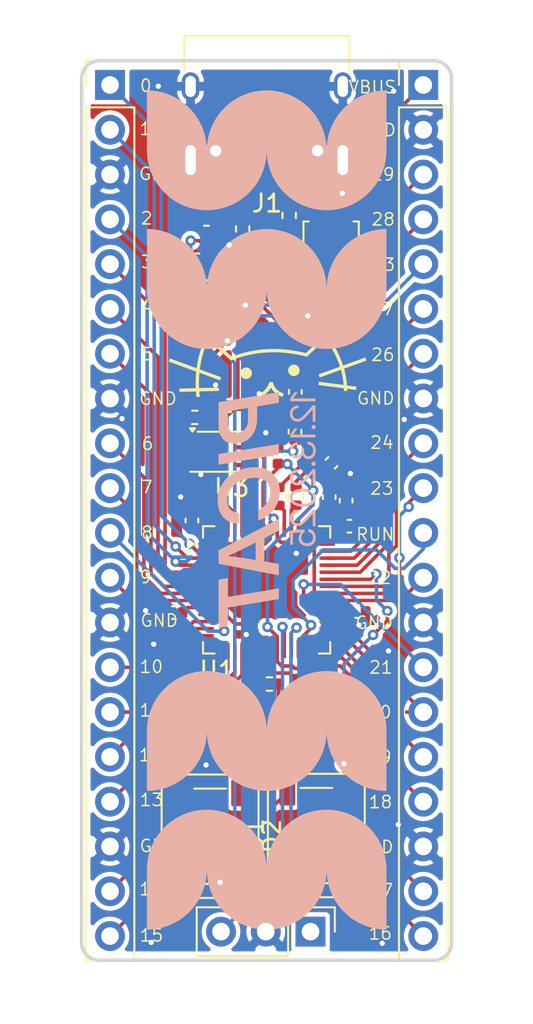
<source format=kicad_pcb>
(kicad_pcb (version 20241229) (generator "pcbnew") (generator_version "9.0")
  (layers (0 "F.Cu" signal) (2 "B.Cu" signal) (13 "F.Paste" user) (15 "B.Paste" user) (5 "F.SilkS" user "F.Silkscreen") (7 "B.SilkS" user "B.Silkscreen") (1 "F.Mask" user) (3 "B.Mask" user) (25 "Edge.Cuts" user))
  (net 0 "")
  (net 1 "+3V3")
  (net 2 "GND")
  (net 3 "+1V1")
  (net 4 "VBUS")
  (net 5 "XIN")
  (net 6 "Net-(C16-Pad2)")
  (net 7 "Net-(D1-DOUT)")
  (net 8 "GPIO25")
  (net 10 "Net-(J1-CC1)")
  (net 11 "Net-(J1-CC2)")
  (net 12 "D-")
  (net 13 "D+")
  (net 14 "RUN")
  (net 15 "GPIO16")
  (net 16 "GPIO28")
  (net 17 "GPIO19")
  (net 18 "GPIO24")
  (net 19 "GPIO21")
  (net 20 "GPIO26")
  (net 21 "GPIO18")
  (net 22 "GPIO20")
  (net 23 "GPIO29")
  (net 24 "GPIO27")
  (net 25 "GPIO23")
  (net 26 "GPIO22")
  (net 27 "GPIO17")
  (net 28 "GPIO1")
  (net 29 "GPIO15")
  (net 30 "GPIO6")
  (net 31 "GPIO0")
  (net 32 "GPIO7")
  (net 33 "GPIO8")
  (net 34 "GPIO9")
  (net 35 "GPIO5")
  (net 36 "GPIO13")
  (net 37 "GPIO2")
  (net 38 "GPIO10")
  (net 39 "GPIO3")
  (net 40 "GPIO12")
  (net 41 "GPIO4")
  (net 42 "GPIO11")
  (net 43 "GPIO14")
  (net 44 "SWD")
  (net 45 "SWCLK")
  (net 46 "Net-(U1-USB_DP)")
  (net 47 "Net-(U1-USB_DM)")
  (net 48 "XOUT")
  (net 49 "QSPI_SS")
  (net 50 "Net-(R7-Pad1)")
  (net 51 "QSPI_SD1")
  (net 52 "QSPI_SD3")
  (net 53 "QSPI_SD2")
  (net 54 "QSPI_SD0")
  (net 55 "QSPI_SCLK")
  (footprint "Package_DFN_QFN:QFN-56-1EP_7x7mm_P0.4mm_EP3.2x3.2mm" (layer "F.Cu") (at 82.17 85.52)
    (property "Reference" "U1")
    (property "Value" "RP2040")
  )
  (footprint "Capacitor_SMD:C_0402_1005Metric" (layer "F.Cu") (at 85.849411 78.320589 45)
    (property "Reference" "C10" (hide yes))
    (property "Value" "1uF")
  )
  (footprint "Resistor_SMD:R_0402_1005Metric" (layer "F.Cu") (at 82.33 90.86 180)
    (property "Reference" "R5" (hide yes))
    (property "Value" "1K")
  )
  (footprint "Capacitor_SMD:C_0402_1005Metric" (layer "F.Cu") (at 86.68 80.46 90)
    (property "Reference" "C4" (hide yes))
    (property "Value" "0.1uF")
  )
  (footprint "Package_TO_SOT_SMD:SOT-23" (layer "F.Cu") (at 78.91 67.2075 90)
    (property "Reference" "U2")
    (property "Value" "NCP1117-3.3_SOT223")
  )
  (footprint "Capacitor_SMD:C_0402_1005Metric" (layer "F.Cu") (at 84.74 91.03 -90)
    (property "Reference" "C11" (hide yes))
    (property "Value" "0.1uF")
  )
  (footprint "LED_SMD:LED_WS2812B_PLCC4_5.0x5.0mm_P3.2mm" (layer "F.Cu") (at 78.96 99.49 -90)
    (property "Reference" "D2")
    (property "Value" "WS2812B")
  )
  (footprint "Resistor_SMD:R_0402_1005Metric" (layer "F.Cu") (at 80.81 65.05 -90)
    (property "Reference" "R2" (hide yes))
    (property "Value" "5.1K")
  )
  (footprint "mod:Crystal_SMD_3225-4Pin_3.2x2.5mm_MOD" (layer "F.Cu") (at 81.19 93.23)
    (property "Reference" "Y1")
    (property "Value" "12 MHz")
  )
  (footprint "Package_SON:Winbond_USON-8-1EP_3x2mm_P0.5mm_EP0.2x1.6mm" (layer "F.Cu") (at 79.44 77.6875)
    (property "Reference" "U3")
    (property "Value" "W25Q128JVS")
  )
  (footprint "Button_Switch_SMD:SW_Push_SPST_NO_Alps_SKRK" (layer "F.Cu") (at 85.83 66.7 -90)
    (property "Reference" "SW1")
    (property "Value" "SW_Push")
  )
  (footprint "Resistor_SMD:R_0402_1005Metric" (layer "F.Cu") (at 83.84 80.21 -90)
    (property "Reference" "R4" (hide yes))
    (property "Value" "27")
  )
  (footprint "Capacitor_SMD:C_0402_1005Metric" (layer "F.Cu") (at 86.87 81.91)
    (property "Reference" "C8" (hide yes))
    (property "Value" "0.1uF")
  )
  (footprint "Capacitor_SMD:C_0402_1005Metric" (layer "F.Cu") (at 80.04 75.07 180)
    (property "Reference" "C1" (hide yes))
    (property "Value" "0.1uF")
  )
  (footprint "Capacitor_SMD:C_0402_1005Metric" (layer "F.Cu") (at 85.72 80.26 90)
    (property "Reference" "C3" (hide yes))
    (property "Value" "0.1uF")
  )
  (footprint "Capacitor_SMD:C_0402_1005Metric" (layer "F.Cu") (at 83.79 92.87 90)
    (property "Reference" "C16" (hide yes))
    (property "Value" "33pF")
  )
  (footprint "Capacitor_SMD:C_0402_1005Metric" (layer "F.Cu") (at 78.54 93.27 -90)
    (property "Reference" "C15" (hide yes))
    (property "Value" "33pF")
  )
  (footprint "Resistor_SMD:R_0402_1005Metric" (layer "F.Cu") (at 82.87 80.22 -90)
    (property "Reference" "R3" (hide yes))
    (property "Value" "27")
  )
  (footprint "Capacitor_SMD:C_0402_1005Metric" (layer "F.Cu") (at 83.78 91.04 -90)
    (property "Reference" "C9" (hide yes))
    (property "Value" "1uF")
  )
  (footprint "Resistor_SMD:R_0402_1005Metric" (layer "F.Cu") (at 83.45 64.29 -90)
    (property "Reference" "R1" (hide yes))
    (property "Value" "5.1K")
  )
  (footprint "Connector_USB:USB_C_Receptacle_HRO_TYPE-C-31-M-12" (layer "F.Cu") (at 82.17 58.02 180)
    (property "Reference" "J1")
    (property "Value" "USB_C_Receptacle_USB2.0_14P")
  )
  (footprint "Resistor_SMD:R_0402_1005Metric" (layer "F.Cu") (at 78.09 75.74 180)
    (property "Reference" "R6" (hide yes))
    (property "Value" "10K")
  )
  (footprint "Capacitor_SMD:C_0402_1005Metric" (layer "F.Cu") (at 83.8 74.29 90)
    (property "Reference" "C7" (hide yes))
    (property "Value" "0.1uF")
  )
  (footprint "Resistor_SMD:R_0402_1005Metric" (layer "F.Cu") (at 85.79 69.93 180)
    (property "Reference" "R7" (hide yes))
    (property "Value" "1K")
  )
  (footprint "Capacitor_SMD:C_0402_1005Metric" (layer "F.Cu") (at 76.91 86.81 180)
    (property "Reference" "C5" (hide yes))
    (property "Value" "0.1uF")
  )
  (footprint "Capacitor_SMD:C_0402_1005Metric" (layer "F.Cu") (at 87.31 86.75)
    (property "Reference" "C6" (hide yes))
    (property "Value" "0.1uF")
  )
  (footprint "Capacitor_SMD:C_0402_1005Metric" (layer "F.Cu") (at 83.78 76.55 90)
    (property "Reference" "C17" (hide yes))
    (property "Value" "0.1uF")
  )
  (footprint "Capacitor_SMD:C_0402_1005Metric" (layer "F.Cu") (at 77.93 81.58 90)
    (property "Reference" "C2" (hide yes))
    (property "Value" "0.1uF")
  )
  (footprint "Capacitor_SMD:C_0603_1608Metric" (layer "F.Cu") (at 78.915 70.09 180)
    (property "Reference" "C14" (hide yes))
    (property "Value" "10uF")
  )
  (footprint "LED_SMD:LED_WS2812B_PLCC4_5.0x5.0mm_P3.2mm" (layer "F.Cu") (at 84.99 99.45 90)
    (property "Reference" "D1")
    (property "Value" "WS2812B")
  )
  (footprint "Connector_PinHeader_2.54mm:PinHeader_1x03_P2.54mm_Vertical" (layer "F.Cu") (at 84.66 104.9 -90)
    (property "Reference" "J4" (hide yes))
    (property "Value" "Conn_01x03_Pin")
  )
  (footprint "Connector_PinHeader_2.54mm:PinHeader_1x20_P2.54mm_Vertical" (layer "F.Cu") (at 91.06 56.89)
    (property "Reference" "J2" (hide yes))
    (property "Value" "Conn_01x20_Pin")
  )
  (footprint "Connector_PinHeader_2.54mm:PinHeader_1x20_P2.54mm_Vertical" (layer "F.Cu") (at 73.28 56.89)
    (property "Reference" "J3" (hide yes))
    (property "Value" "Conn_01x20_Pin")
  )
  (footprint "Capacitor_SMD:C_0402_1005Metric" (layer "F.Cu") (at 82.82 77.88 90)
    (property "Reference" "C12" (hide yes))
    (property "Value" "0.1uF")
  )
  (footprint "Capacitor_SMD:C_0603_1608Metric" (layer "F.Cu") (at 78.75 64.36 180)
    (property "Reference" "C13" (hide yes))
    (property "Value" "10uF")
  )
  (gr_poly (pts (xy 83.731941 72.744942) (xy 83.74854 72.746206) (xy 83.764899 72.748288) (xy 83.780998 72.751166) (xy 83.796815 72.754821) (xy 83.81233 72.759231) (xy 83.827523 72.764377) (xy 83.842372 72.770236) (xy 83.856858 72.77679) (xy 83.870959 72.784017) (xy 83.884655 72.791896) (xy 83.897925 72.800407) (xy 83.910749 72.80953) (xy 83.923106 72.819243) (xy 83.934976 72.829527) (xy 83.946337 72.84036) (xy 83.95717 72.851721) (xy 83.967453 72.863591) (xy 83.977166 72.875949) (xy 83.986288 72.888773) (xy 83.994799 72.902044) (xy 84.002678 72.915741) (xy 84.009905 72.929843) (xy 84.016458 72.944329) (xy 84.022318 72.959179) (xy 84.027463 72.974373) (xy 84.031874 72.989889) (xy 84.035528 73.005707) (xy 84.038407 73.021807) (xy 84.040488 73.038168) (xy 84.041752 73.054768) (xy 84.042178 73.071589) (xy 84.041752 73.088408) (xy 84.040488 73.105007) (xy 84.038407 73.121366) (xy 84.035528 73.137465) (xy 84.031874 73.153282) (xy 84.027463 73.168797) (xy 84.022318 73.18399) (xy 84.016458 73.198839) (xy 84.009905 73.213325) (xy 84.002678 73.227426) (xy 83.994799 73.241122) (xy 83.986288 73.254392) (xy 83.977166 73.267216) (xy 83.967453 73.279573) (xy 83.95717 73.291443) (xy 83.946337 73.302804) (xy 83.934976 73.313637) (xy 83.923106 73.32392) (xy 83.910749 73.333633) (xy 83.897925 73.342755) (xy 83.884655 73.351266) (xy 83.870959 73.359145) (xy 83.856858 73.366372) (xy 83.842372 73.372925) (xy 83.827523 73.378785) (xy 83.81233 73.38393) (xy 83.796815 73.388341) (xy 83.780998 73.391995) (xy 83.764899 73.394874) (xy 83.74854 73.396955) (xy 83.731941 73.398219) (xy 83.715122 73.398645) (xy 83.698301 73.398219) (xy 83.681701 73.396955) (xy 83.66534 73.394874) (xy 83.64924 73.391995) (xy 83.633422 73.388341) (xy 83.617906 73.38393) (xy 83.602712 73.378785) (xy 83.587862 73.372925) (xy 83.573376 73.366372) (xy 83.559274 73.359145) (xy 83.545577 73.351266) (xy 83.532306 73.342755) (xy 83.519482 73.333633) (xy 83.507124 73.32392) (xy 83.495254 73.313637) (xy 83.483892 73.302804) (xy 83.47306 73.291443) (xy 83.462776 73.279573) (xy 83.453063 73.267216) (xy 83.44394 73.254392) (xy 83.435429 73.241122) (xy 83.42755 73.227426) (xy 83.420323 73.213325) (xy 83.413769 73.198839) (xy 83.40791 73.18399) (xy 83.402764 73.168797) (xy 83.398354 73.153282) (xy 83.394699 73.137465) (xy 83.391821 73.121366) (xy 83.389739 73.105007) (xy 83.388475 73.088408) (xy 83.388049 73.071589) (xy 83.388475 73.054768) (xy 83.389739 73.038168) (xy 83.391821 73.021807) (xy 83.394699 73.005707) (xy 83.398354 72.989889) (xy 83.402764 72.974373) (xy 83.40791 72.959179) (xy 83.413769 72.944329) (xy 83.420323 72.929843) (xy 83.42755 72.915741) (xy 83.435429 72.902044) (xy 83.44394 72.888773) (xy 83.453063 72.875949) (xy 83.462776 72.863591) (xy 83.47306 72.851721) (xy 83.483892 72.84036) (xy 83.495254 72.829527) (xy 83.507124 72.819243) (xy 83.519482 72.80953) (xy 83.532306 72.800407) (xy 83.545577 72.791896) (xy 83.559274 72.784017) (xy 83.573376 72.77679) (xy 83.587862 72.770236) (xy 83.602712 72.764377) (xy 83.617906 72.759231) (xy 83.633422 72.754821) (xy 83.64924 72.751166) (xy 83.66534 72.748288) (xy 83.681701 72.746206) (xy 83.698301 72.744942) (xy 83.715122 72.744516)) (fill yes) (layer "F.SilkS"))
  (gr_poly (pts (xy 85.63879 71.080499) (xy 85.777928 71.301124) (xy 85.909007 71.517766) (xy 86.031724 71.731548) (xy 86.145777 71.943595) (xy 86.250862 72.15503) (xy 86.299946 72.260869) (xy 86.346676 72.366977) (xy 86.391012 72.473493) (xy 86.432916 72.58056) (xy 86.472352 72.688316) (xy 86.50928 72.796904) (xy 87.773803 72.340291) (xy 87.838509 72.519457) (xy 86.564938 72.979339) (xy 86.595243 73.091682) (xy 86.622864 73.205388) (xy 86.647762 73.320602) (xy 86.669899 73.43747) (xy 86.689237 73.556136) (xy 86.705736 73.676745) (xy 86.71936 73.799444) (xy 86.73007 73.924378) (xy 87.272106 73.994879) (xy 87.247531 74.183776) (xy 86.740642 74.117847) (xy 86.741627 74.147343) (xy 86.744579 74.242545) (xy 86.554175 74.24845) (xy 86.551222 74.153248) (xy 86.5502 74.12299) (xy 86.548999 74.092923) (xy 85.108693 73.905582) (xy 85.133266 73.71667) (xy 86.537014 73.899263) (xy 86.526502 73.786657) (xy 86.513501 73.675919) (xy 86.498046 73.566935) (xy 86.480168 73.45959) (xy 86.4599 73.353769) (xy 86.437276 73.249357) (xy 86.412329 73.146239) (xy 86.385091 73.0443) (xy 85.181749 73.478814) (xy 85.117043 73.299649) (xy 86.329829 72.861706) (xy 86.295902 72.761301) (xy 86.259759 72.661658) (xy 86.221432 72.562658) (xy 86.180958 72.464181) (xy 86.093698 72.268324) (xy 85.99825 72.073133) (xy 85.894885 71.877657) (xy 85.783875 71.680944) (xy 85.665489 71.482042) (xy 85.54 71.28) (xy 84.452324 72.300397) (xy 84.401795 72.287618) (xy 84.112127 72.219689) (xy 83.826428 72.16339) (xy 83.544634 72.118535) (xy 83.266679 72.084935) (xy 82.9925 72.062402) (xy 82.722031 72.05075) (xy 82.455208 72.04979) (xy 82.191967 72.059335) (xy 81.932243 72.079198) (xy 81.675972 72.109191) (xy 81.423089 72.149126) (xy 81.17353 72.198817) (xy 80.92723 72.258074) (xy 80.684124 72.326711) (xy 80.444149 72.40454) (xy 80.207239 72.491373) (xy 80.153153 72.51236) (xy 78.827003 71.33896) (xy 78.746602 71.552655) (xy 78.672755 71.763586) (xy 78.605624 71.972584) (xy 78.545373 72.180481) (xy 78.492164 72.388109) (xy 78.446161 72.5963) (xy 78.407526 72.805884) (xy 78.376423 73.017693) (xy 79.588019 73.461162) (xy 79.522534 73.640057) (xy 78.354849 73.212654) (xy 78.346063 73.316592) (xy 78.339091 73.421499) (xy 78.333949 73.527466) (xy 78.330655 73.634582) (xy 78.329228 73.742936) (xy 78.329685 73.85262) (xy 78.332044 73.963722) (xy 78.336323 74.076333) (xy 79.460653 74.048362) (xy 79.465384 74.238814) (xy 78.347689 74.266612) (xy 78.351636 74.318307) (xy 78.355974 74.370344) (xy 78.360702 74.422736) (xy 78.365818 74.475495) (xy 78.375328 74.570268) (xy 78.18578 74.589286) (xy 78.176271 74.494513) (xy 78.170808 74.43812) (xy 78.165778 74.382135) (xy 78.161175 74.326547) (xy 78.156999 74.271342) (xy 77.220723 74.29463) (xy 77.215992 74.104194) (xy 78.145759 74.081064) (xy 78.141203 73.958765) (xy 78.138844 73.838193) (xy 78.138661 73.719239) (xy 78.140634 73.601792) (xy 78.144741 73.485742) (xy 78.150963 73.370978) (xy 78.159278 73.25739) (xy 78.169667 73.144868) (xy 76.609694 72.573876) (xy 76.675179 72.394997) (xy 78.192717 72.950447) (xy 78.227941 72.723284) (xy 78.271587 72.498402) (xy 78.323469 72.274819) (xy 78.383402 72.051557) (xy 78.4512 71.827633) (xy 78.526677 71.602068) (xy 78.609646 71.373882) (xy 78.699924 71.142094) (xy 78.750247 71.016697) (xy 80.192666 72.292968) (xy 80.430768 72.207805) (xy 80.671879 72.131456) (xy 80.916059 72.064101) (xy 81.163371 72.005926) (xy 81.413877 71.957112) (xy 81.667638 71.917842) (xy 81.924716 71.888298) (xy 82.185173 71.868665) (xy 82.44907 71.859123) (xy 82.716469 71.859857) (xy 82.987433 71.871049) (xy 83.262022 71.892882) (xy 83.540299 71.925538) (xy 83.822326 71.969201) (xy 84.108163 72.024052) (xy 84.397874 72.090276) (xy 85.576957 70.984122)) (fill yes) (layer "F.SilkS"))
  (gr_poly (pts (xy 82.523036 73.739784) (xy 82.533692 73.788637) (xy 82.547112 73.836183) (xy 82.563349 73.882402) (xy 82.582452 73.927272) (xy 82.604473 73.970775) (xy 82.629463 74.012889) (xy 82.657472 74.053595) (xy 82.688551 74.092871) (xy 82.722751 74.130699) (xy 82.760123 74.167057) (xy 82.800719 74.201925) (xy 82.844587 74.235283) (xy 82.891781 74.267111) (xy 82.94235 74.297388) (xy 82.996345 74.326094) (xy 83.053817 74.353209) (xy 83.148114 74.395103) (xy 83.064326 74.583714) (xy 82.970029 74.541804) (xy 82.920044 74.518597) (xy 82.872227 74.494372) (xy 82.82655 74.469143) (xy 82.782986 74.442923) (xy 82.741506 74.415728) (xy 82.702083 74.38757) (xy 82.664689 74.358464) (xy 82.629296 74.328424) (xy 82.595876 74.297464) (xy 82.564402 74.265598) (xy 82.534846 74.23284) (xy 82.507181 74.199203) (xy 82.481377 74.164703) (xy 82.457409 74.129352) (xy 82.435247 74.093165) (xy 82.414864 74.056156) (xy 82.393193 74.094071) (xy 82.370259 74.130838) (xy 82.346095 74.166486) (xy 82.320732 74.201043) (xy 82.294202 74.23454) (xy 82.266536 74.267005) (xy 82.237767 74.298466) (xy 82.207925 74.328954) (xy 82.177044 74.358497) (xy 82.145153 74.387124) (xy 82.112286 74.414864) (xy 82.078474 74.441747) (xy 82.043748 74.467801) (xy 82.00814 74.493055) (xy 81.971683 74.517538) (xy 81.934407 74.54128) (xy 81.84673 74.595684) (xy 81.737906 74.420329) (xy 81.825584 74.365925) (xy 81.869244 74.337872) (xy 81.9116 74.308628) (xy 81.95257 74.278119) (xy 81.992071 74.246272) (xy 82.030021 74.213013) (xy 82.06634 74.178269) (xy 82.100945 74.141965) (xy 82.133753 74.104027) (xy 82.164684 74.064383) (xy 82.193655 74.022957) (xy 82.220585 73.979678) (xy 82.245391 73.934469) (xy 82.267991 73.887259) (xy 82.288305 73.837973) (xy 82.306249 73.786537) (xy 82.321741 73.732878)) (fill yes) (layer "F.SilkS"))
  (gr_poly (pts (xy 81.024334 72.909979) (xy 81.040934 72.911243) (xy 81.057295 72.913324) (xy 81.073395 72.916203) (xy 81.089213 72.919857) (xy 81.104729 72.924268) (xy 81.119923 72.929413) (xy 81.134773 72.935273) (xy 81.149259 72.941826) (xy 81.163361 72.949053) (xy 81.177058 72.956932) (xy 81.190329 72.965443) (xy 81.203153 72.974566) (xy 81.215511 72.984279) (xy 81.227381 72.994562) (xy 81.238743 73.005394) (xy 81.249576 73.016755) (xy 81.259859 73.028625) (xy 81.269572 73.040982) (xy 81.278695 73.053806) (xy 81.287206 73.067076) (xy 81.295085 73.080772) (xy 81.302312 73.094873) (xy 81.308866 73.109359) (xy 81.314725 73.124208) (xy 81.319871 73.139401) (xy 81.324281 73.154916) (xy 81.327936 73.170733) (xy 81.330814 73.186832) (xy 81.332896 73.203191) (xy 81.33416 73.219791) (xy 81.334586 73.236609) (xy 81.33416 73.25343) (xy 81.332896 73.27003) (xy 81.330814 73.286391) (xy 81.327936 73.302491) (xy 81.324281 73.318309) (xy 81.319871 73.333825) (xy 81.314725 73.349019) (xy 81.308866 73.363869) (xy 81.302312 73.378355) (xy 81.295085 73.392457) (xy 81.287206 73.406154) (xy 81.278695 73.419425) (xy 81.269572 73.432249) (xy 81.259859 73.444607) (xy 81.249576 73.456477) (xy 81.238743 73.467839) (xy 81.227381 73.478671) (xy 81.215511 73.488955) (xy 81.203153 73.498668) (xy 81.190329 73.507791) (xy 81.177058 73.516302) (xy 81.163361 73.524181) (xy 81.149259 73.531408) (xy 81.134773 73.537962) (xy 81.119923 73.543822) (xy 81.104729 73.548967) (xy 81.089213 73.553377) (xy 81.073395 73.557032) (xy 81.057295 73.55991) (xy 81.040934 73.561992) (xy 81.024334 73.563256) (xy 81.007513 73.563682) (xy 80.990694 73.563256) (xy 80.974095 73.561992) (xy 80.957736 73.55991) (xy 80.941637 73.557032) (xy 80.92582 73.553377) (xy 80.910305 73.548967) (xy 80.895112 73.543822) (xy 80.880263 73.537962) (xy 80.865777 73.531408) (xy 80.851676 73.524181) (xy 80.83798 73.516302) (xy 80.82471 73.507791) (xy 80.811886 73.498668) (xy 80.799529 73.488955) (xy 80.787659 73.478671) (xy 80.776298 73.467839) (xy 80.765466 73.456477) (xy 80.755182 73.444607) (xy 80.745469 73.432249) (xy 80.736347 73.419425) (xy 80.727836 73.406154) (xy 80.719957 73.392457) (xy 80.71273 73.378355) (xy 80.706177 73.363869) (xy 80.700317 73.349019) (xy 80.695172 73.333825) (xy 80.690761 73.318309) (xy 80.687107 73.302491) (xy 80.684228 73.286391) (xy 80.682147 73.27003) (xy 80.680883 73.25343) (xy 80.680457 73.236609) (xy 80.680883 73.219791) (xy 80.682147 73.203191) (xy 80.684228 73.186832) (xy 80.687107 73.170733) (xy 80.690761 73.154916) (xy 80.695172 73.139401) (xy 80.700317 73.124208) (xy 80.706177 73.109359) (xy 80.71273 73.094873) (xy 80.719957 73.080772) (xy 80.727836 73.067076) (xy 80.736347 73.053806) (xy 80.745469 73.040982) (xy 80.755182 73.028625) (xy 80.765466 73.016755) (xy 80.776298 73.005394) (xy 80.787659 72.994562) (xy 80.799529 72.984279) (xy 80.811886 72.974566) (xy 80.82471 72.965443) (xy 80.83798 72.956932) (xy 80.851676 72.949053) (xy 80.865777 72.941826) (xy 80.880263 72.935273) (xy 80.895112 72.929413) (xy 80.910305 72.924268) (xy 80.92582 72.919857) (xy 80.941637 72.916203) (xy 80.957736 72.913324) (xy 80.974095 72.911243) (xy 80.990694 72.909979) (xy 81.007513 72.909553)) (fill yes) (layer "F.SilkS"))
  (gr_poly (pts (xy 78.948975 90.126682) (xy 79.121595 90.139807) (xy 79.291704 90.161421) (xy 79.459089 90.19131) (xy 79.623536 90.229261) (xy 79.784832 90.275061) (xy 79.942764 90.328496) (xy 80.097117 90.389353) (xy 80.247679 90.457417) (xy 80.394235 90.532476) (xy 80.536573 90.614315) (xy 80.674478 90.702722) (xy 80.807738 90.797483) (xy 80.936138 90.898384) (xy 81.059465 91.005212) (xy 81.177507 91.117754) (xy 81.290048 91.235795) (xy 81.396876 91.359123) (xy 81.497777 91.487523) (xy 81.592538 91.620783) (xy 81.680945 91.758688) (xy 81.762785 91.901026) (xy 81.837844 92.047582) (xy 81.905908 92.198143) (xy 81.966764 92.352497) (xy 82.020199 92.510428) (xy 82.065999 92.671724) (xy 82.103951 92.836172) (xy 82.13384 93.003556) (xy 82.155454 93.173666) (xy 82.168579 93.346285) (xy 82.173001 93.521202) (xy 82.177424 93.346285) (xy 82.190549 93.173666) (xy 82.212163 93.003556) (xy 82.242052 92.836172) (xy 82.280004 92.671724) (xy 82.325804 92.510428) (xy 82.379239 92.352497) (xy 82.440095 92.198143) (xy 82.508159 92.047582) (xy 82.583218 91.901026) (xy 82.665058 91.758688) (xy 82.753465 91.620783) (xy 82.848226 91.487523) (xy 82.949127 91.359123) (xy 83.055955 91.235795) (xy 83.168496 91.117754) (xy 83.286538 91.005212) (xy 83.409865 90.898384) (xy 83.538265 90.797483) (xy 83.671525 90.702722) (xy 83.80943 90.614315) (xy 83.951768 90.532476) (xy 84.098324 90.457417) (xy 84.248886 90.389353) (xy 84.403239 90.328496) (xy 84.561171 90.275061) (xy 84.722467 90.229261) (xy 84.886914 90.19131) (xy 85.054299 90.161421) (xy 85.224408 90.139807) (xy 85.397028 90.126682) (xy 85.571945 90.122259) (xy 85.572685 90.122259) (xy 85.747569 90.126682) (xy 85.920161 90.139807) (xy 86.090245 90.161421) (xy 86.257609 90.19131) (xy 86.42204 90.229261) (xy 86.583322 90.275061) (xy 86.741243 90.328496) (xy 86.895588 90.389353) (xy 87.046144 90.457417) (xy 87.192698 90.532476) (xy 87.335035 90.614315) (xy 87.472942 90.702722) (xy 87.606206 90.797483) (xy 87.734611 90.898384) (xy 87.857945 91.005212) (xy 87.975995 91.117754) (xy 88.088545 91.235795) (xy 88.195383 91.359123) (xy 88.296295 91.487523) (xy 88.391067 91.620783) (xy 88.479486 91.758688) (xy 88.561337 91.901026) (xy 88.636407 92.047582) (xy 88.704482 92.198143) (xy 88.765349 92.352497) (xy 88.818794 92.510428) (xy 88.864603 92.671724) (xy 88.902562 92.836172) (xy 88.932458 93.003556) (xy 88.954076 93.173666) (xy 88.967204 93.346285) (xy 88.971628 93.521202) (xy 88.971628 96.920516) (xy 88.971258 96.920516) (xy 88.796341 96.916094) (xy 88.623722 96.902969) (xy 88.453613 96.881355) (xy 88.286228 96.851465) (xy 88.121781 96.813514) (xy 87.960484 96.767714) (xy 87.802553 96.714279) (xy 87.6482 96.653423) (xy 87.497638 96.585358) (xy 87.351082 96.5103) (xy 87.208744 96.42846) (xy 87.070839 96.340053) (xy 86.937579 96.245292) (xy 86.809179 96.144391) (xy 86.685851 96.037563) (xy 86.56781 95.925021) (xy 86.455269 95.80698) (xy 86.348441 95.683653) (xy 86.247539 95.555252) (xy 86.152778 95.421993) (xy 86.064371 95.284087) (xy 85.982532 95.14175) (xy 85.907473 94.995193) (xy 85.839409 94.844632) (xy 85.778552 94.690279) (xy 85.725117 94.532347) (xy 85.679317 94.371051) (xy 85.641366 94.206604) (xy 85.611476 94.039219) (xy 85.589862 93.86911) (xy 85.576737 93.69649) (xy 85.572315 93.521573) (xy 85.572315 93.543795) (xy 85.566829 93.717736) (xy 85.552733 93.889374) (xy 85.530239 94.058497) (xy 85.499557 94.224894) (xy 85.460899 94.388355) (xy 85.414476 94.548668) (xy 85.360499 94.705623) (xy 85.299179 94.859007) (xy 85.230727 95.008611) (xy 85.155354 95.154223) (xy 85.073271 95.295632) (xy 84.984689 95.432627) (xy 84.88982 95.564997) (xy 84.788874 95.69253) (xy 84.682063 95.815016) (xy 84.569597 95.932244) (xy 84.451688 96.044003) (xy 84.328546 96.15008) (xy 84.200384 96.250267) (xy 84.067411 96.34435) (xy 83.929839 96.43212) (xy 83.787878 96.513365) (xy 83.641741 96.587874) (xy 83.491638 96.655437) (xy 83.337781 96.715841) (xy 83.180379 96.768876) (xy 83.019645 96.814331) (xy 82.855789 96.851995) (xy 82.689023 96.881656) (xy 82.519557 96.903104) (xy 82.347603 96.916128) (xy 82.173372 96.920516) (xy 82.173001 96.920516) (xy 82.172632 96.920516) (xy 81.997748 96.916094) (xy 81.82516 96.902969) (xy 81.65508 96.881355) (xy 81.487723 96.851465) (xy 81.323301 96.813514) (xy 81.162029 96.767714) (xy 81.004119 96.714279) (xy 80.849787 96.653423) (xy 80.699244 96.585358) (xy 80.552704 96.5103) (xy 80.410382 96.42846) (xy 80.272491 96.340053) (xy 80.139245 96.245292) (xy 80.010856 96.144391) (xy 79.887539 96.037563) (xy 79.769507 95.925021) (xy 79.656974 95.80698) (xy 79.550153 95.683653) (xy 79.449258 95.555252) (xy 79.354502 95.421993) (xy 79.2661 95.284087) (xy 79.184264 95.14175) (xy 79.109208 94.995193) (xy 79.041146 94.844632) (xy 78.980292 94.690279) (xy 78.926858 94.532347) (xy 78.881059 94.371051) (xy 78.843109 94.206604) (xy 78.81322 94.039219) (xy 78.791606 93.86911) (xy 78.778481 93.69649) (xy 78.774059 93.521573) (xy 78.769635 93.69649) (xy 78.756507 93.86911) (xy 78.734888 94.039219) (xy 78.704992 94.206604) (xy 78.667033 94.371051) (xy 78.621225 94.532347) (xy 78.56778 94.690279) (xy 78.506913 94.844632) (xy 78.438838 94.995193) (xy 78.363767 95.14175) (xy 78.281916 95.284087) (xy 78.193498 95.421993) (xy 78.098726 95.555252) (xy 77.997814 95.683653) (xy 77.890976 95.80698) (xy 77.778425 95.925021) (xy 77.660376 96.037563) (xy 77.537041 96.144391) (xy 77.408636 96.245292) (xy 77.275372 96.340053) (xy 77.137465 96.42846) (xy 76.995128 96.5103) (xy 76.848574 96.585358) (xy 76.698018 96.653423) (xy 76.543673 96.714279) (xy 76.385752 96.767714) (xy 76.22447 96.813514) (xy 76.06004 96.851465) (xy 75.892675 96.881355) (xy 75.722591 96.902969) (xy 75.55 96.916094) (xy 75.375115 96.920516) (xy 75.374745 96.920516) (xy 75.374745 93.521202) (xy 75.379167 93.346285) (xy 75.392292 93.173666) (xy 75.413906 93.003556) (xy 75.443796 92.836172) (xy 75.481747 92.671724) (xy 75.527547 92.510428) (xy 75.580982 92.352497) (xy 75.641838 92.198143) (xy 75.709903 92.047582) (xy 75.784961 91.901026) (xy 75.866801 91.758688) (xy 75.955208 91.620783) (xy 76.049969 91.487523) (xy 76.15087 91.359123) (xy 76.257698 91.235795) (xy 76.37024 91.117754) (xy 76.488281 91.005212) (xy 76.611608 90.898384) (xy 76.740009 90.797483) (xy 76.873268 90.702722) (xy 77.011174 90.614315) (xy 77.153511 90.532476) (xy 77.300068 90.457417) (xy 77.450629 90.389353) (xy 77.604983 90.328496) (xy 77.762914 90.275061) (xy 77.92421 90.229261) (xy 78.088657 90.19131) (xy 78.256042 90.161421) (xy 78.426152 90.139807) (xy 78.598771 90.126682) (xy 78.773688 90.122259) (xy 78.774059 90.122259)) (fill yes) (layer "B.SilkS"))
  (gr_poly (pts (xy 84.937739 75.99235) (xy 84.784797 75.99235) (xy 84.784797 75.288426) (xy 84.782836 75.288426) (xy 84.431854 75.67274) (xy 84.396928 75.711075) (xy 84.37974 75.729223) (xy 84.362736 75.746699) (xy 84.345916 75.763508) (xy 84.32928 75.779657) (xy 84.312828 75.795151) (xy 84.29656 75.809996) (xy 84.280475 75.824197) (xy 84.264574 75.837761) (xy 84.248858 75.850693) (xy 84.233324 75.862999) (xy 84.217975 75.874684) (xy 84.20281 75.885755) (xy 84.187828 75.896217) (xy 84.173031 75.906075) (xy 84.1586 75.915335) (xy 84.143986 75.923998) (xy 84.129188 75.932063) (xy 84.114207 75.939531) (xy 84.099041 75.946401) (xy 84.083692 75.952674) (xy 84.068159 75.95835) (xy 84.052442 75.963428) (xy 84.036541 75.967909) (xy 84.020456 75.971792) (xy 84.004187 75.975078) (xy 83.987735 75.977766) (xy 83.971099 75.979857) (xy 83.954279 75.981351) (xy 83.937275 75.982247) (xy 83.920088 75.982546) (xy 83.904372 75.982316) (xy 83.888845 75.981627) (xy 83.873514 75.980478) (xy 83.858384 75.978869) (xy 83.843461 75.976801) (xy 83.82875 75.974274) (xy 83.814258 75.971286) (xy 83.799989 75.96784) (xy 83.785951 75.963933) (xy 83.772148 75.959568) (xy 83.758586 75.954742) (xy 83.745271 75.949457) (xy 83.732209 75.943713) (xy 83.719406 75.937509) (xy 83.706866 75.930845) (xy 83.694597 75.923722) (xy 83.682647 75.916208) (xy 83.67106 75.908369) (xy 83.659828 75.900202) (xy 83.648947 75.891706) (xy 83.638411 75.882876) (xy 83.628213 75.87371) (xy 83.618349 75.864205) (xy 83.608812 75.854359) (xy 83.599597 75.844168) (xy 83.590698 75.833629) (xy 83.582109 75.82274) (xy 83.573824 75.811497) (xy 83.565838 75.799899) (xy 83.558145 75.787941) (xy 83.55074 75.775621) (xy 83.543616 75.762937) (xy 83.53686 75.749955) (xy 83.53056 75.736742) (xy 83.524715 75.7233) (xy 83.51932 75.709628) (xy 83.514374 75.695726) (xy 83.509873 75.681595) (xy 83.505814 75.667234) (xy 83.502194 75.652643) (xy 83.499011 75.637822) (xy 83.496262 75.622771) (xy 83.493944 75.607491) (xy 83.492053 75.591981) (xy 83.490588 75.576241) (xy 83.489545 75.560271) (xy 83.488921 75.544071) (xy 83.488714 75.527642) (xy 83.488944 75.510133) (xy 83.489637 75.492899) (xy 83.490795 75.475941) (xy 83.492421 75.459259) (xy 83.494518 75.442853) (xy 83.497089 75.426722) (xy 83.500137 75.410868) (xy 83.503665 75.395289) (xy 83.507675 75.379985) (xy 83.512171 75.364958) (xy 83.517154 75.350206) (xy 83.522629 75.33573) (xy 83.528598 75.321529) (xy 83.535064 75.307605) (xy 83.54203 75.293956) (xy 83.549498 75.280583) (xy 83.557403 75.267553) (xy 83.565675 75.254932) (xy 83.574314 75.242712) (xy 83.583322 75.230889) (xy 83.592697 75.219456) (xy 83.60244 75.208408) (xy 83.61255 75.19774) (xy 83.623028 75.187444) (xy 83.633874 75.177517) (xy 83.645087 75.167951) (xy 83.656668 75.158742) (xy 83.668616 75.149882) (xy 83.680932 75.141368) (xy 83.693616 75.133193) (xy 83.706668 75.12535) (xy 83.720087 75.117836) (xy 83.734151 75.110712) (xy 83.748407 75.104049) (xy 83.762865 75.097845) (xy 83.777532 75.0921) (xy 83.792418 75.086816) (xy 83.80753 75.08199) (xy 83.822878 75.077625) (xy 83.83847 75.073718) (xy 83.854315 75.070272) (xy 83.870421 75.067285) (xy 83.886797 75.064757) (xy 83.903452 75.062689) (xy 83.920393 75.061081) (xy 83.937631 75.059932) (xy 83.955173 75.059243) (xy 83.973029 75.059013) (xy 83.973029 75.219798) (xy 83.954164 75.220119) (xy 83.935805 75.221081) (xy 83.917951 75.22268) (xy 83.900602 75.224914) (xy 83.88376 75.22778) (xy 83.867422 75.231275) (xy 83.85159 75.235396) (xy 83.836264 75.240141) (xy 83.821443 75.245506) (xy 83.807128 75.251488) (xy 83.793318 75.258085) (xy 83.780014 75.265294) (xy 83.767215 75.273112) (xy 83.754922 75.281535) (xy 83.743134 75.290562) (xy 83.731852 75.30019) (xy 83.720822 75.310715) (xy 83.710525 75.321705) (xy 83.700957 75.333166) (xy 83.692115 75.345104) (xy 83.683998 75.357525) (xy 83.676601 75.370434) (xy 83.669923 75.383837) (xy 83.66396 75.397739) (xy 83.658709 75.412148) (xy 83.654167 75.427067) (xy 83.650332 75.442504) (xy 83.647201 75.458463) (xy 83.644771 75.47495) (xy 83.643038 75.491972) (xy 83.642001 75.509534) (xy 83.641656 75.527642) (xy 83.641955 75.544346) (xy 83.642851 75.560631) (xy 83.644344 75.576491) (xy 83.646435 75.59192) (xy 83.649124 75.606912) (xy 83.65241 75.621462) (xy 83.656293 75.635563) (xy 83.660773 75.649211) (xy 83.665852 75.6624) (xy 83.671527 75.675123) (xy 83.6778 75.687375) (xy 83.68467 75.69915) (xy 83.692138 75.710443) (xy 83.700203 75.721247) (xy 83.708866 75.731557) (xy 83.718126 75.741368) (xy 83.727893 75.750973) (xy 83.738075 75.759938) (xy 83.748677 75.768266) (xy 83.759701 75.775958) (xy 83.771151 75.783018) (xy 83.783028 75.78945) (xy 83.795336 75.795255) (xy 83.808078 75.800437) (xy 83.821256 75.804999) (xy 83.834874 75.808943) (xy 83.848934 75.812272) (xy 83.863439 75.81499) (xy 83.878393 75.817098) (xy 83.893797 75.818601) (xy 83.909655 75.8195) (xy 83.92597 75.8198) (xy 83.935115 75.819707) (xy 83.944165 75.819424) (xy 83.953117 75.818946) (xy 83.961969 75.818268) (xy 83.970718 75.817382) (xy 83.97936 75.816284) (xy 83.987893 75.814967) (xy 83.996314 75.813427) (xy 84.00462 75.811657) (xy 84.012808 75.809651) (xy 84.020876 75.807404) (xy 84.02882 75.80491) (xy 84.036638 75.802163) (xy 84.044326 75.799158) (xy 84.051883 75.795888) (xy 84.059304 75.792349) (xy 84.067025 75.788925) (xy 84.074745 75.785272) (xy 84.082466 75.781388) (xy 84.090186 75.777275) (xy 84.097907 75.772932) (xy 84.105628 75.768359) (xy 84.113348 75.763557) (xy 84.121069 75.758525) (xy 84.128789 75.753263) (xy 84.13651 75.747771) (xy 84.144231 75.742049) (xy 84.151951 75.736098) (xy 84.159672 75.729917) (xy 84.167393 75.723506) (xy 84.175113 75.716865) (xy 84.182834 75.709995) (xy 84.199286 75.694825) (xy 84.21629 75.678714) (xy 84.233845 75.661638) (xy 84.251952 75.643573) (xy 84.27061 75.624498) (xy 84.28982 75.604389) (xy 84.309581 75.583222) (xy 84.329893 75.560975) (xy 84.79264 75.05509) (xy 84.937739 75.05509)) (fill yes) (layer "B.SilkS"))
  (gr_poly (pts (xy 84.53936 82.072829) (xy 84.554522 82.074254) (xy 84.569495 82.076138) (xy 84.584275 82.078482) (xy 84.59886 82.081286) (xy 84.613247 82.084549) (xy 84.627432 82.088272) (xy 84.641414 82.092454) (xy 84.655189 82.097096) (xy 84.668754 82.102197) (xy 84.682107 82.107758) (xy 84.695244 82.113778) (xy 84.708163 82.120258) (xy 84.720861 82.127198) (xy 84.733334 82.134597) (xy 84.745581 82.142456) (xy 84.757553 82.150727) (xy 84.769206 82.159363) (xy 84.780544 82.168361) (xy 84.791568 82.177718) (xy 84.802282 82.187432) (xy 84.812689 82.197498) (xy 84.822791 82.207916) (xy 84.832591 82.21868) (xy 84.842093 82.22979) (xy 84.851299 82.241241) (xy 84.860212 82.253031) (xy 84.868835 82.265158) (xy 84.877171 82.277617) (xy 84.885223 82.290407) (xy 84.892992 82.303525) (xy 84.900484 82.316967) (xy 84.907262 82.330684) (xy 84.913623 82.344632) (xy 84.919566 82.358809) (xy 84.925086 82.373216) (xy 84.930181 82.387852) (xy 84.934848 82.402719) (xy 84.939084 82.417816) (xy 84.942886 82.433142) (xy 84.946252 82.448698) (xy 84.949178 82.464484) (xy 84.951662 82.4805) (xy 84.953701 82.496745) (xy 84.955292 82.51322) (xy 84.956432 82.529925) (xy 84.957118 82.54686) (xy 84.957347 82.564025) (xy 84.957095 82.581556) (xy 84.95634 82.598851) (xy 84.955085 82.615906) (xy 84.953333 82.632713) (xy 84.951088 82.649268) (xy 84.948351 82.665564) (xy 84.945126 82.681596) (xy 84.941415 82.697358) (xy 84.937222 82.712844) (xy 84.93255 82.728049) (xy 84.9274 82.742966) (xy 84.921777 82.757591) (xy 84.915682 82.771917) (xy 84.90912 82.785938) (xy 84.902092 82.79965) (xy 84.894601 82.813045) (xy 84.886696 82.826118) (xy 84.878421 82.838864) (xy 84.869772 82.851277) (xy 84.860747 82.863351) (xy 84.851343 82.87508) (xy 84.841556 82.886459) (xy 84.831385 82.897481) (xy 84.820826 82.908142) (xy 84.809877 82.918436) (xy 84.798534 82.928356) (xy 84.786794 82.937897) (xy 84.774656 82.947053) (xy 84.762115 82.955818) (xy 84.749169 82.964187) (xy 84.735816 82.972154) (xy 84.722051 82.979714) (xy 84.70831 82.987182) (xy 84.694294 82.994147) (xy 84.680001 83.000612) (xy 84.665433 83.006581) (xy 84.65059 83.012056) (xy 84.63547 83.01704) (xy 84.620075 83.021535) (xy 84.604404 83.025546) (xy 84.588457 83.029073) (xy 84.572235 83.032121) (xy 84.555737 83.034693) (xy 84.538963 83.03679) (xy 84.521913 83.038416) (xy 84.504588 83.039575) (xy 84.486986 83.040267) (xy 84.469109 83.040498) (xy 84.451578 83.040268) (xy 84.434278 83.039582) (xy 84.417215 83.038442) (xy 84.40039 83.036851) (xy 84.383806 83.034812) (xy 84.367466 83.032328) (xy 84.351373 83.029402) (xy 84.33553 83.026036) (xy 84.31994 83.022234) (xy 84.304606 83.017998) (xy 84.28953 83.013331) (xy 84.274715 83.008236) (xy 84.260165 83.002716) (xy 84.245882 82.996775) (xy 84.231869 82.990414) (xy 84.218128 82.983636) (xy 84.204709 82.97649) (xy 84.191654 82.969018) (xy 84.178961 82.961219) (xy 84.166627 82.95309) (xy 84.154649 82.944628) (xy 84.143024 82.935829) (xy 84.13175 82.926692) (xy 84.120824 82.917212) (xy 84.110242 82.907388) (xy 84.100002 82.897217) (xy 84.090101 82.886695) (xy 84.080536 82.87582) (xy 84.071304 82.864589) (xy 84.062402 82.852999) (xy 84.053828 82.841047) (xy 84.045578 82.82873) (xy 84.03811 82.816093) (xy 84.031144 82.803187) (xy 84.024678 82.790015) (xy 84.018709 82.776586) (xy 84.013234 82.762903) (xy 84.008251 82.748974) (xy 84.003755 82.734803) (xy 83.999745 82.720397) (xy 83.996217 82.705761) (xy 83.993169 82.690901) (xy 83.990598 82.675823) (xy 83.988501 82.660532) (xy 83.986875 82.645034) (xy 83.985717 82.629336) (xy 83.985024 82.613441) (xy 83.984794 82.597358) (xy 83.985345 82.572266) (xy 83.987 82.547726) (xy 83.989757 82.523737) (xy 83.993618 82.5003) (xy 83.998581 82.477414) (xy 84.004647 82.455079) (xy 84.011816 82.433296) (xy 84.020088 82.412064) (xy 84.029463 82.391384) (xy 84.039941 82.371255) (xy 84.051522 82.351677) (xy 84.064206 82.332651) (xy 84.077993 82.314177) (xy 84.092882 82.296253) (xy 84.108875 82.278881) (xy 84.125971 82.262061) (xy 84.125971 82.260103) (xy 83.665184 82.293436) (xy 83.665184 82.962063) (xy 83.510282 82.962063) (xy 83.510282 82.138533) (xy 84.324011 82.089515) (xy 84.324011 82.256181) (xy 84.31312 82.260431) (xy 84.302511 82.265096) (xy 84.292189 82.270174) (xy 84.28216 82.275666) (xy 84.27243 82.281571) (xy 84.263004 82.28789) (xy 84.253889 82.294623) (xy 84.245089 82.301769) (xy 84.236611 82.309329) (xy 84.228461 82.317303) (xy 84.220643 82.32569) (xy 84.213165 82.33449) (xy 84.206031 82.343705) (xy 84.199248 82.353332) (xy 84.192821 82.363373) (xy 84.186756 82.373828) (xy 84.181057 82.384605) (xy 84.175726 82.395615) (xy 84.170763 82.40686) (xy 84.166167 82.418343) (xy 84.161939 82.430068) (xy 84.158079 82.442038) (xy 84.154586 82.454254) (xy 84.151461 82.46672) (xy 84.148704 82.479439) (xy 84.146314 82.492414) (xy 84.144292 82.505647) (xy 84.142637 82.519141) (xy 84.14135 82.5329) (xy 84.140431 82.546926) (xy 84.13988 82.561221) (xy 84.139696 82.57579) (xy 84.139857 82.586749) (xy 84.140343 82.597565) (xy 84.141157 82.608231) (xy 84.1423 82.618742) (xy 84.143777 82.629093) (xy 84.14559 82.639277) (xy 84.147742 82.649289) (xy 84.150236 82.659122) (xy 84.153074 82.668772) (xy 84.15626 82.678232) (xy 84.159796 82.687497) (xy 84.163686 82.696561) (xy 84.167931 82.705418) (xy 84.172536 82.714063) (xy 84.177503 82.722489) (xy 84.182834 82.730691) (xy 84.188118 82.739032) (xy 84.193676 82.747143) (xy 84.199503 82.755025) (xy 84.205598 82.762677) (xy 84.211956 82.770099) (xy 84.218576 82.777291) (xy 84.225455 82.784253) (xy 84.232589 82.790986) (xy 84.239976 82.797489) (xy 84.247613 82.803762) (xy 84.255497 82.809806) (xy 84.263625 82.815619) (xy 84.271994 82.821203) (xy 84.280602 82.826557) (xy 84.289445 82.831681) (xy 84.298521 82.836576) (xy 84.308149 82.840871) (xy 84.317918 82.844931) (xy 84.327831 82.84875) (xy 84.33789 82.852322) (xy 84.348098 82.855642) (xy 84.358459 82.858702) (xy 84.368975 82.861499) (xy 84.379648 82.864025) (xy 84.390483 82.866276) (xy 84.401481 82.868245) (xy 84.412646 82.869927) (xy 84.423981 82.871317) (xy 84.435487 82.872407) (xy 84.447169 82.873193) (xy 84.459029 82.873669) (xy 84.47107 82.873829) (xy 84.483111 82.873668) (xy 84.494967 82.873189) (xy 84.50664 82.872394) (xy 84.518129 82.871286) (xy 84.529435 82.869868) (xy 84.540556 82.868142) (xy 84.551494 82.866112) (xy 84.562247 82.86378) (xy 84.572817 82.86115) (xy 84.583203 82.858224) (xy 84.593406 82.855005) (xy 84.603424 82.851495) (xy 84.613259 82.847699) (xy 84.622909 82.843618) (xy 84.632376 82.839256) (xy 84.641659 82.834616) (xy 84.651081 82.829375) (xy 84.660229 82.823945) (xy 84.669108 82.81832) (xy 84.67772 82.812494) (xy 84.686067 82.806461) (xy 84.694153 82.800215) (xy 84.70198 82.793752) (xy 84.709552 82.787064) (xy 84.716871 82.780146) (xy 84.72394 82.772993) (xy 84.730762 82.765599) (xy 84.73734 82.757958) (xy 84.743676 82.750064) (xy 84.749774 82.741911) (xy 84.755637 82.733495) (xy 84.761267 82.724808) (xy 84.766275 82.716238) (xy 84.771002 82.707444) (xy 84.775442 82.698432) (xy 84.779589 82.689207) (xy 84.783436 82.679776) (xy 84.78698 82.670144) (xy 84.790213 82.660316) (xy 84.79313 82.650298) (xy 84.795726 82.640097) (xy 84.797994 82.629718) (xy 84.799929 82.619166) (xy 84.801525 82.608448) (xy 84.802776 82.597569) (xy 84.803677 82.586535) (xy 84.804222 82.575352) (xy 84.804405 82.564025) (xy 84.804084 82.547664) (xy 84.803122 82.531667) (xy 84.801523 82.516033) (xy 84.799288 82.500758) (xy 84.796422 82.485839) (xy 84.792927 82.471273) (xy 84.788806 82.457058) (xy 84.784062 82.44319) (xy 84.778697 82.429667) (xy 84.772714 82.416485) (xy 84.766117 82.403643) (xy 84.758908 82.391137) (xy 84.751091 82.378964) (xy 84.742667 82.367121) (xy 84.73364 82.355606) (xy 84.724012 82.344415) (xy 84.714248 82.333684) (xy 84.704079 82.323551) (xy 84.693513 82.314015) (xy 84.68256 82.305077) (xy 84.671228 82.296736) (xy 84.659525 82.288992) (xy 84.64746 82.281846) (xy 84.635042 82.275297) (xy 84.622279 82.269346) (xy 84.60918 82.263992) (xy 84.595753 82.259236) (xy 84.582008 82.255077) (xy 84.567953 82.251515) (xy 84.553596 82.248551) (xy 84.538946 82.246184) (xy 84.524011 82.244415) (xy 84.524011 82.071864)) (fill yes) (layer "B.SilkS"))
  (gr_poly (pts (xy 84.84002 76.169023) (xy 84.846125 76.169437) (xy 84.852128 76.170126) (xy 84.85802 76.171091) (xy 84.863799 76.172332) (xy 84.869456 76.173848) (xy 84.874987 76.175641) (xy 84.880386 76.177709) (xy 84.885647 76.180053) (xy 84.890764 76.182672) (xy 84.895732 76.185567) (xy 84.900545 76.188738) (xy 84.905197 76.192185) (xy 84.909683 76.195908) (xy 84.913996 76.199906) (xy 84.918131 76.20418) (xy 84.922405 76.208638) (xy 84.926403 76.213191) (xy 84.930125 76.217842) (xy 84.933572 76.222593) (xy 84.936743 76.227448) (xy 84.939638 76.232409) (xy 84.942258 76.237479) (xy 84.944601 76.242661) (xy 84.946669 76.247958) (xy 84.948462 76.253372) (xy 84.949978 76.258908) (xy 84.951219 76.264566) (xy 84.952184 76.270351) (xy 84.952873 76.276266) (xy 84.953287 76.282312) (xy 84.953425 76.288494) (xy 84.953287 76.294697) (xy 84.952873 76.300802) (xy 84.952184 76.306804) (xy 84.951219 76.312697) (xy 84.949978 76.318475) (xy 84.948462 76.324133) (xy 84.946669 76.329664) (xy 84.944601 76.335063) (xy 84.942258 76.340324) (xy 84.939638 76.345441) (xy 84.936743 76.350409) (xy 84.933572 76.355222) (xy 84.930125 76.359874) (xy 84.926403 76.36436) (xy 84.922405 76.368673) (xy 84.918131 76.372808) (xy 84.913996 76.377082) (xy 84.909683 76.38108) (xy 84.905197 76.384803) (xy 84.900545 76.388249) (xy 84.895732 76.39142) (xy 84.890764 76.394316) (xy 84.885647 76.396935) (xy 84.880386 76.399279) (xy 84.874987 76.401347) (xy 84.869456 76.403139) (xy 84.863799 76.404656) (xy 84.85802 76.405897) (xy 84.852128 76.406862) (xy 84.846125 76.407551) (xy 84.84002 76.407965) (xy 84.833817 76.408103) (xy 84.827635 76.407965) (xy 84.821589 76.407551) (xy 84.815674 76.406862) (xy 84.809889 76.405897) (xy 84.80423 76.404656) (xy 84.798695 76.403139) (xy 84.79328 76.401347) (xy 84.787983 76.399279) (xy 84.782801 76.396935) (xy 84.777731 76.394316) (xy 84.772771 76.39142) (xy 84.767916 76.388249) (xy 84.763165 76.384803) (xy 84.758514 76.38108) (xy 84.753961 76.377082) (xy 84.749503 76.372808) (xy 84.745229 76.368673) (xy 84.741231 76.36436) (xy 84.737508 76.359874) (xy 84.734062 76.355222) (xy 84.730891 76.350409) (xy 84.727995 76.345441) (xy 84.725376 76.340324) (xy 84.723032 76.335063) (xy 84.720964 76.329664) (xy 84.719172 76.324133) (xy 84.717655 76.318475) (xy 84.716414 76.312697) (xy 84.715449 76.306804) (xy 84.71476 76.300802) (xy 84.714346 76.294697) (xy 84.714209 76.288494) (xy 84.714346 76.282312) (xy 84.71476 76.276266) (xy 84.715449 76.270351) (xy 84.716414 76.264566) (xy 84.717655 76.258908) (xy 84.719172 76.253372) (xy 84.720964 76.247958) (xy 84.723032 76.242661) (xy 84.725376 76.237479) (xy 84.727995 76.232409) (xy 84.730891 76.227448) (xy 84.734062 76.222593) (xy 84.737508 76.217842) (xy 84.741231 76.213191) (xy 84.745229 76.208638) (xy 84.749503 76.20418) (xy 84.753961 76.199906) (xy 84.758514 76.195908) (xy 84.763165 76.192185) (xy 84.767916 76.188738) (xy 84.772771 76.185567) (xy 84.777731 76.182672) (xy 84.782801 76.180053) (xy 84.787983 76.177709) (xy 84.79328 76.175641) (xy 84.798695 76.173848) (xy 84.80423 76.172332) (xy 84.809889 76.171091) (xy 84.815674 76.170126) (xy 84.821589 76.169437) (xy 84.827635 76.169023) (xy 84.833817 76.168885)) (fill yes) (layer "B.SilkS"))
  (gr_poly (pts (xy 84.937739 81.914936) (xy 84.784797 81.914936) (xy 84.784797 81.211011) (xy 84.782836 81.211011) (xy 84.431854 81.595327) (xy 84.396928 81.633663) (xy 84.37974 81.651811) (xy 84.362736 81.669287) (xy 84.345916 81.686096) (xy 84.32928 81.702245) (xy 84.312828 81.717738) (xy 84.29656 81.732583) (xy 84.280475 81.746784) (xy 84.264574 81.760348) (xy 84.248858 81.773279) (xy 84.233324 81.785585) (xy 84.217975 81.79727) (xy 84.20281 81.80834) (xy 84.187828 81.818801) (xy 84.173031 81.828659) (xy 84.1586 81.83792) (xy 84.143986 81.846583) (xy 84.129188 81.854649) (xy 84.114207 81.862117) (xy 84.099041 81.868988) (xy 84.083692 81.875261) (xy 84.068159 81.880937) (xy 84.052442 81.886016) (xy 84.036541 81.890496) (xy 84.020456 81.89438) (xy 84.004187 81.897666) (xy 83.987735 81.900354) (xy 83.971099 81.902445) (xy 83.954279 81.903939) (xy 83.937275 81.904835) (xy 83.920088 81.905134) (xy 83.904372 81.904904) (xy 83.888845 81.904215) (xy 83.873514 81.903066) (xy 83.858384 81.901457) (xy 83.843461 81.899389) (xy 83.82875 81.896861) (xy 83.814258 81.893874) (xy 83.799989 81.890427) (xy 83.785951 81.88652) (xy 83.772148 81.882155) (xy 83.758586 81.877329) (xy 83.745271 81.872044) (xy 83.732209 81.8663) (xy 83.719406 81.860096) (xy 83.706866 81.853433) (xy 83.694597 81.84631) (xy 83.682647 81.838795) (xy 83.67106 81.830956) (xy 83.659828 81.822789) (xy 83.648947 81.814292) (xy 83.638411 81.805462) (xy 83.628213 81.796296) (xy 83.618349 81.786792) (xy 83.608812 81.776945) (xy 83.599597 81.766754) (xy 83.590698 81.756215) (xy 83.582109 81.745326) (xy 83.573824 81.734083) (xy 83.565838 81.722485) (xy 83.558145 81.710527) (xy 83.55074 81.698208) (xy 83.543616 81.685524) (xy 83.53686 81.672541) (xy 83.53056 81.659329) (xy 83.524715 81.645886) (xy 83.51932 81.632214) (xy 83.514374 81.618312) (xy 83.509873 81.604181) (xy 83.505814 81.589819) (xy 83.502194 81.575228) (xy 83.499011 81.560408) (xy 83.496262 81.545357) (xy 83.493944 81.530077) (xy 83.492053 81.514567) (xy 83.490588 81.498827) (xy 83.489545 81.482857) (xy 83.488921 81.466658) (xy 83.488714 81.450229) (xy 83.488944 81.432719) (xy 83.489637 81.415486) (xy 83.490795 81.398528) (xy 83.492421 81.381846) (xy 83.494518 81.36544) (xy 83.497089 81.349309) (xy 83.500137 81.333455) (xy 83.503665 81.317876) (xy 83.507675 81.302573) (xy 83.512171 81.287546) (xy 83.517154 81.272794) (xy 83.522629 81.258318) (xy 83.528598 81.244118) (xy 83.535064 81.230193) (xy 83.54203 81.216544) (xy 83.549498 81.203171) (xy 83.557403 81.190141) (xy 83.565675 81.177519) (xy 83.574314 81.165299) (xy 83.583322 81.153476) (xy 83.592697 81.142043) (xy 83.60244 81.130995) (xy 83.61255 81.120327) (xy 83.623028 81.110032) (xy 83.633874 81.100104) (xy 83.645087 81.090539) (xy 83.656668 81.081329) (xy 83.668616 81.07247) (xy 83.680932 81.063956) (xy 83.693616 81.05578) (xy 83.706668 81.047938) (xy 83.720087 81.040422) (xy 83.734151 81.0333) (xy 83.748407 81.026636) (xy 83.762865 81.020433) (xy 83.777532 81.014688) (xy 83.792418 81.009403) (xy 83.80753 81.004578) (xy 83.822878 81.000212) (xy 83.83847 80.996306) (xy 83.854315 80.992859) (xy 83.870421 80.989871) (xy 83.886797 80.987344) (xy 83.903452 80.985275) (xy 83.920393 80.983667) (xy 83.937631 80.982518) (xy 83.955173 80.981828) (xy 83.973029 80.981599) (xy 83.973029 81.142385) (xy 83.954164 81.142706) (xy 83.935805 81.143668) (xy 83.917951 81.145267) (xy 83.900602 81.147501) (xy 83.88376 81.150367) (xy 83.867422 81.153862) (xy 83.85159 81.157983) (xy 83.836264 81.162728) (xy 83.821443 81.168092) (xy 83.807128 81.174075) (xy 83.793318 81.180672) (xy 83.780014 81.187881) (xy 83.767215 81.195698) (xy 83.754922 81.204122) (xy 83.743134 81.213149) (xy 83.731852 81.222776) (xy 83.720822 81.233301) (xy 83.710525 81.244291) (xy 83.700957 81.255752) (xy 83.692115 81.26769) (xy 83.683998 81.280111) (xy 83.676601 81.29302) (xy 83.669923 81.306423) (xy 83.66396 81.320326) (xy 83.658709 81.334734) (xy 83.654167 81.349654) (xy 83.650332 81.36509) (xy 83.647201 81.381049) (xy 83.644771 81.397537) (xy 83.643038 81.414559) (xy 83.642001 81.432121) (xy 83.641656 81.450229) (xy 83.641955 81.466933) (xy 83.642851 81.483218) (xy 83.644344 81.499078) (xy 83.646435 81.514506) (xy 83.649124 81.529499) (xy 83.65241 81.544049) (xy 83.656293 81.55815) (xy 83.660773 81.571798) (xy 83.665852 81.584987) (xy 83.671527 81.59771) (xy 83.6778 81.609962) (xy 83.68467 81.621737) (xy 83.692138 81.63303) (xy 83.700203 81.643835) (xy 83.708866 81.654145) (xy 83.718126 81.663956) (xy 83.727893 81.673561) (xy 83.738075 81.682525) (xy 83.748677 81.690852) (xy 83.759701 81.698544) (xy 83.771151 81.705605) (xy 83.783028 81.712036) (xy 83.795336 81.717842) (xy 83.808078 81.723024) (xy 83.821256 81.727586) (xy 83.834874 81.73153) (xy 83.848934 81.734859) (xy 83.863439 81.737577) (xy 83.878393 81.739686) (xy 83.893797 81.741189) (xy 83.909655 81.742089) (xy 83.92597 81.742388) (xy 83.935115 81.742295) (xy 83.944165 81.742012) (xy 83.953117 81.741535) (xy 83.961969 81.740856) (xy 83.970718 81.73997) (xy 83.97936 81.738872) (xy 83.987893 81.737556) (xy 83.996314 81.736015) (xy 84.00462 81.734245) (xy 84.012808 81.732239) (xy 84.020876 81.729992) (xy 84.02882 81.727497) (xy 84.036638 81.72475) (xy 84.044326 81.721745) (xy 84.051883 81.718475) (xy 84.059304 81.714935) (xy 84.067025 81.711511) (xy 84.074745 81.707858) (xy 84.082466 81.703975) (xy 84.090186 81.699862) (xy 84.097907 81.695519) (xy 84.105628 81.690946) (xy 84.113348 81.686144) (xy 84.121069 81.681112) (xy 84.128789 81.67585) (xy 84.13651 81.670358) (xy 84.144231 81.664636) (xy 84.151951 81.658685) (xy 84.159672 81.652504) (xy 84.167393 81.646093) (xy 84.175113 81.639453) (xy 84.182834 81.632583) (xy 84.199286 81.617414) (xy 84.21629 81.601302) (xy 84.233845 81.584226) (xy 84.251952 81.566161) (xy 84.27061 81.547086) (xy 84.28982 81.526976) (xy 84.309581 81.505809) (xy 84.329893 81.483562) (xy 84.79264 80.977679) (xy 84.937739 80.977679)) (fill yes) (layer "B.SilkS"))
  (gr_poly (pts (xy 84.253683 79.779332) (xy 84.280935 79.780087) (xy 84.307727 79.781342) (xy 84.33406 79.783093) (xy 84.359933 79.785339) (xy 84.385347 79.788076) (xy 84.410301 79.791301) (xy 84.434795 79.795011) (xy 84.45883 79.799204) (xy 84.482406 79.803877) (xy 84.505522 79.809026) (xy 84.528178 79.81465) (xy 84.550375 79.820745) (xy 84.572112 79.827307) (xy 84.593389 79.834336) (xy 84.614208 79.841826) (xy 84.63452 79.850099) (xy 84.654278 79.858741) (xy 84.673478 79.867758) (xy 84.692119 79.87715) (xy 84.710196 79.886922) (xy 84.727708 79.897076) (xy 84.744651 79.907614) (xy 84.761022 79.918541) (xy 84.776819 79.929858) (xy 84.792039 79.941569) (xy 84.806678 79.953676) (xy 84.820735 79.966182) (xy 84.834205 79.979091) (xy 84.847087 79.992404) (xy 84.859377 80.006125) (xy 84.871072 80.020258) (xy 84.881779 80.034779) (xy 84.891836 80.049666) (xy 84.901239 80.064914) (xy 84.909981 80.080521) (xy 84.918057 80.096485) (xy 84.925461 80.112801) (xy 84.932187 80.129468) (xy 84.938229 80.146483) (xy 84.943582 80.163842) (xy 84.94824 80.181543) (xy 84.952197 80.199584) (xy 84.955447 80.21796) (xy 84.957985 80.236669) (xy 84.959805 80.255709) (xy 84.960902 80.275076) (xy 84.961268 80.294768) (xy 84.960902 80.314115) (xy 84.959805 80.33318) (xy 84.957985 80.351958) (xy 84.955447 80.370443) (xy 84.952197 80.388629) (xy 84.94824 80.406511) (xy 84.943582 80.424082) (xy 84.938229 80.441338) (xy 84.932187 80.458272) (xy 84.925461 80.474878) (xy 84.918057 80.491152) (xy 84.909981 80.507086) (xy 84.901239 80.522676) (xy 84.891836 80.537915) (xy 84.881779 80.552798) (xy 84.871072 80.567319) (xy 84.859377 80.581796) (xy 84.847087 80.595816) (xy 84.834205 80.609382) (xy 84.820735 80.622497) (xy 84.806678 80.635164) (xy 84.792039 80.647386) (xy 84.776819 80.659165) (xy 84.761022 80.670505) (xy 84.744651 80.681408) (xy 84.727708 80.691878) (xy 84.710196 80.701917) (xy 84.692119 80.711528) (xy 84.673478 80.720714) (xy 84.654278 80.729478) (xy 84.63452 80.737823) (xy 84.614208 80.745751) (xy 84.593389 80.753564) (xy 84.572112 80.760832) (xy 84.550375 80.767559) (xy 84.528178 80.773752) (xy 84.505522 80.779417) (xy 84.482406 80.784559) (xy 84.45883 80.789185) (xy 84.434795 80.793299) (xy 84.410301 80.796907) (xy 84.385347 80.800016) (xy 84.33406 80.804757) (xy 84.280935 80.807568) (xy 84.225972 80.808495) (xy 84.170277 80.807568) (xy 84.143126 80.806401) (xy 84.116443 80.804757) (xy 84.090231 80.80263) (xy 84.064493 80.800016) (xy 84.039232 80.796907) (xy 84.014451 80.793299) (xy 83.990152 80.789185) (xy 83.966339 80.784559) (xy 83.943014 80.779417) (xy 83.92018 80.773752) (xy 83.89784 80.767559) (xy 83.875997 80.760832) (xy 83.854654 80.753564) (xy 83.833813 80.745751) (xy 83.813523 80.737823) (xy 83.793828 80.729478) (xy 83.774724 80.720714) (xy 83.756209 80.711528) (xy 83.73828 80.701917) (xy 83.720934 80.691878) (xy 83.704168 80.681408) (xy 83.687979 80.670505) (xy 83.672365 80.659165) (xy 83.657323 80.647386) (xy 83.642849 80.635164) (xy 83.628941 80.622497) (xy 83.615596 80.609382) (xy 83.602811 80.595816) (xy 83.590583 80.581796) (xy 83.57891 80.567319) (xy 83.56788 80.552798) (xy 83.557583 80.537915) (xy 83.548015 80.522676) (xy 83.539173 80.507086) (xy 83.531056 80.491152) (xy 83.523659 80.474878) (xy 83.516981 80.458272) (xy 83.511018 80.441338) (xy 83.505767 80.424082) (xy 83.501225 80.406511) (xy 83.49739 80.388629) (xy 83.494259 80.370443) (xy 83.491829 80.351958) (xy 83.490096 80.33318) (xy 83.489059 80.314115) (xy 83.488714 80.294768) (xy 83.641656 80.294768) (xy 83.642254 80.314736) (xy 83.643002 80.324529) (xy 83.644049 80.334195) (xy 83.645397 80.343732) (xy 83.647046 80.353142) (xy 83.648995 80.362423) (xy 83.651245 80.371576) (xy 83.653797 80.380599) (xy 83.656651 80.389492) (xy 83.659808 80.398256) (xy 83.663267 80.406889) (xy 83.667029 80.415391) (xy 83.671094 80.423763) (xy 83.675463 80.432003) (xy 83.680136 80.440111) (xy 83.685114 80.448087) (xy 83.690396 80.455931) (xy 83.695984 80.463642) (xy 83.701877 80.471219) (xy 83.708076 80.478663) (xy 83.714582 80.485974) (xy 83.721394 80.49315) (xy 83.728513 80.500191) (xy 83.743673 80.513868) (xy 83.760065 80.527003) (xy 83.777693 80.539591) (xy 83.796558 80.551632) (xy 83.816503 80.563028) (xy 83.837367 80.57369) (xy 83.85915 80.583616) (xy 83.881852 80.592808) (xy 83.905474 80.601264) (xy 83.930014 80.608985) (xy 83.955474 80.61597) (xy 83.981853 80.62222) (xy 84.009151 80.627735) (xy 84.037368 80.632515) (xy 84.066504 80.636559) (xy 84.096559 80.639868) (xy 84.127534 80.642442) (xy 84.159427 80.64428) (xy 84.19224 80.645383) (xy 84.225972 80.645751) (xy 84.259336 80.645383) (xy 84.291785 80.64428) (xy 84.323319 80.642442) (xy 84.353944 80.639868) (xy 84.383661 80.636559) (xy 84.412473 80.632515) (xy 84.440383 80.627735) (xy 84.467394 80.62222) (xy 84.493509 80.61597) (xy 84.518731 80.608985) (xy 84.543062 80.601264) (xy 84.566506 80.592808) (xy 84.589065 80.583616) (xy 84.610742 80.57369) (xy 84.63154 80.563028) (xy 84.651463 80.551632) (xy 84.67035 80.539591) (xy 84.68804 80.527003) (xy 84.704529 80.513868) (xy 84.719815 80.500191) (xy 84.733895 80.485974) (xy 84.746765 80.471219) (xy 84.758423 80.455931) (xy 84.768866 80.440111) (xy 84.778091 80.423763) (xy 84.786096 80.406889) (xy 84.792877 80.389492) (xy 84.798431 80.371576) (xy 84.802756 80.353142) (xy 84.805849 80.334195) (xy 84.807707 80.314736) (xy 84.808327 80.294768) (xy 84.808172 80.284543) (xy 84.807707 80.274456) (xy 84.806933 80.264506) (xy 84.805849 80.254695) (xy 84.804457 80.245021) (xy 84.802756 80.235485) (xy 84.800747 80.226087) (xy 84.798431 80.216827) (xy 84.795807 80.207704) (xy 84.792877 80.19872) (xy 84.789639 80.189873) (xy 84.786096 80.181165) (xy 84.782246 80.172594) (xy 84.778091 80.164161) (xy 84.773631 80.155866) (xy 84.768866 80.147709) (xy 84.763796 80.139689) (xy 84.758423 80.131808) (xy 84.752745 80.124064) (xy 84.746765 80.116459) (xy 84.740481 80.108991) (xy 84.733895 80.101661) (xy 84.719815 80.087414) (xy 84.704529 80.073719) (xy 84.68804 80.060576) (xy 84.67035 80.047983) (xy 84.651463 80.035943) (xy 84.63154 80.024546) (xy 84.610742 80.013884) (xy 84.589065 80.003957) (xy 84.566506 79.994766) (xy 84.543062 79.98631) (xy 84.518731 79.978589) (xy 84.493509 79.971604) (xy 84.467394 79.965354) (xy 84.440383 79.95984) (xy 84.412473 79.955061) (xy 84.383661 79.951017) (xy 84.353944 79.947708) (xy 84.323319 79.945134) (xy 84.291785 79.943296) (xy 84.259336 79.942193) (xy 84.225972 79.941826) (xy 84.19224 79.942193) (xy 84.159427 79.943296) (xy 84.127534 79.945134) (xy 84.096559 79.947708) (xy 84.066504 79.951017) (xy 84.037368 79.955061) (xy 84.009151 79.95984) (xy 83.981853 79.965354) (xy 83.955474 79.971604) (xy 83.930014 79.978589) (xy 83.905474 79.98631) (xy 83.881852 79.994766) (xy 83.85915 80.003957) (xy 83.837367 80.013884) (xy 83.816503 80.024546) (xy 83.796558 80.035943) (xy 83.777693 80.047983) (xy 83.760065 80.060576) (xy 83.743673 80.073719) (xy 83.728513 80.087414) (xy 83.714582 80.101661) (xy 83.701877 80.116459) (xy 83.690396 80.131808) (xy 83.680136 80.147709) (xy 83.671094 80.164161) (xy 83.663267 80.181165) (xy 83.656651 80.19872) (xy 83.651245 80.216827) (xy 83.647046 80.235485) (xy 83.644049 80.254695) (xy 83.642254 80.274456) (xy 83.641656 80.294768) (xy 83.488714 80.294768) (xy 83.489059 80.275076) (xy 83.490096 80.255709) (xy 83.491829 80.236669) (xy 83.494259 80.21796) (xy 83.49739 80.199584) (xy 83.501225 80.181543) (xy 83.505767 80.163842) (xy 83.511018 80.146483) (xy 83.516981 80.129468) (xy 83.523659 80.112801) (xy 83.531056 80.096485) (xy 83.539173 80.080521) (xy 83.548015 80.064914) (xy 83.557583 80.049666) (xy 83.56788 80.034779) (xy 83.57891 80.020258) (xy 83.590583 80.006125) (xy 83.602811 79.992404) (xy 83.615596 79.979091) (xy 83.628941 79.966182) (xy 83.642849 79.953676) (xy 83.657323 79.941569) (xy 83.672365 79.929858) (xy 83.687979 79.918541) (xy 83.704168 79.907614) (xy 83.720934 79.897076) (xy 83.73828 79.886922) (xy 83.756209 79.87715) (xy 83.774724 79.867758) (xy 83.793828 79.858741) (xy 83.813523 79.850099) (xy 83.833813 79.841826) (xy 83.854654 79.834336) (xy 83.875997 79.827307) (xy 83.89784 79.820745) (xy 83.92018 79.81465) (xy 83.943014 79.809026) (xy 83.966339 79.803877) (xy 84.014451 79.795011) (xy 84.064493 79.788076) (xy 84.116443 79.783093) (xy 84.170277 79.780087) (xy 84.225972 79.77908)) (fill yes) (layer "B.SilkS"))
  (gr_poly (pts (xy 83.688714 76.714132) (xy 84.937739 76.714132) (xy 84.937739 76.8808) (xy 83.510282 76.8808) (xy 83.510282 76.714132) (xy 83.749499 76.357268) (xy 83.92401 76.357268)) (fill yes) (layer "B.SilkS"))
  (gr_poly (pts (xy 84.84002 78.24854) (xy 84.846125 78.248954) (xy 84.852128 78.249643) (xy 84.85802 78.250609) (xy 84.863799 78.251849) (xy 84.869456 78.253366) (xy 84.874987 78.255158) (xy 84.880386 78.257226) (xy 84.885647 78.25957) (xy 84.890764 78.26219) (xy 84.895732 78.265085) (xy 84.900545 78.268256) (xy 84.905197 78.271703) (xy 84.909683 78.275425) (xy 84.913996 78.279423) (xy 84.918131 78.283697) (xy 84.922405 78.288155) (xy 84.926403 78.292708) (xy 84.930125 78.297359) (xy 84.933572 78.30211) (xy 84.936743 78.306965) (xy 84.939638 78.311926) (xy 84.942258 78.316996) (xy 84.944601 78.322178) (xy 84.946669 78.327475) (xy 84.948462 78.332889) (xy 84.949978 78.338425) (xy 84.951219 78.344084) (xy 84.952184 78.349869) (xy 84.952873 78.355783) (xy 84.953287 78.36183) (xy 84.953425 78.368011) (xy 84.953287 78.374215) (xy 84.952873 78.38032) (xy 84.952184 78.386322) (xy 84.951219 78.392215) (xy 84.949978 78.397993) (xy 84.948462 78.40365) (xy 84.946669 78.409181) (xy 84.944601 78.41458) (xy 84.942258 78.419841) (xy 84.939638 78.424958) (xy 84.936743 78.429926) (xy 84.933572 78.434739) (xy 84.930125 78.439391) (xy 84.926403 78.443876) (xy 84.922405 78.44819) (xy 84.918131 78.452324) (xy 84.913996 78.456599) (xy 84.909683 78.460597) (xy 84.905197 78.464319) (xy 84.900545 78.467766) (xy 84.895732 78.470937) (xy 84.890764 78.473832) (xy 84.885647 78.476452) (xy 84.880386 78.478796) (xy 84.874987 78.480864) (xy 84.869456 78.482656) (xy 84.863799 78.484172) (xy 84.85802 78.485413) (xy 84.852128 78.486378) (xy 84.846125 78.487068) (xy 84.84002 78.487481) (xy 84.833817 78.487619) (xy 84.827635 78.487481) (xy 84.821589 78.487068) (xy 84.815674 78.486378) (xy 84.809889 78.485413) (xy 84.80423 78.484172) (xy 84.798695 78.482656) (xy 84.79328 78.480864) (xy 84.787983 78.478796) (xy 84.782801 78.476452) (xy 84.777731 78.473832) (xy 84.772771 78.470937) (xy 84.767916 78.467766) (xy 84.763165 78.464319) (xy 84.758514 78.460597) (xy 84.753961 78.456599) (xy 84.749503 78.452324) (xy 84.745229 78.44819) (xy 84.741231 78.443876) (xy 84.737508 78.439391) (xy 84.734062 78.434739) (xy 84.730891 78.429926) (xy 84.727995 78.424958) (xy 84.725376 78.419841) (xy 84.723032 78.41458) (xy 84.720964 78.409181) (xy 84.719172 78.40365) (xy 84.717655 78.397993) (xy 84.716414 78.392215) (xy 84.715449 78.386322) (xy 84.71476 78.38032) (xy 84.714346 78.374215) (xy 84.714209 78.368011) (xy 84.714346 78.36183) (xy 84.71476 78.355783) (xy 84.715449 78.349869) (xy 84.716414 78.344084) (xy 84.717655 78.338425) (xy 84.719172 78.332889) (xy 84.720964 78.327475) (xy 84.723032 78.322178) (xy 84.725376 78.316996) (xy 84.727995 78.311926) (xy 84.730891 78.306965) (xy 84.734062 78.30211) (xy 84.737508 78.297359) (xy 84.741231 78.292708) (xy 84.745229 78.288155) (xy 84.749503 78.283697) (xy 84.753961 78.279423) (xy 84.758514 78.275425) (xy 84.763165 78.271703) (xy 84.767916 78.268256) (xy 84.772771 78.265085) (xy 84.777731 78.26219) (xy 84.782801 78.25957) (xy 84.787983 78.257226) (xy 84.79328 78.255158) (xy 84.798695 78.253366) (xy 84.80423 78.251849) (xy 84.809889 78.250609) (xy 84.815674 78.249643) (xy 84.821589 78.248954) (xy 84.827635 78.24854) (xy 84.833817 78.248403)) (fill yes) (layer "B.SilkS"))
  (gr_poly (pts (xy 75.55 65.063947) (xy 75.722591 65.077072) (xy 75.892675 65.098686) (xy 76.06004 65.128575) (xy 76.22447 65.166527) (xy 76.385752 65.212327) (xy 76.543673 65.265762) (xy 76.698018 65.326618) (xy 76.848574 65.394682) (xy 76.995128 65.469741) (xy 77.137465 65.551581) (xy 77.275372 65.639988) (xy 77.408636 65.734749) (xy 77.537041 65.83565) (xy 77.660376 65.942478) (xy 77.778425 66.055019) (xy 77.890976 66.173061) (xy 77.997814 66.296388) (xy 78.098726 66.424789) (xy 78.193498 66.558048) (xy 78.281916 66.695954) (xy 78.363767 66.838291) (xy 78.438838 66.984848) (xy 78.506913 67.135409) (xy 78.56778 67.289762) (xy 78.621225 67.447694) (xy 78.667033 67.60899) (xy 78.704992 67.773437) (xy 78.734888 67.940822) (xy 78.756507 68.110932) (xy 78.769635 68.283551) (xy 78.774059 68.458468) (xy 78.778481 68.283551) (xy 78.791606 68.110932) (xy 78.81322 67.940822) (xy 78.843109 67.773437) (xy 78.881059 67.60899) (xy 78.926858 67.447694) (xy 78.980292 67.289762) (xy 79.041146 67.135409) (xy 79.109208 66.984848) (xy 79.184264 66.838291) (xy 79.2661 66.695954) (xy 79.354502 66.558048) (xy 79.449258 66.424789) (xy 79.550153 66.296388) (xy 79.656974 66.173061) (xy 79.769507 66.055019) (xy 79.887539 65.942478) (xy 80.010856 65.83565) (xy 80.139245 65.734749) (xy 80.272491 65.639988) (xy 80.410382 65.551581) (xy 80.552704 65.469741) (xy 80.699244 65.394682) (xy 80.849787 65.326618) (xy 81.004119 65.265762) (xy 81.162029 65.212327) (xy 81.323301 65.166527) (xy 81.487723 65.128575) (xy 81.65508 65.098686) (xy 81.82516 65.077072) (xy 81.997748 65.063947) (xy 82.172632 65.059525) (xy 82.173001 65.059525) (xy 82.173372 65.059525) (xy 82.347603 65.063913) (xy 82.519557 65.076936) (xy 82.689023 65.098384) (xy 82.855789 65.128046) (xy 83.019645 65.16571) (xy 83.180379 65.211165) (xy 83.337781 65.2642) (xy 83.491638 65.324604) (xy 83.641741 65.392167) (xy 83.787878 65.466676) (xy 83.929839 65.547921) (xy 84.067411 65.635691) (xy 84.200384 65.729774) (xy 84.328546 65.829961) (xy 84.451688 65.936039) (xy 84.569597 66.047797) (xy 84.682063 66.165025) (xy 84.788874 66.287511) (xy 84.88982 66.415044) (xy 84.984689 66.547414) (xy 85.073271 66.684409) (xy 85.155354 66.825818) (xy 85.230727 66.97143) (xy 85.299179 67.121034) (xy 85.360499 67.274418) (xy 85.414476 67.431373) (xy 85.460899 67.591686) (xy 85.499557 67.755147) (xy 85.530239 67.921544) (xy 85.552733 68.090667) (xy 85.566829 68.262304) (xy 85.572315 68.436245) (xy 85.572315 68.458468) (xy 85.576737 68.283551) (xy 85.589862 68.110932) (xy 85.611476 67.940822) (xy 85.641366 67.773437) (xy 85.679317 67.60899) (xy 85.725117 67.447694) (xy 85.778552 67.289762) (xy 85.839409 67.135409) (xy 85.907473 66.984848) (xy 85.982532 66.838291) (xy 86.064371 66.695954) (xy 86.152778 66.558048) (xy 86.247539 66.424789) (xy 86.348441 66.296388) (xy 86.455269 66.173061) (xy 86.56781 66.055019) (xy 86.685851 65.942478) (xy 86.809179 65.83565) (xy 86.937579 65.734749) (xy 87.070839 65.639988) (xy 87.208744 65.551581) (xy 87.351082 65.469741) (xy 87.497638 65.394682) (xy 87.6482 65.326618) (xy 87.802553 65.265762) (xy 87.960484 65.212327) (xy 88.121781 65.166527) (xy 88.286228 65.128575) (xy 88.453613 65.098686) (xy 88.623722 65.077072) (xy 88.796341 65.063947) (xy 88.971258 65.059525) (xy 88.971628 65.059525) (xy 88.971628 68.458838) (xy 88.967204 68.633755) (xy 88.954076 68.806375) (xy 88.932458 68.976484) (xy 88.902562 69.143869) (xy 88.864603 69.308316) (xy 88.818794 69.469613) (xy 88.765349 69.627544) (xy 88.704482 69.781897) (xy 88.636407 69.932459) (xy 88.561337 70.079016) (xy 88.479486 70.221353) (xy 88.391067 70.359259) (xy 88.296295 70.492518) (xy 88.195383 70.620919) (xy 88.088545 70.744246) (xy 87.975995 70.862287) (xy 87.857945 70.974829) (xy 87.734611 71.081657) (xy 87.606206 71.182558) (xy 87.472942 71.277319) (xy 87.335035 71.365726) (xy 87.192698 71.447566) (xy 87.046144 71.522624) (xy 86.895588 71.590689) (xy 86.741243 71.651545) (xy 86.583322 71.70498) (xy 86.42204 71.75078) (xy 86.257609 71.788731) (xy 86.090245 71.818621) (xy 85.920161 71.840235) (xy 85.747569 71.85336) (xy 85.572685 71.857782) (xy 85.571945 71.857782) (xy 85.397028 71.85336) (xy 85.224408 71.840235) (xy 85.054299 71.818621) (xy 84.886914 71.788731) (xy 84.722467 71.75078) (xy 84.561171 71.70498) (xy 84.403239 71.651545) (xy 84.248886 71.590689) (xy 84.098324 71.522624) (xy 83.951768 71.447566) (xy 83.80943 71.365726) (xy 83.671525 71.277319) (xy 83.538265 71.182558) (xy 83.409865 71.081657) (xy 83.286538 70.974829) (xy 83.168496 70.862287) (xy 83.055955 70.744246) (xy 82.949127 70.620919) (xy 82.848226 70.492518) (xy 82.753465 70.359259) (xy 82.665058 70.221353) (xy 82.583218 70.079016) (xy 82.508159 69.932459) (xy 82.440095 69.781897) (xy 82.379239 69.627544) (xy 82.325804 69.469613) (xy 82.280004 69.308316) (xy 82.242052 69.143869) (xy 82.212163 68.976484) (xy 82.190549 68.806375) (xy 82.177424 68.633755) (xy 82.173001 68.458838) (xy 82.168579 68.633755) (xy 82.155454 68.806375) (xy 82.13384 68.976484) (xy 82.103951 69.143869) (xy 82.065999 69.308316) (xy 82.020199 69.469613) (xy 81.966764 69.627544) (xy 81.905908 69.781897) (xy 81.837844 69.932459) (xy 81.762785 70.079016) (xy 81.680945 70.221353) (xy 81.592538 70.359259) (xy 81.497777 70.492518) (xy 81.396876 70.620919) (xy 81.290048 70.744246) (xy 81.177507 70.862287) (xy 81.059465 70.974829) (xy 80.936138 71.081657) (xy 80.807738 71.182558) (xy 80.674478 71.277319) (xy 80.536573 71.365726) (xy 80.394235 71.447566) (xy 80.247679 71.522624) (xy 80.097117 71.590689) (xy 79.942764 71.651545) (xy 79.784832 71.70498) (xy 79.623536 71.75078) (xy 79.459089 71.788731) (xy 79.291704 71.818621) (xy 79.121595 71.840235) (xy 78.948975 71.85336) (xy 78.774059 71.857782) (xy 78.773688 71.857782) (xy 78.598771 71.85336) (xy 78.426152 71.840235) (xy 78.256042 71.818621) (xy 78.088657 71.788731) (xy 77.92421 71.75078) (xy 77.762914 71.70498) (xy 77.604983 71.651545) (xy 77.450629 71.590689) (xy 77.300068 71.522624) (xy 77.153511 71.447566) (xy 77.011174 71.365726) (xy 76.873268 71.277319) (xy 76.740009 71.182558) (xy 76.611608 71.081657) (xy 76.488281 70.974829) (xy 76.37024 70.862287) (xy 76.257698 70.744246) (xy 76.15087 70.620919) (xy 76.049969 70.492518) (xy 75.955208 70.359259) (xy 75.866801 70.221353) (xy 75.784961 70.079016) (xy 75.709903 69.932459) (xy 75.641838 69.781897) (xy 75.580982 69.627544) (xy 75.527547 69.469613) (xy 75.481747 69.308316) (xy 75.443796 69.143869) (xy 75.413906 68.976484) (xy 75.392292 68.806375) (xy 75.379167 68.633755) (xy 75.374745 68.458838) (xy 75.374745 65.059525) (xy 75.375115 65.059525)) (fill yes) (layer "B.SilkS"))
  (gr_poly (pts (xy 79.965224 85.916782) (xy 82.862428 85.437052) (xy 82.862428 86.043773) (xy 79.965224 86.523504) (xy 79.965224 87.586439) (xy 79.438459 87.6711) (xy 79.438459 84.938509) (xy 79.965224 84.849145)) (fill yes) (layer "B.SilkS"))
  (gr_poly (pts (xy 78.948975 97.990429) (xy 79.121595 98.003554) (xy 79.291704 98.025168) (xy 79.459089 98.055057) (xy 79.623536 98.093009) (xy 79.784832 98.138809) (xy 79.942764 98.192244) (xy 80.097117 98.2531) (xy 80.247679 98.321164) (xy 80.394235 98.396223) (xy 80.536573 98.478063) (xy 80.674478 98.56647) (xy 80.807738 98.661231) (xy 80.936138 98.762132) (xy 81.059465 98.86896) (xy 81.177507 98.981502) (xy 81.290048 99.099543) (xy 81.396876 99.222871) (xy 81.497777 99.351271) (xy 81.592538 99.484531) (xy 81.680945 99.622436) (xy 81.762785 99.764774) (xy 81.837844 99.91133) (xy 81.905908 100.061892) (xy 81.966764 100.216245) (xy 82.020199 100.374177) (xy 82.065999 100.535473) (xy 82.103951 100.699921) (xy 82.13384 100.867306) (xy 82.155454 101.037415) (xy 82.168579 101.210035) (xy 82.173001 101.384952) (xy 82.177424 101.210035) (xy 82.190549 101.037415) (xy 82.212163 100.867306) (xy 82.242052 100.699921) (xy 82.280004 100.535473) (xy 82.325804 100.374177) (xy 82.379239 100.216245) (xy 82.440095 100.061892) (xy 82.508159 99.91133) (xy 82.583218 99.764774) (xy 82.665058 99.622436) (xy 82.753465 99.484531) (xy 82.848226 99.351271) (xy 82.949127 99.222871) (xy 83.055955 99.099543) (xy 83.168496 98.981502) (xy 83.286538 98.86896) (xy 83.409865 98.762132) (xy 83.538265 98.661231) (xy 83.671525 98.56647) (xy 83.80943 98.478063) (xy 83.951768 98.396223) (xy 84.098324 98.321164) (xy 84.248886 98.2531) (xy 84.403239 98.192244) (xy 84.561171 98.138809) (xy 84.722467 98.093009) (xy 84.886914 98.055057) (xy 85.054299 98.025168) (xy 85.224408 98.003554) (xy 85.397028 97.990429) (xy 85.571945 97.986007) (xy 85.572685 97.986007) (xy 85.747569 97.990429) (xy 85.920161 98.003554) (xy 86.090245 98.025168) (xy 86.257609 98.055057) (xy 86.42204 98.093009) (xy 86.583322 98.138809) (xy 86.741243 98.192244) (xy 86.895588 98.2531) (xy 87.046144 98.321164) (xy 87.192698 98.396223) (xy 87.335035 98.478063) (xy 87.472942 98.56647) (xy 87.606206 98.661231) (xy 87.734611 98.762132) (xy 87.857945 98.86896) (xy 87.975995 98.981502) (xy 88.088545 99.099543) (xy 88.195383 99.222871) (xy 88.296295 99.351271) (xy 88.391067 99.484531) (xy 88.479486 99.622436) (xy 88.561337 99.764774) (xy 88.636407 99.91133) (xy 88.704482 100.061892) (xy 88.765349 100.216245) (xy 88.818794 100.374177) (xy 88.864603 100.535473) (xy 88.902562 100.699921) (xy 88.932458 100.867306) (xy 88.954076 101.037415) (xy 88.967204 101.210035) (xy 88.971628 101.384952) (xy 88.971628 104.784264) (xy 88.971258 104.784264) (xy 88.796341 104.779841) (xy 88.623722 104.766716) (xy 88.453613 104.745102) (xy 88.286228 104.715213) (xy 88.121781 104.677261) (xy 87.960484 104.631462) (xy 87.802553 104.578027) (xy 87.6482 104.51717) (xy 87.497638 104.449106) (xy 87.351082 104.374048) (xy 87.208744 104.292208) (xy 87.070839 104.203801) (xy 86.937579 104.10904) (xy 86.809179 104.008139) (xy 86.685851 103.901311) (xy 86.56781 103.78877) (xy 86.455269 103.670729) (xy 86.348441 103.547401) (xy 86.247539 103.419001) (xy 86.152778 103.285741) (xy 86.064371 103.147836) (xy 85.982532 103.005498) (xy 85.907473 102.858942) (xy 85.839409 102.70838) (xy 85.778552 102.554027) (xy 85.725117 102.396096) (xy 85.679317 102.234799) (xy 85.641366 102.070352) (xy 85.611476 101.902967) (xy 85.589862 101.732858) (xy 85.576737 101.560238) (xy 85.572315 101.385321) (xy 85.572315 101.407545) (xy 85.566829 101.581486) (xy 85.552733 101.753123) (xy 85.530239 101.922246) (xy 85.499557 102.088643) (xy 85.460899 102.252104) (xy 85.414476 102.412417) (xy 85.360499 102.569371) (xy 85.299179 102.722756) (xy 85.230727 102.87236) (xy 85.155354 103.017972) (xy 85.073271 103.15938) (xy 84.984689 103.296375) (xy 84.88982 103.428745) (xy 84.788874 103.556278) (xy 84.682063 103.678764) (xy 84.569597 103.795992) (xy 84.451688 103.90775) (xy 84.328546 104.013828) (xy 84.200384 104.114014) (xy 84.067411 104.208098) (xy 83.929839 104.295868) (xy 83.787878 104.377113) (xy 83.641741 104.451622) (xy 83.491638 104.519184) (xy 83.337781 104.579588) (xy 83.180379 104.632624) (xy 83.019645 104.678079) (xy 82.855789 104.715742) (xy 82.689023 104.745404) (xy 82.519557 104.766852) (xy 82.347603 104.779875) (xy 82.173372 104.784264) (xy 82.173001 104.784264) (xy 82.172632 104.784264) (xy 81.997748 104.779841) (xy 81.82516 104.766716) (xy 81.65508 104.745102) (xy 81.487723 104.715213) (xy 81.323301 104.677261) (xy 81.162029 104.631462) (xy 81.004119 104.578027) (xy 80.849787 104.51717) (xy 80.699244 104.449106) (xy 80.552704 104.374048) (xy 80.410382 104.292208) (xy 80.272491 104.203801) (xy 80.139245 104.10904) (xy 80.010856 104.008139) (xy 79.887539 103.901311) (xy 79.769507 103.78877) (xy 79.656974 103.670729) (xy 79.550153 103.547401) (xy 79.449258 103.419001) (xy 79.354502 103.285741) (xy 79.2661 103.147836) (xy 79.184264 103.005498) (xy 79.109208 102.858942) (xy 79.041146 102.70838) (xy 78.980292 102.554027) (xy 78.926858 102.396096) (xy 78.881059 102.234799) (xy 78.843109 102.070352) (xy 78.81322 101.902967) (xy 78.791606 101.732858) (xy 78.778481 101.560238) (xy 78.774059 101.385321) (xy 78.769635 101.560238) (xy 78.756507 101.732858) (xy 78.734888 101.902967) (xy 78.704992 102.070352) (xy 78.667033 102.234799) (xy 78.621225 102.396096) (xy 78.56778 102.554027) (xy 78.506913 102.70838) (xy 78.438838 102.858942) (xy 78.363767 103.005498) (xy 78.281916 103.147836) (xy 78.193498 103.285741) (xy 78.098726 103.419001) (xy 77.997814 103.547401) (xy 77.890976 103.670729) (xy 77.778425 103.78877) (xy 77.660376 103.901311) (xy 77.537041 104.008139) (xy 77.408636 104.10904) (xy 77.275372 104.203801) (xy 77.137465 104.292208) (xy 76.995128 104.374048) (xy 76.848574 104.449106) (xy 76.698018 104.51717) (xy 76.543673 104.578027) (xy 76.385752 104.631462) (xy 76.22447 104.677261) (xy 76.06004 104.715213) (xy 75.892675 104.745102) (xy 75.722591 104.766716) (xy 75.55 104.779841) (xy 75.375115 104.784264) (xy 75.374745 104.784264) (xy 75.374745 101.384952) (xy 75.379167 101.210035) (xy 75.392292 101.037415) (xy 75.413906 100.867306) (xy 75.443796 100.699921) (xy 75.481747 100.535473) (xy 75.527547 100.374177) (xy 75.580982 100.216245) (xy 75.641838 100.061892) (xy 75.709903 99.91133) (xy 75.784961 99.764774) (xy 75.866801 99.622436) (xy 75.955208 99.484531) (xy 76.049969 99.351271) (xy 76.15087 99.222871) (xy 76.257698 99.099543) (xy 76.37024 98.981502) (xy 76.488281 98.86896) (xy 76.611608 98.762132) (xy 76.740009 98.661231) (xy 76.873268 98.56647) (xy 77.011174 98.478063) (xy 77.153511 98.396223) (xy 77.300068 98.321164) (xy 77.450629 98.2531) (xy 77.604983 98.192244) (xy 77.762914 98.138809) (xy 77.92421 98.093009) (xy 78.088657 98.055057) (xy 78.256042 98.025168) (xy 78.426152 98.003554) (xy 78.598771 97.990429) (xy 78.773688 97.986007) (xy 78.774059 97.986007)) (fill yes) (layer "B.SilkS"))
  (gr_poly (pts (xy 82.862428 82.164998) (xy 82.044062 82.583587) (xy 82.044062 83.909906) (xy 82.862428 84.046299) (xy 82.862428 84.695347) (xy 79.438459 84.041597) (xy 79.438459 83.594791) (xy 79.98874 83.594791) (xy 80.296215 83.63653) (xy 80.571943 83.674744) (xy 80.822392 83.710018) (xy 81.065785 83.745293) (xy 81.545517 83.825247) (xy 81.545517 82.837564) (xy 81.065785 83.082135) (xy 80.94497 83.139456) (xy 80.822392 83.19854) (xy 80.69805 83.259387) (xy 80.571943 83.321999) (xy 80.296215 83.449576) (xy 79.98874 83.594791) (xy 79.438459 83.594791) (xy 79.438459 83.27967) (xy 82.862428 81.492433)) (fill yes) (layer "B.SilkS"))
  (gr_poly (pts (xy 82.862428 74.914737) (xy 81.630176 75.116977) (xy 81.630176 75.808356) (xy 81.629679 75.854818) (xy 81.628183 75.900721) (xy 81.625681 75.94606) (xy 81.622166 75.990827) (xy 81.617631 76.035015) (xy 81.61207 76.078618) (xy 81.605476 76.121628) (xy 81.597841 76.164039) (xy 81.589159 76.205843) (xy 81.579423 76.247035) (xy 81.568626 76.287606) (xy 81.556761 76.32755) (xy 81.543821 76.366861) (xy 81.5298 76.405531) (xy 81.51469 76.443553) (xy 81.498485 76.48092) (xy 81.482117 76.518399) (xy 81.464772 76.554997) (xy 81.446462 76.590712) (xy 81.427201 76.625546) (xy 81.407003 76.659498) (xy 81.385882 76.692567) (xy 81.363851 76.724755) (xy 81.340925 76.756061) (xy 81.317117 76.786486) (xy 81.292441 76.816028) (xy 81.266911 76.844688) (xy 81.24054 76.872467) (xy 81.213343 76.899363) (xy 81.185332 76.925378) (xy 81.156523 76.950511) (xy 81.126927 76.974762) (xy 81.095732 76.998075) (xy 81.063874 77.020389) (xy 81.031356 77.041697) (xy 80.998176 77.061993) (xy 80.964335 77.081269) (xy 80.929832 77.099518) (xy 80.894668 77.116734) (xy 80.858842 77.132909) (xy 80.822355 77.148038) (xy 80.785207 77.162112) (xy 80.747397 77.175125) (xy 80.708926 77.18707) (xy 80.669793 77.197941) (xy 80.629999 77.20773) (xy 80.589544 77.21643) (xy 80.548427 77.224035) (xy 80.50643 77.230428) (xy 80.465101 77.235499) (xy 80.424447 77.239247) (xy 80.384475 77.241672) (xy 80.345192 77.242775) (xy 80.306605 77.242554) (xy 80.26872 77.241011) (xy 80.231545 77.238145) (xy 80.195087 77.233956) (xy 80.159352 77.228445) (xy 80.124348 77.22161) (xy 80.09008 77.213453) (xy 80.056557 77.203973) (xy 80.023785 77.193171) (xy 79.99177 77.181045) (xy 79.96052 77.167597) (xy 79.930096 77.152936) (xy 79.900554 77.137172) (xy 79.871893 77.120307) (xy 79.844115 77.102339) (xy 79.817218 77.083268) (xy 79.791203 77.063096) (xy 79.76607 77.041821) (xy 79.741819 77.019444) (xy 79.71845 76.995964) (xy 79.695962 76.971382) (xy 79.674357 76.945698) (xy 79.653633 76.918911) (xy 79.633791 76.891023) (xy 79.614831 76.862031) (xy 79.596753 76.831938) (xy 79.579557 76.800742) (xy 79.562471 76.7685) (xy 79.546487 76.735273) (xy 79.531606 76.701067) (xy 79.517827 76.665891) (xy 79.50515 76.629749) (xy 79.493575 76.59265) (xy 79.483103 76.554601) (xy 79.473734 76.515607) (xy 79.465466 76.475677) (xy 79.458301 76.434816) (xy 79.452238 76.393032) (xy 79.447278 76.350332) (xy 79.44342 76.306722) (xy 79.440664 76.26221) (xy 79.43901 76.216802) (xy 79.438459 76.170506) (xy 79.438459 75.399173) (xy 79.96052 75.399173) (xy 79.96052 76.06233) (xy 79.961127 76.099645) (xy 79.962945 76.135754) (xy 79.965977 76.170665) (xy 79.970221 76.204384) (xy 79.975677 76.236917) (xy 79.982346 76.268273) (xy 79.990228 76.298457) (xy 79.999322 76.327477) (xy 80.009629 76.35534) (xy 80.021148 76.382051) (xy 80.03388 76.40762) (xy 80.047824 76.432051) (xy 80.062981 76.455352) (xy 80.079351 76.477531) (xy 80.096933 76.498593) (xy 80.115727 76.518546) (xy 80.134741 76.537122) (xy 80.154741 76.554059) (xy 80.175718 76.56937) (xy 80.197667 76.583069) (xy 80.220581 76.59517) (xy 80.244452 76.605685) (xy 80.269274 76.61463) (xy 80.295039 76.622018) (xy 80.321742 76.627863) (xy 80.349375 76.632178) (xy 80.377931 76.634978) (xy 80.407403 76.636275) (xy 80.437785 76.636085) (xy 80.469069 76.63442) (xy 80.501249 76.631294) (xy 80.534317 76.626722) (xy 80.567387 76.620771) (xy 80.599575 76.613503) (xy 80.630881 76.604927) (xy 80.661305 76.595048) (xy 80.690848 76.583875) (xy 80.719508 76.571413) (xy 80.747287 76.557669) (xy 80.774183 76.542651) (xy 80.800198 76.526365) (xy 80.825331 76.508819) (xy 80.849582 76.490018) (xy 80.872952 76.469971) (xy 80.895439 76.448684) (xy 80.917044 76.426163) (xy 80.937768 76.402416) (xy 80.95761 76.377449) (xy 80.976405 76.351489) (xy 80.993987 76.324758) (xy 81.010356 76.297255) (xy 81.025513 76.268981) (xy 81.039458 76.239934) (xy 81.05219 76.210116) (xy 81.063709 76.179527) (xy 81.074016 76.148166) (xy 81.08311 76.116033) (xy 81.090992 76.083129) (xy 81.097661 76.049453) (xy 81.103117 76.015005) (xy 81.107361 75.979786) (xy 81.110393 75.943795) (xy 81.112211 75.907032) (xy 81.112818 75.869498) (xy 81.112818 75.206338) (xy 79.96052 75.399173) (xy 79.438459 75.399173) (xy 79.438459 74.877112) (xy 82.862428 74.308017)) (fill yes) (layer "B.SilkS"))
  (gr_poly (pts (xy 84.506205 77.114975) (xy 84.523376 77.115733) (xy 84.540237 77.116997) (xy 84.556794 77.118766) (xy 84.573052 77.121041) (xy 84.589017 77.123821) (xy 84.604694 77.127107) (xy 84.620091 77.130899) (xy 84.635211 77.135195) (xy 84.650062 77.139998) (xy 84.664648 77.145305) (xy 84.678976 77.151119) (xy 84.693051 77.157438) (xy 84.706879 77.164262) (xy 84.720465 77.171592) (xy 84.733816 77.179428) (xy 84.747213 77.187377) (xy 84.760199 77.195777) (xy 84.772777 77.204619) (xy 84.78495 77.213895) (xy 84.796721 77.223596) (xy 84.808093 77.233713) (xy 84.819068 77.244239) (xy 84.82965 77.255163) (xy 84.839841 77.266478) (xy 84.849645 77.278176) (xy 84.859063 77.290246) (xy 84.8681 77.302682) (xy 84.876758 77.315473) (xy 84.885039 77.328612) (xy 84.892947 77.34209) (xy 84.900484 77.355899) (xy 84.907952 77.370029) (xy 84.914918 77.384476) (xy 84.921384 77.399233) (xy 84.927353 77.414294) (xy 84.932828 77.429654) (xy 84.937812 77.445307) (xy 84.942307 77.461247) (xy 84.946317 77.477468) (xy 84.949845 77.493965) (xy 84.952893 77.510733) (xy 84.955464 77.527764) (xy 84.957561 77.545054) (xy 84.959187 77.562597) (xy 84.960345 77.580387) (xy 84.961038 77.598418) (xy 84.961268 77.616685) (xy 84.961061 77.634217) (xy 84.960437 77.651519) (xy 84.959394 77.668591) (xy 84.957929 77.685434) (xy 84.956038 77.702047) (xy 84.95372 77.718431) (xy 84.950971 77.734584) (xy 84.947788 77.750508) (xy 84.944168 77.766202) (xy 84.940109 77.781666) (xy 84.935608 77.796901) (xy 84.930661 77.811905) (xy 84.925267 77.82668) (xy 84.919421 77.841225) (xy 84.913122 77.855541) (xy 84.906366 77.869626) (xy 84.899565 77.883413) (xy 84.892399 77.896832) (xy 84.884871 77.909884) (xy 84.876985 77.922568) (xy 84.868742 77.934884) (xy 84.860146 77.946832) (xy 84.851199 77.958413) (xy 84.841905 77.969626) (xy 84.832266 77.980472) (xy 84.822286 77.99095) (xy 84.811966 78.00106) (xy 84.801311 78.010803) (xy 84.790322 78.020178) (xy 84.779003 78.029185) (xy 84.767357 78.037825) (xy 84.755386 78.046098) (xy 84.743484 78.053933) (xy 84.731312 78.061263) (xy 84.718876 78.068087) (xy 84.706182 78.074406) (xy 84.693235 78.08022) (xy 84.68004 78.085527) (xy 84.666605 78.09033) (xy 84.652934 78.094627) (xy 84.639033 78.098418) (xy 84.624908 78.101704) (xy 84.610565 78.104484) (xy 84.59601 78.106759) (xy 84.581247 78.108528) (xy 84.566284 78.109792) (xy 84.551125 78.11055) (xy 84.535777 78.110803) (xy 84.520105 78.110481) (xy 84.50471 78.109516) (xy 84.489591 78.107907) (xy 84.474747 78.105656) (xy 84.460179 78.10276) (xy 84.445886 78.099222) (xy 84.43187 78.09504) (xy 84.418129 78.090215) (xy 84.404664 78.084746) (xy 84.391474 78.078634) (xy 84.378561 78.071879) (xy 84.365923 78.06448) (xy 84.353561 78.056438) (xy 84.341474 78.047752) (xy 84.329664 78.038423) (xy 84.318129 78.028451) (xy 84.306985 78.017949) (xy 84.296349 78.007032) (xy 84.286225 77.995694) (xy 84.276615 77.983935) (xy 84.267522 77.97175) (xy 84.258949 77.959138) (xy 84.250898 77.946094) (xy 84.243374 77.932617) (xy 84.236377 77.918703) (xy 84.229912 77.90435) (xy 84.223981 77.889555) (xy 84.218588 77.874314) (xy 84.213734 77.858626) (xy 84.209423 77.842486) (xy 84.205658 77.825893) (xy 84.202442 77.808842) (xy 84.200481 77.808842) (xy 84.195863 77.823709) (xy 84.190838 77.838163) (xy 84.18541 77.852202) (xy 84.179586 77.865828) (xy 84.173372 77.879041) (xy 84.166772 77.891839) (xy 84.159794 77.904225) (xy 84.152442 77.916196) (xy 84.144722 77.927754) (xy 84.136641 77.938899) (xy 84.128203 77.949629) (xy 84.119415 77.959946) (xy 84.110282 77.96985) (xy 84.10081 77.97934) (xy 84.091005 77.988416) (xy 84.080873 77.997079) (xy 84.070141 78.005605) (xy 84.059266 78.013538) (xy 84.048241 78.020886) (xy 84.037061 78.027654) (xy 84.025721 78.033848) (xy 84.014214 78.039472) (xy 84.002534 78.044534) (xy 83.990676 78.049039) (xy 83.978635 78.052992) (xy 83.966404 78.056399) (xy 83.953978 78.059267) (xy 83.94135 78.0616) (xy 83.928516 78.063405) (xy 83.915469 78.064687) (xy 83.902204 78.065452) (xy 83.888715 78.065705) (xy 83.874123 78.065475) (xy 83.859759 78.064783) (xy 83.845618 78.063625) (xy 83.831699 78.061998) (xy 83.817998 78.059901) (xy 83.804512 78.05733) (xy 83.791239 78.054282) (xy 83.778175 78.050754) (xy 83.765319 78.046744) (xy 83.752666 78.042249) (xy 83.740214 78.037265) (xy 83.727961 78.03179) (xy 83.715902 78.025821) (xy 83.704037 78.019355) (xy 83.692361 78.012389) (xy 83.680871 78.00492) (xy 83.66998 77.997384) (xy 83.659364 77.989479) (xy 83.649024 77.981207) (xy 83.638959 77.972567) (xy 83.629171 77.96356) (xy 83.619658 77.954185) (xy 83.610421 77.944443) (xy 83.601459 77.934332) (xy 83.592774 77.923854) (xy 83.584364 77.913009) (xy 83.576229 77.901796) (xy 83.568371 77.890215) (xy 83.560788 77.878266) (xy 83.553481 77.86595) (xy 83.54645 77.853266) (xy 83.539694 77.840214) (xy 83.533629 77.827232) (xy 83.527933 77.814019) (xy 83.522612 77.800577) (xy 83.517666 77.786905) (xy 83.5131 77.773004) (xy 83.508915 77.758872) (xy 83.505116 77.744511) (xy 83.501704 77.72992) (xy 83.498683 77.715099) (xy 83.496055 77.700048) (xy 83.493824 77.684768) (xy 83.491992 77.669258) (xy 83.490562 77.653518) (xy 83.489537 77.637548) (xy 83.48892 77.621349) (xy 83.488714 77.604919) (xy 83.488921 77.588145) (xy 83.489545 77.571643) (xy 83.490588 77.555412) (xy 83.492053 77.539448) (xy 83.493944 77.523747) (xy 83.496262 77.508309) (xy 83.499011 77.493128) (xy 83.502194 77.478204) (xy 83.505814 77.463532) (xy 83.509873 77.44911) (xy 83.514374 77.434935) (xy 83.51932 77.421004) (xy 83.524715 77.407314) (xy 83.53056 77.393863) (xy 83.53686 77.380647) (xy 83.543616 77.367664) (xy 83.550762 77.354635) (xy 83.558234 77.342013) (xy 83.566032 77.329793) (xy 83.574161 77.31797) (xy 83.582623 77.306537) (xy 83.591421 77.29549) (xy 83.600559 77.284821) (xy 83.610037 77.274526) (xy 83.619861 77.264599) (xy 83.630032 77.255033) (xy 83.640554 77.245824) (xy 83.651428 77.236965) (xy 83.662659 77.22845) (xy 83.674249 77.220275) (xy 83.686201 77.212433) (xy 83.698518 77.204918) (xy 83.711111 77.197795) (xy 83.723893 77.191131) (xy 83.736871 77.184927) (xy 83.75005 77.179183) (xy 83.763436 77.173898) (xy 83.777034 77.169072) (xy 83.790851 77.164707) (xy 83.804891 77.1608) (xy 83.819162 77.157354) (xy 83.833668 77.154366) (xy 83.848415 77.151839) (xy 83.863409 77.149771) (xy 83.878656 77.148162) (xy 83.894161 77.147013) (xy 83.909931 77.146324) (xy 83.92597 77.146094) (xy 83.92597 77.3108) (xy 83.90931 77.311122) (xy 83.89315 77.312083) (xy 83.877484 77.313683) (xy 83.862306 77.315917) (xy 83.84761 77.318783) (xy 83.833392 77.322278) (xy 83.819644 77.326399) (xy 83.806362 77.331144) (xy 83.793539 77.336509) (xy 83.78117 77.342491) (xy 83.769249 77.349088) (xy 83.757771 77.356297) (xy 83.746729 77.364115) (xy 83.736118 77.372539) (xy 83.725932 77.381566) (xy 83.716165 77.391193) (xy 83.706905 77.401004) (xy 83.698242 77.411315) (xy 83.690177 77.422119) (xy 83.682709 77.433412) (xy 83.675839 77.445187) (xy 83.669566 77.457439) (xy 83.66389 77.470162) (xy 83.658812 77.483351) (xy 83.654331 77.496999) (xy 83.650448 77.511101) (xy 83.647162 77.52565) (xy 83.644474 77.540642) (xy 83.642383 77.556071) (xy 83.640889 77.571931) (xy 83.639993 77.588215) (xy 83.639695 77.604919) (xy 83.63997 77.621257) (xy 83.640794 77.637184) (xy 83.642163 77.652704) (xy 83.644076 77.667818) (xy 83.646528 77.68253) (xy 83.649518 77.696843) (xy 83.653041 77.71076) (xy 83.657097 77.724283) (xy 83.66168 77.737415) (xy 83.666789 77.75016) (xy 83.672421 77.762519) (xy 83.678573 77.774497) (xy 83.685242 77.786096) (xy 83.692425 77.797318) (xy 83.70012 77.808167) (xy 83.708322 77.818645) (xy 83.717007 77.828251) (xy 83.726146 77.837215) (xy 83.735732 77.845543) (xy 83.745761 77.853235) (xy 83.756227 77.860296) (xy 83.767123 77.866727) (xy 83.778444 77.872532) (xy 83.790185 77.877714) (xy 83.80234 77.882276) (xy 83.814902 77.88622) (xy 83.827867 77.889549) (xy 83.841227 77.892267) (xy 83.854979 77.894376) (xy 83.869115 77.895878) (xy 83.883631 77.896778) (xy 83.89852 77.897077) (xy 83.911248 77.896755) (xy 83.923696 77.895786) (xy 83.935856 77.894169) (xy 83.947723 77.891899) (xy 83.959292 77.888975) (xy 83.970556 77.885393) (xy 83.981509 77.88115) (xy 83.992147 77.876244) (xy 84.002463 77.870671) (xy 84.012452 77.864429) (xy 84.022107 77.857515) (xy 84.031424 77.849927) (xy 84.040396 77.84166) (xy 84.049017 77.832712) (xy 84.057283 77.823081) (xy 84.065186 77.812764) (xy 84.073022 77.801895) (xy 84.080352 77.790613) (xy 84.087176 77.778917) (xy 84.093495 77.766807) (xy 84.099309 77.754284) (xy 84.104617 77.741347) (xy 84.109419 77.727997) (xy 84.113716 77.714233) (xy 84.117508 77.700056) (xy 84.120793 77.685465) (xy 84.123574 77.67046) (xy 84.125849 77.655042) (xy 84.127618 77.63921) (xy 84.128882 77.622965) (xy 84.12964 77.606306) (xy 84.129893 77.589234) (xy 84.129893 77.473546) (xy 84.282834 77.473546) (xy 84.282834 77.589234) (xy 84.283109 77.608511) (xy 84.283933 77.62737) (xy 84.285303 77.645803) (xy 84.287215 77.663805) (xy 84.289668 77.681371) (xy 84.292657 77.698494) (xy 84.296181 77.715169) (xy 84.300236 77.731391) (xy 84.30482 77.747153) (xy 84.309929 77.76245) (xy 84.315561 77.777275) (xy 84.321713 77.791624) (xy 84.328382 77.805491) (xy 84.335565 77.818869) (xy 84.34326 77.831753) (xy 84.351463 77.844137) (xy 84.360447 77.855901) (xy 84.369757 77.866927) (xy 84.379394 77.877212) (xy 84.389361 77.886753) (xy 84.399661 77.895547) (xy 84.410297 77.903592) (xy 84.421273 77.910884) (xy 84.43259 77.917421) (xy 84.444252 77.923199) (xy 84.456261 77.928216) (xy 84.468621 77.93247) (xy 84.481334 77.935956) (xy 84.494403 77.938673) (xy 84.507831 77.940617) (xy 84.521622 77.941785) (xy 84.535777 77.942175) (xy 84.551379 77.941808) (xy 84.566567 77.940709) (xy 84.581342 77.938879) (xy 84.595703 77.936324) (xy 84.609651 77.933044) (xy 84.623185 77.929044) (xy 84.636305 77.924325) (xy 84.649012 77.918891) (xy 84.661305 77.912745) (xy 84.673185 77.90589) (xy 84.684651 77.898328) (xy 84.695703 77.890062) (xy 84.706342 77.881096) (xy 84.716567 77.871431) (xy 84.726379 77.861071) (xy 84.735777 77.85002) (xy 84.744692 77.838415) (xy 84.753053 77.826394) (xy 84.760856 77.813953) (xy 84.7681 77.801091) (xy 84.77478 77.787803) (xy 84.780895 77.774087) (xy 84.78644 77.759941) (xy 84.791415 77.745361) (xy 84.795815 77.730344) (xy 84.799637 77.714888) (xy 84.802879 77.69899) (xy 84.805539 77.682646) (xy 84.807612 77.665855) (xy 84.809096 77.648612) (xy 84.809989 77.630916) (xy 84.810287 77.612763) (xy 84.809944 77.593899) (xy 84.808916 77.575543) (xy 84.807211 77.557698) (xy 84.804834 77.540367) (xy 84.80179 77.523553) (xy 84.798086 77.50726) (xy 84.793727 77.491489) (xy 84.788719 77.476243) (xy 84.783067 77.461526) (xy 84.776778 77.44734) (xy 84.769857 77.433689) (xy 84.762309 77.420575) (xy 84.754141 77.408001) (xy 84.745359 77.395969) (xy 84.735968 77.384484) (xy 84.725973 77.373547) (xy 84.715058 77.363229) (xy 84.703635 77.353598) (xy 84.6917 77.34465) (xy 84.679251 77.336383) (xy 84.666285 77.328794) (xy 84.6528 77.32188) (xy 84.638791 77.315638) (xy 84.624257 77.310066) (xy 84.609195 77.305159) (xy 84.593601 77.300917) (xy 84.577473 77.297334) (xy 84.560807 77.29441) (xy 84.543602 77.292141) (xy 84.525854 77.290523) (xy 84.50756 77.289555) (xy 84.488717 77.289232) (xy 84.488717 77.114722)) (fill yes) (layer "B.SilkS"))
  (gr_poly (pts (xy 84.937739 79.612347) (xy 84.784797 79.612347) (xy 84.784797 78.908422) (xy 84.782836 78.908422) (xy 84.431854 79.292738) (xy 84.396928 79.331072) (xy 84.37974 79.34922) (xy 84.362736 79.366696) (xy 84.345916 79.383505) (xy 84.32928 79.399654) (xy 84.312828 79.415148) (xy 84.29656 79.429993) (xy 84.280475 79.444194) (xy 84.264574 79.457758) (xy 84.248858 79.47069) (xy 84.233324 79.482996) (xy 84.217975 79.494681) (xy 84.20281 79.505752) (xy 84.187828 79.516214) (xy 84.173031 79.526073) (xy 84.1586 79.535332) (xy 84.143986 79.543995) (xy 84.129188 79.55206) (xy 84.114207 79.559527) (xy 84.099041 79.566398) (xy 84.083692 79.572671) (xy 84.068159 79.578346) (xy 84.052442 79.583424) (xy 84.036541 79.587905) (xy 84.020456 79.591788) (xy 84.004187 79.595074) (xy 83.987735 79.597762) (xy 83.971099 79.599853) (xy 83.954279 79.601347) (xy 83.937275 79.602243) (xy 83.920088 79.602542) (xy 83.904372 79.602312) (xy 83.888845 79.601623) (xy 83.873514 79.600474) (xy 83.858384 79.598865) (xy 83.843461 79.596797) (xy 83.82875 79.59427) (xy 83.814258 79.591282) (xy 83.799989 79.587836) (xy 83.785951 79.583929) (xy 83.772148 79.579564) (xy 83.758586 79.574738) (xy 83.745271 79.569453) (xy 83.732209 79.563709) (xy 83.719406 79.557505) (xy 83.706866 79.550841) (xy 83.694597 79.543718) (xy 83.682647 79.536204) (xy 83.67106 79.528365) (xy 83.659828 79.520199) (xy 83.648947 79.511702) (xy 83.638411 79.502872) (xy 83.628213 79.493706) (xy 83.618349 79.484202) (xy 83.608812 79.474355) (xy 83.599597 79.464164) (xy 83.590698 79.453625) (xy 83.582109 79.442736) (xy 83.573824 79.431494) (xy 83.565838 79.419896) (xy 83.558145 79.407938) (xy 83.55074 79.395619) (xy 83.543616 79.382935) (xy 83.53686 79.369952) (xy 83.53056 79.356739) (xy 83.524715 79.343297) (xy 83.51932 79.329625) (xy 83.514374 79.315723) (xy 83.509873 79.301591) (xy 83.505814 79.28723) (xy 83.502194 79.272639) (xy 83.499011 79.257818) (xy 83.496262 79.242768) (xy 83.493944 79.227487) (xy 83.492053 79.211977) (xy 83.490588 79.196237) (xy 83.489545 79.180268) (xy 83.488921 79.164069) (xy 83.488714 79.147639) (xy 83.488944 79.13013) (xy 83.489637 79.112896) (xy 83.490795 79.095938) (xy 83.492421 79.079256) (xy 83.494518 79.062849) (xy 83.497089 79.046719) (xy 83.500137 79.030864) (xy 83.503665 79.015285) (xy 83.507675 78.999981) (xy 83.512171 78.984954) (xy 83.517154 78.970202) (xy 83.522629 78.955726) (xy 83.528598 78.941526) (xy 83.535064 78.927601) (xy 83.54203 78.913952) (xy 83.549498 78.900579) (xy 83.557403 78.887549) (xy 83.565675 78.874928) (xy 83.574314 78.862708) (xy 83.583322 78.850885) (xy 83.592697 78.839452) (xy 83.60244 78.828405) (xy 83.61255 78.817736) (xy 83.623028 78.807441) (xy 83.633874 78.797514) (xy 83.645087 78.787948) (xy 83.656668 78.778739) (xy 83.668616 78.76988) (xy 83.680932 78.761365) (xy 83.693616 78.75319) (xy 83.706668 78.745348) (xy 83.720087 78.737833) (xy 83.734151 78.73071) (xy 83.748407 78.724046) (xy 83.762865 78.717842) (xy 83.777532 78.712098) (xy 83.792418 78.706813) (xy 83.80753 78.701987) (xy 83.822878 78.697621) (xy 83.83847 78.693715) (xy 83.854315 78.690268) (xy 83.870421 78.687281) (xy 83.886797 78.684754) (xy 83.903452 78.682686) (xy 83.920393 78.681077) (xy 83.937631 78.679928) (xy 83.955173 78.679239) (xy 83.973029 78.679009) (xy 83.973029 78.839794) (xy 83.954164 78.840115) (xy 83.935805 78.841077) (xy 83.917951 78.842676) (xy 83.900602 78.84491) (xy 83.88376 78.847776) (xy 83.867422 78.851271) (xy 83.85159 78.855393) (xy 83.836264 78.860137) (xy 83.821443 78.865502) (xy 83.807128 78.871484) (xy 83.793318 78.878082) (xy 83.780014 78.88529) (xy 83.767215 78.893108) (xy 83.754922 78.901532) (xy 83.743134 78.910559) (xy 83.731852 78.920187) (xy 83.720822 78.930712) (xy 83.710525 78.941702) (xy 83.700957 78.953163) (xy 83.692115 78.965101) (xy 83.683998 78.977521) (xy 83.676601 78.99043) (xy 83.669923 79.003833) (xy 83.66396 79.017736) (xy 83.658709 79.032144) (xy 83.654167 79.047064) (xy 83.650332 79.0625) (xy 83.647201 79.078459) (xy 83.644771 79.094947) (xy 83.643038 79.111969) (xy 83.642001 79.129532) (xy 83.641656 79.147639) (xy 83.641955 79.164343) (xy 83.642851 79.180628) (xy 83.644344 79.196488) (xy 83.646435 79.211916) (xy 83.649124 79.226909) (xy 83.65241 79.241458) (xy 83.656293 79.25556) (xy 83.660773 79.269208) (xy 83.665852 79.282397) (xy 83.671527 79.29512) (xy 83.6778 79.307372) (xy 83.68467 79.319147) (xy 83.692138 79.330439) (xy 83.700203 79.341244) (xy 83.708866 79.351554) (xy 83.718126 79.361364) (xy 83.727893 79.37097) (xy 83.738075 79.379935) (xy 83.748677 79.388262) (xy 83.759701 79.395955) (xy 83.771151 79.403015) (xy 83.783028 79.409447) (xy 83.795336 79.415252) (xy 83.808078 79.420434) (xy 83.821256 79.424995) (xy 83.834874 79.428939) (xy 83.848934 79.432268) (xy 83.863439 79.434986) (xy 83.878393 79.437095) (xy 83.893797 79.438597) (xy 83.909655 79.439496) (xy 83.92597 79.439796) (xy 83.935115 79.439703) (xy 83.944165 79.43942) (xy 83.953117 79.438943) (xy 83.961969 79.438264) (xy 83.970718 79.437378) (xy 83.97936 79.43628) (xy 83.987893 79.434964) (xy 83.996314 79.433423) (xy 84.00462 79.431653) (xy 84.012808 79.429647) (xy 84.020876 79.4274) (xy 84.02882 79.424906) (xy 84.036638 79.42216) (xy 84.044326 79.419154) (xy 84.051883 79.415885) (xy 84.059304 79.412345) (xy 84.067025 79.408921) (xy 84.074745 79.405268) (xy 84.082466 79.401384) (xy 84.090186 79.397271) (xy 84.097907 79.392928) (xy 84.105628 79.388356) (xy 84.113348 79.383553) (xy 84.121069 79.378521) (xy 84.128789 79.373259) (xy 84.13651 79.367768) (xy 84.144231 79.362046) (xy 84.151951 79.356095) (xy 84.159672 79.349914) (xy 84.167393 79.343504) (xy 84.175113 79.336864) (xy 84.182834 79.329993) (xy 84.199286 79.314823) (xy 84.21629 79.298711) (xy 84.233845 79.281635) (xy 84.251952 79.26357) (xy 84.27061 79.244495) (xy 84.28982 79.224385) (xy 84.309581 79.203219) (xy 84.329893 79.180973) (xy 84.79264 78.675088) (xy 84.937739 78.675088)) (fill yes) (layer "B.SilkS"))
  (gr_poly (pts (xy 83.688714 74.664305) (xy 84.937739 74.664305) (xy 84.937739 74.830972) (xy 83.510282 74.830972) (xy 83.510282 74.664305) (xy 83.749499 74.307441) (xy 83.92401 74.307441)) (fill yes) (layer "B.SilkS"))
  (gr_poly (pts (xy 75.55 57.2) (xy 75.722591 57.213125) (xy 75.892675 57.234739) (xy 76.06004 57.264629) (xy 76.22447 57.30258) (xy 76.385752 57.34838) (xy 76.543673 57.401815) (xy 76.698018 57.462671) (xy 76.848574 57.530736) (xy 76.995128 57.605794) (xy 77.137465 57.687634) (xy 77.275372 57.776041) (xy 77.408636 57.870802) (xy 77.537041 57.971703) (xy 77.660376 58.078531) (xy 77.778425 58.191073) (xy 77.890976 58.309114) (xy 77.997814 58.432442) (xy 78.098726 58.560842) (xy 78.193498 58.694102) (xy 78.281916 58.832007) (xy 78.363767 58.974345) (xy 78.438838 59.120901) (xy 78.506913 59.271463) (xy 78.56778 59.425816) (xy 78.621225 59.583748) (xy 78.667033 59.745044) (xy 78.704992 59.909491) (xy 78.734888 60.076876) (xy 78.756507 60.246985) (xy 78.769635 60.419605) (xy 78.774059 60.594522) (xy 78.778481 60.419605) (xy 78.791606 60.246985) (xy 78.81322 60.076876) (xy 78.843109 59.909491) (xy 78.881059 59.745044) (xy 78.926858 59.583748) (xy 78.980292 59.425816) (xy 79.041146 59.271463) (xy 79.109208 59.120901) (xy 79.184264 58.974345) (xy 79.2661 58.832007) (xy 79.354502 58.694102) (xy 79.449258 58.560842) (xy 79.550153 58.432442) (xy 79.656974 58.309114) (xy 79.769507 58.191073) (xy 79.887539 58.078531) (xy 80.010856 57.971703) (xy 80.139245 57.870802) (xy 80.272491 57.776041) (xy 80.410382 57.687634) (xy 80.552704 57.605794) (xy 80.699244 57.530736) (xy 80.849787 57.462671) (xy 81.004119 57.401815) (xy 81.162029 57.34838) (xy 81.323301 57.30258) (xy 81.487723 57.264629) (xy 81.65508 57.234739) (xy 81.82516 57.213125) (xy 81.997748 57.2) (xy 82.172632 57.195578) (xy 82.173001 57.195578) (xy 82.173372 57.195578) (xy 82.347603 57.199966) (xy 82.519557 57.212989) (xy 82.689023 57.234438) (xy 82.855789 57.264099) (xy 83.019645 57.301763) (xy 83.180379 57.347218) (xy 83.337781 57.400253) (xy 83.491638 57.460657) (xy 83.641741 57.52822) (xy 83.787878 57.602729) (xy 83.929839 57.683974) (xy 84.067411 57.771744) (xy 84.200384 57.865827) (xy 84.328546 57.966014) (xy 84.451688 58.072092) (xy 84.569597 58.18385) (xy 84.682063 58.301078) (xy 84.788874 58.423564) (xy 84.88982 58.551098) (xy 84.984689 58.683467) (xy 85.073271 58.820462) (xy 85.155354 58.961871) (xy 85.230727 59.107483) (xy 85.299179 59.257087) (xy 85.360499 59.410471) (xy 85.414476 59.567426) (xy 85.460899 59.727739) (xy 85.499557 59.8912) (xy 85.530239 60.057597) (xy 85.552733 60.22672) (xy 85.566829 60.398357) (xy 85.572315 60.572298) (xy 85.572315 60.594522) (xy 85.576737 60.419605) (xy 85.589862 60.246985) (xy 85.611476 60.076876) (xy 85.641366 59.909491) (xy 85.679317 59.745044) (xy 85.725117 59.583748) (xy 85.778552 59.425816) (xy 85.839409 59.271463) (xy 85.907473 59.120901) (xy 85.982532 58.974345) (xy 86.064371 58.832007) (xy 86.152778 58.694102) (xy 86.247539 58.560842) (xy 86.348441 58.432442) (xy 86.455269 58.309114) (xy 86.56781 58.191073) (xy 86.685851 58.078531) (xy 86.809179 57.971703) (xy 86.937579 57.870802) (xy 87.070839 57.776041) (xy 87.208744 57.687634) (xy 87.351082 57.605794) (xy 87.497638 57.530736) (xy 87.6482 57.462671) (xy 87.802553 57.401815) (xy 87.960484 57.34838) (xy 88.121781 57.30258) (xy 88.286228 57.264629) (xy 88.453613 57.234739) (xy 88.623722 57.213125) (xy 88.796341 57.2) (xy 88.971258 57.195578) (xy 88.971628 57.195578) (xy 88.971628 60.594892) (xy 88.967204 60.769809) (xy 88.954076 60.942429) (xy 88.932458 61.112538) (xy 88.902562 61.279923) (xy 88.864603 61.44437) (xy 88.818794 61.605666) (xy 88.765349 61.763598) (xy 88.704482 61.917951) (xy 88.636407 62.068513) (xy 88.561337 62.215069) (xy 88.479486 62.357407) (xy 88.391067 62.495312) (xy 88.296295 62.628572) (xy 88.195383 62.756972) (xy 88.088545 62.8803) (xy 87.975995 62.998341) (xy 87.857945 63.110882) (xy 87.734611 63.21771) (xy 87.606206 63.318612) (xy 87.472942 63.413373) (xy 87.335035 63.50178) (xy 87.192698 63.583619) (xy 87.046144 63.658678) (xy 86.895588 63.726742) (xy 86.741243 63.787599) (xy 86.583322 63.841034) (xy 86.42204 63.886834) (xy 86.257609 63.924785) (xy 86.090245 63.954675) (xy 85.920161 63.976289) (xy 85.747569 63.989414) (xy 85.572685 63.993836) (xy 85.571945 63.993836) (xy 85.397028 63.989414) (xy 85.224408 63.976289) (xy 85.054299 63.954675) (xy 84.886914 63.924785) (xy 84.722467 63.886834) (xy 84.561171 63.841034) (xy 84.403239 63.787599) (xy 84.248886 63.726742) (xy 84.098324 63.658678) (xy 83.951768 63.583619) (xy 83.80943 63.50178) (xy 83.671525 63.413373) (xy 83.538265 63.318612) (xy 83.409865 63.21771) (xy 83.286538 63.110882) (xy 83.168496 62.998341) (xy 83.055955 62.8803) (xy 82.949127 62.756972) (xy 82.848226 62.628572) (xy 82.753465 62.495312) (xy 82.665058 62.357407) (xy 82.583218 62.215069) (xy 82.508159 62.068513) (xy 82.440095 61.917951) (xy 82.379239 61.763598) (xy 82.325804 61.605666) (xy 82.280004 61.44437) (xy 82.242052 61.279923) (xy 82.212163 61.112538) (xy 82.190549 60.942429) (xy 82.177424 60.769809) (xy 82.173001 60.594892) (xy 82.168579 60.769809) (xy 82.155454 60.942429) (xy 82.13384 61.112538) (xy 82.103951 61.279923) (xy 82.065999 61.44437) (xy 82.020199 61.605666) (xy 81.966764 61.763598) (xy 81.905908 61.917951) (xy 81.837844 62.068513) (xy 81.762785 62.215069) (xy 81.680945 62.357407) (xy 81.592538 62.495312) (xy 81.497777 62.628572) (xy 81.396876 62.756972) (xy 81.290048 62.8803) (xy 81.177507 62.998341) (xy 81.059465 63.110882) (xy 80.936138 63.21771) (xy 80.807738 63.318612) (xy 80.674478 63.413373) (xy 80.536573 63.50178) (xy 80.394235 63.583619) (xy 80.247679 63.658678) (xy 80.097117 63.726742) (xy 79.942764 63.787599) (xy 79.784832 63.841034) (xy 79.623536 63.886834) (xy 79.459089 63.924785) (xy 79.291704 63.954675) (xy 79.121595 63.976289) (xy 78.948975 63.989414) (xy 78.774059 63.993836) (xy 78.773688 63.993836) (xy 78.598771 63.989414) (xy 78.426152 63.976289) (xy 78.256042 63.954675) (xy 78.088657 63.924785) (xy 77.92421 63.886834) (xy 77.762914 63.841034) (xy 77.604983 63.787599) (xy 77.450629 63.726742) (xy 77.300068 63.658678) (xy 77.153511 63.583619) (xy 77.011174 63.50178) (xy 76.873268 63.413373) (xy 76.740009 63.318612) (xy 76.611608 63.21771) (xy 76.488281 63.110882) (xy 76.37024 62.998341) (xy 76.257698 62.8803) (xy 76.15087 62.756972) (xy 76.049969 62.628572) (xy 75.955208 62.495312) (xy 75.866801 62.357407) (xy 75.784961 62.215069) (xy 75.709903 62.068513) (xy 75.641838 61.917951) (xy 75.580982 61.763598) (xy 75.527547 61.605666) (xy 75.481747 61.44437) (xy 75.443796 61.279923) (xy 75.413906 61.112538) (xy 75.392292 60.942429) (xy 75.379167 60.769809) (xy 75.374745 60.594892) (xy 75.374745 57.195578) (xy 75.375115 57.195578)) (fill yes) (layer "B.SilkS"))
  (gr_poly (pts (xy 81.55654 78.562693) (xy 81.609011 78.564677) (xy 81.6606 78.567984) (xy 81.711307 78.572614) (xy 81.761132 78.578567) (xy 81.810075 78.585842) (xy 81.858136 78.59444) (xy 81.905316 78.604361) (xy 81.951614 78.615605) (xy 81.99703 78.628172) (xy 82.041563 78.642061) (xy 82.085216 78.657273) (xy 82.127986 78.673808) (xy 82.169874 78.691666) (xy 82.210881 78.710846) (xy 82.251005 78.73135) (xy 82.290138 78.753892) (xy 82.328168 78.777427) (xy 82.365096 78.801953) (xy 82.400922 78.827472) (xy 82.435645 78.853983) (xy 82.469266 78.881486) (xy 82.501784 78.909981) (xy 82.533201 78.939469) (xy 82.563515 78.969948) (xy 82.592726 79.00142) (xy 82.620836 79.033883) (xy 82.647843 79.067339) (xy 82.673747 79.101787) (xy 82.69855 79.137227) (xy 82.722249 79.173659) (xy 82.744847 79.211083) (xy 82.765403 79.250324) (xy 82.784733 79.290441) (xy 82.802822 79.331425) (xy 82.819658 79.373271) (xy 82.835226 79.415971) (xy 82.849513 79.459518) (xy 82.862504 79.503906) (xy 82.874187 79.549128) (xy 82.884546 79.595176) (xy 82.893569 79.642045) (xy 82.901242 79.689726) (xy 82.90755 79.738213) (xy 82.912481 79.787499) (xy 82.91602 79.837578) (xy 82.918153 79.888442) (xy 82.918868 79.940085) (xy 82.918263 79.987486) (xy 82.916452 80.034453) (xy 82.913442 80.080993) (xy 82.909241 80.127113) (xy 82.903854 80.17282) (xy 82.89729 80.21812) (xy 82.889554 80.26302) (xy 82.880654 80.307528) (xy 82.870596 80.35165) (xy 82.859388 80.395393) (xy 82.847036 80.438763) (xy 82.833547 80.481769) (xy 82.818929 80.524416) (xy 82.803187 80.566712) (xy 82.78633 80.608664) (xy 82.768363 80.650277) (xy 82.74852 80.691341) (xy 82.727788 80.731648) (xy 82.706161 80.77121) (xy 82.683631 80.810041) (xy 82.660192 80.848157) (xy 82.635836 80.885569) (xy 82.610557 80.922292) (xy 82.584348 80.95834) (xy 82.557202 80.993727) (xy 82.529113 81.028466) (xy 82.500072 81.062572) (xy 82.470074 81.096057) (xy 82.439111 81.128936) (xy 82.407177 81.161223) (xy 82.374265 81.192931) (xy 82.340367 81.224074) (xy 82.306415 81.253616) (xy 82.271582 81.282268) (xy 82.235867 81.310025) (xy 82.19927 81.33688) (xy 82.16179 81.362825) (xy 82.12343 81.387853) (xy 82.084187 81.411959) (xy 82.044062 81.435134) (xy 82.003056 81.457372) (xy 81.961167 81.478666) (xy 81.918397 81.49901) (xy 81.874745 81.518395) (xy 81.830211 81.536817) (xy 81.784795 81.554266) (xy 81.738498 81.570738) (xy 81.691318 81.586224) (xy 81.691318 80.9701) (xy 81.732106 80.953675) (xy 81.771586 80.936148) (xy 81.80977 80.917518) (xy 81.846672 80.897786) (xy 81.882307 80.876952) (xy 81.916688 80.855016) (xy 81.949829 80.831977) (xy 81.981744 80.807836) (xy 82.012446 80.782593) (xy 82.041949 80.756247) (xy 82.070268 80.728799) (xy 82.097415 80.700249) (xy 82.123404 80.670597) (xy 82.14825 80.639842) (xy 82.171966 80.607985) (xy 82.194566 80.575026) (xy 82.21595 80.542068) (xy 82.236004 80.508455) (xy 82.254722 80.474194) (xy 82.272096 80.439293) (xy 82.28812 80.403758) (xy 82.302787 80.367596) (xy 82.316089 80.330813) (xy 82.328021 80.293418) (xy 82.338575 80.255416) (xy 82.347743 80.216815) (xy 82.355521 80.177622) (xy 82.361899 80.137843) (xy 82.366872 80.097485) (xy 82.370433 80.056556) (xy 82.372574 80.015062) (xy 82.37329 79.973009) (xy 82.372354 79.925171) (xy 82.369551 79.878669) (xy 82.364888 79.833517) (xy 82.358372 79.78973) (xy 82.350009 79.74732) (xy 82.339807 79.706302) (xy 82.327772 79.66669) (xy 82.313911 79.628496) (xy 82.298232 79.591736) (xy 82.28074 79.556422) (xy 82.261444 79.52257) (xy 82.240349 79.490191) (xy 82.217464 79.4593) (xy 82.192793 79.429912) (xy 82.166346 79.402039) (xy 82.138128 79.375695) (xy 82.108312 79.350119) (xy 82.077077 79.326293) (xy 82.044437 79.304203) (xy 82.010405 79.283835) (xy 81.974995 79.265176) (xy 81.938221 79.248212) (xy 81.900096 79.232929) (xy 81.860635 79.219312) (xy 81.819852 79.20735) (xy 81.777759 79.197027) (xy 81.734371 79.18833) (xy 81.689701 79.181245) (xy 81.643764 79.175759) (xy 81.596573 79.171857) (xy 81.548142 79.169526) (xy 81.498485 79.168752) (xy 81.426392 79.170075) (xy 81.354741 79.174043) (xy 81.283531 79.180657) (xy 81.212762 79.189917) (xy 81.142434 79.201822) (xy 81.072546 79.216373) (xy 81.0031 79.23357) (xy 80.934094 79.253412) (xy 80.89904 79.264272) (xy 80.864427 79.275698) (xy 80.830255 79.287701) (xy 80.796524 79.300298) (xy 80.763234 79.3135) (xy 80.730384 79.327323) (xy 80.697976 79.341779) (xy 80.666009 79.356883) (xy 80.634482 79.372649) (xy 80.603397 79.389089) (xy 80.572752 79.406219) (xy 80.542548 79.424051) (xy 80.512786 79.4426) (xy 80.483464 79.461879) (xy 80.454583 79.481902) (xy 80.426143 79.502684) (xy 80.398255 79.523243) (xy 80.371036 79.544361) (xy 80.344492 79.566043) (xy 80.31863 79.588298) (xy 80.293456 79.611131) (xy 80.268979 79.634549) (xy 80.245204 79.65856) (xy 80.222139 79.683171) (xy 80.199791 79.708387) (xy 80.178165 79.734217) (xy 80.157271 79.760667) (xy 80.137113 79.787744) (xy 80.117699 79.815455) (xy 80.099037 79.843807) (xy 80.081132 79.872806) (xy 80.063992 79.90246) (xy 80.047734 79.93189) (xy 80.032475 79.961968) (xy 80.018221 79.992679) (xy 80.004981 80.024011) (xy 79.99276 80.055948) (xy 79.981566 80.088478) (xy 79.971405 80.121587) (xy 79.962284 80.155261) (xy 79.954211 80.189486) (xy 79.947191 80.224248) (xy 79.941233 80.259534) (xy 79.936343 80.29533) (xy 79.932527 80.331622) (xy 79.929793 80.368396) (xy 79.928148 80.405638) (xy 79.927598 80.443335) (xy 79.928314 80.482521) (xy 79.930464 80.520709) (xy 79.934046 80.55789) (xy 79.939062 80.594059) (xy 79.94551 80.629208) (xy 79.953392 80.663331) (xy 79.962707 80.69642) (xy 79.973454 80.728469) (xy 79.985635 80.75947) (xy 79.999249 80.789418) (xy 80.014295 80.818305) (xy 80.030775 80.846124) (xy 80.048688 80.872868) (xy 80.068034 80.898531) (xy 80.088813 80.923105) (xy 80.111024 80.946583) (xy 80.133676 80.969679) (xy 80.157533 80.991355) (xy 80.182589 81.011626) (xy 80.208837 81.030506) (xy 80.236271 81.048008) (xy 80.264882 81.064145) (xy 80.294664 81.078933) (xy 80.325611 81.092384) (xy 80.357715 81.104512) (xy 80.390969 81.11533) (xy 80.425368 81.124854) (xy 80.460903 81.133096) (xy 80.497568 81.140071) (xy 80.535356 81.145791) (xy 80.57426 81.150271) (xy 80.614273 81.153525) (xy 80.614273 81.764949) (xy 80.567092 81.764342) (xy 80.520786 81.762515) (xy 80.475349 81.759461) (xy 80.430772 81.755175) (xy 80.38705 81.749648) (xy 80.344175 81.742875) (xy 80.302141 81.734847) (xy 80.260941 81.725559) (xy 80.220567 81.715003) (xy 80.181013 81.703173) (xy 80.142272 81.690061) (xy 80.104337 81.67566) (xy 80.067201 81.659965) (xy 80.030858 81.642968) (xy 79.9953 81.624661) (xy 79.96052 81.605039) (xy 79.926623 81.584206) (xy 79.89371 81.562278) (xy 79.861776 81.539261) (xy 79.830813 81.515163) (xy 79.800815 81.48999) (xy 79.771775 81.463749) (xy 79.743685 81.436446) (xy 79.716539 81.40809) (xy 79.69033 81.378687) (xy 79.665051 81.348243) (xy 79.640696 81.316766) (xy 79.617257 81.284262) (xy 79.594727 81.250739) (xy 79.573099 81.216203) (xy 79.552368 81.180661) (xy 79.532524 81.14412) (xy 79.514611 81.107525) (xy 79.497902 81.070062) (xy 79.482393 81.031745) (xy 79.468075 80.992587) (xy 79.454943 80.952602) (xy 79.442988 80.911804) (xy 79.432205 80.870208) (xy 79.422586 80.827825) (xy 79.414124 80.784672) (xy 79.406813 80.74076) (xy 79.400646 80.696104) (xy 79.395615 80.650718) (xy 79.391715 80.604616) (xy 79.388937 80.557811) (xy 79.387275 80.510317) (xy 79.386723 80.462147) (xy 79.387384 80.408684) (xy 79.389369 80.355874) (xy 79.392676 80.303712) (xy 79.397305 80.252191) (xy 79.403258 80.201304) (xy 79.410533 80.151044) (xy 79.419132 80.101404) (xy 79.429052 80.052376) (xy 79.440296 80.003956) (xy 79.452863 79.956134) (xy 79.466752 79.908905) (xy 79.481964 79.862262) (xy 79.498499 79.816197) (xy 79.516357 79.770704) (xy 79.535537 79.725776) (xy 79.556041 79.681406) (xy 79.578529 79.638528) (xy 79.601907 79.596325) (xy 79.62618 79.554811) (xy 79.651355 79.514) (xy 79.67744 79.473905) (xy 79.704441 79.434541) (xy 79.732366 79.39592) (xy 79.76122 79.358058) (xy 79.791012 79.320967) (xy 79.821747 79.284661) (xy 79.853433 79.249155) (xy 79.886077 79.214462) (xy 79.919685 79.180595) (xy 79.954265 79.147569) (xy 79.989823 79.115397) (xy 80.026366 79.084093) (xy 80.063736 79.052841) (xy 80.101774 79.022574) (xy 80.140488 78.993286) (xy 80.179883 78.964969) (xy 80.219968 78.937616) (xy 80.260748 78.911221) (xy 80.302231 78.885777) (xy 80.344423 78.861277) (xy 80.387333 78.837713) (xy 80.430965 78.81508) (xy 80.475328 78.79337) (xy 80.520428 78.772577) (xy 80.566272 78.752693) (xy 80.612867 78.733711) (xy 80.66022 78.715625) (xy 80.708338 78.698428) (xy 80.804029 78.66691) (xy 80.900657 78.639416) (xy 80.998277 78.616) (xy 81.096944 78.596719) (xy 81.146688 78.588645) (xy 81.196714 78.581626) (xy 81.247029 78.575668) (xy 81.297641 78.570777) (xy 81.348556 78.566961) (xy 81.399781 78.564227) (xy 81.451322 78.562582) (xy 81.503188 78.562032)) (fill yes) (layer "B.SilkS"))
  (gr_poly (pts (xy 82.862428 77.854271) (xy 79.438459 78.423365) (xy 79.438459 77.816645) (xy 82.862428 77.247551)) (fill yes) (layer "B.SilkS"))
  (gr_line (start 72.67 55.52) (end 91.67 55.52) (stroke (width 0.2)) (layer "Edge.Cuts"))
  (gr_arc (start 72.67 106.52) (mid 71.962893 106.227107) (end 71.67 105.52) (stroke (width 0.2)) (layer "Edge.Cuts"))
  (gr_arc (start 91.67 55.52) (mid 92.377107 55.812893) (end 92.67 56.52) (stroke (width 0.2)) (layer "Edge.Cuts"))
  (gr_line (start 92.67 56.52) (end 92.67 105.52) (stroke (width 0.2)) (layer "Edge.Cuts"))
  (gr_arc (start 92.67 105.52) (mid 92.377107 106.227107) (end 91.67 106.52) (stroke (width 0.2)) (layer "Edge.Cuts"))
  (gr_line (start 91.67 106.52) (end 72.67 106.52) (stroke (width 0.2)) (layer "Edge.Cuts"))
  (gr_arc (start 71.67 56.52) (mid 71.962893 55.812893) (end 72.67 55.52) (stroke (width 0.2)) (layer "Edge.Cuts"))
  (gr_line (start 71.67 105.52) (end 71.67 56.52) (stroke (width 0.2)) (layer "Edge.Cuts"))
  (gr_text "3V3" (at 87.47 67.49 0) (layer "F.SilkS") (effects (font (size 0.7 0.7) (thickness 0.0875)) (justify left bottom)))
  (gr_text "2" (at 74.97 64.86 0) (layer "F.SilkS") (effects (font (size 0.7 0.7) (thickness 0.0875)) (justify left bottom)))
  (gr_text "GND" (at 74.95 87.67 0) (layer "F.SilkS") (effects (font (size 0.7 0.7) (thickness 0.0875)) (justify left bottom)))
  (gr_text "21" (at 87.93 90.33 0) (layer "F.SilkS") (effects (font (size 0.7 0.7) (thickness 0.0875)) (justify left bottom)))
  (gr_text "18" (at 87.91 97.96 0) (layer "F.SilkS") (effects (font (size 0.7 0.7) (thickness 0.0875)) (justify left bottom)))
  (gr_text "19" (at 87.87 95.41 0) (layer "F.SilkS") (effects (font (size 0.7 0.7) (thickness 0.0875)) (justify left bottom)))
  (gr_text "13" (at 74.91 97.84 0) (layer "F.SilkS") (effects (font (size 0.7 0.7) (thickness 0.0875)) (justify left bottom)))
  (gr_text "GND" (at 74.88 75.09 0) (layer "F.SilkS") (effects (font (size 0.7 0.7) (thickness 0.0875)) (justify left bottom)))
  (gr_text "VBUS\n" (at 86.76 57.42 0) (layer "F.SilkS") (effects (font (size 0.7 0.7) (thickness 0.0875)) (justify left bottom)))
  (gr_text "9" (at 74.91 85.2 0) (layer "F.SilkS") (effects (font (size 0.7 0.7) (thickness 0.0875)) (justify left bottom)))
  (gr_text "3\n" (at 74.98 67.34 0) (layer "F.SilkS") (effects (font (size 0.7 0.7) (thickness 0.0875)) (justify left bottom)))
  (gr_text "GND" (at 87.32 59.86 0) (layer "F.SilkS") (effects (font (size 0.7 0.7) (thickness 0.0875)) (justify left bottom)))
  (gr_text "23" (at 87.98 80.18 0) (layer "F.SilkS") (effects (font (size 0.7 0.7) (thickness 0.0875)) (justify left bottom)))
  (gr_text "20" (at 87.87 92.86 0) (layer "F.SilkS") (effects (font (size 0.7 0.7) (thickness 0.0875)) (justify left bottom)))
  (gr_text "24" (at 87.99 77.58 0) (layer "F.SilkS") (effects (font (size 0.7 0.7) (thickness 0.0875)) (justify left bottom)))
  (gr_text "27" (at 88.01 70.01 0) (layer "F.SilkS") (effects (font (size 0.7 0.7) (thickness 0.0875)) (justify left bottom)))
  (gr_text "16" (at 87.9 105.41 0) (layer "F.SilkS") (effects (font (size 0.7 0.7) (thickness 0.0875)) (justify left bottom)))
  (gr_text "0" (at 74.92 57.34 0) (layer "F.SilkS") (effects (font (size 0.7 0.7) (thickness 0.0875)) (justify left bottom)))
  (gr_text "GND" (at 87.24 75.07 0) (layer "F.SilkS") (effects (font (size 0.7 0.7) (thickness 0.0875)) (justify left bottom)))
  (gr_text "GND" (at 74.87 62.34 0) (layer "F.SilkS") (effects (font (size 0.7 0.7) (thickness 0.0875)) (justify left bottom)))
  (gr_text "GND" (at 87.18 100.51 0) (layer "F.SilkS") (effects (font (size 0.7 0.7) (thickness 0.0875)) (justify left bottom)))
  (gr_text "29" (at 88.04 62.37 0) (layer "F.SilkS") (effects (font (size 0.7 0.7) (thickness 0.0875)) (justify left bottom)))
  (gr_text "7" (at 74.98 80.1 0) (layer "F.SilkS") (effects (font (size 0.7 0.7) (thickness 0.0875)) (justify left bottom)))
  (gr_text "RUN" (at 87.19 82.78 0) (layer "F.SilkS") (effects (font (size 0.7 0.7) (thickness 0.0875)) (justify left bottom)))
  (gr_text "GND" (at 87.15 87.79 0) (layer "F.SilkS") (effects (font (size 0.7 0.7) (thickness 0.0875)) (justify left bottom)))
  (gr_text "22" (at 87.86 85.24 0) (layer "F.SilkS") (effects (font (size 0.7 0.7) (thickness 0.0875)) (justify left bottom)))
  (gr_text "17" (at 87.96 102.96 0) (layer "F.SilkS") (effects (font (size 0.7 0.7) (thickness 0.0875)) (justify left bottom)))
  (gr_text "11" (at 74.9 92.76 0) (layer "F.SilkS") (effects (font (size 0.7 0.7) (thickness 0.0875)) (justify left bottom)))
  (gr_text "4" (at 75.01 69.9 0) (layer "F.SilkS") (effects (font (size 0.7 0.7) (thickness 0.0875)) (justify left bottom)))
  (gr_text "5" (at 74.99 72.56 0) (layer "F.SilkS") (effects (font (size 0.7 0.7) (thickness 0.0875)) (justify left bottom)))
  (gr_text "6" (at 75.02 77.64 0) (layer "F.SilkS") (effects (font (size 0.7 0.7) (thickness 0.0875)) (justify left bottom)))
  (gr_text "28" (at 88.06 64.92 0) (layer "F.SilkS") (effects (font (size 0.7 0.7) (thickness 0.0875)) (justify left bottom)))
  (gr_text "GND" (at 74.9 100.45 0) (layer "F.SilkS") (effects (font (size 0.7 0.7) (thickness 0.0875)) (justify left bottom)))
  (gr_text "14" (at 74.88 102.9 0) (layer "F.SilkS") (effects (font (size 0.7 0.7) (thickness 0.0875)) (justify left bottom)))
  (gr_text "26" (at 88.04 72.6 0) (layer "F.SilkS") (effects (font (size 0.7 0.7) (thickness 0.0875)) (justify left bottom)))
  (gr_text "12" (at 74.86 95.3 0) (layer "F.SilkS") (effects (font (size 0.7 0.7) (thickness 0.0875)) (justify left bottom)))
  (gr_text "8" (at 74.99 82.69 0) (layer "F.SilkS") (effects (font (size 0.7 0.7) (thickness 0.0875)) (justify left bottom)))
  (gr_text "10" (at 74.9 90.29 0) (layer "F.SilkS") (effects (font (size 0.7 0.7) (thickness 0.0875)) (justify left bottom)))
  (gr_text "1" (at 74.89 59.79 0) (layer "F.SilkS") (effects (font (size 0.7 0.7) (thickness 0.0875)) (justify left bottom)))
  (gr_text "15" (at 74.91 105.52 0) (layer "F.SilkS") (effects (font (size 0.7 0.7) (thickness 0.0875)) (justify left bottom)))
  (segment (start 79.86 69.92) (end 79.69 70.09) (width 0.2) (layer "F.Cu") (net 1))
  (segment (start 83.78 77.56) (end 83.68 77.66) (width 0.2) (layer "F.Cu") (net 1))
  (segment (start 82.699 90.239) (end 83.459 90.239) (width 0.2) (layer "F.Cu") (net 1))
  (segment (start 83.459 90.239) (end 83.78 90.56) (width 0.2) (layer "F.Cu") (net 1))
  (segment (start 79.86 68.145) (end 79.86 69.92) (width 0.2) (layer "F.Cu") (net 1))
  (segment (start 77.93 82.1175) (end 78.7325 82.92) (width 0.2) (layer "F.Cu") (net 1))
  (segment (start 84.37 82.617774) (end 84.37 82.0825) (width 0.2) (layer "F.Cu") (net 1))
  (segment (start 81.261 75.811) (end 82.759 75.811) (width 0.2) (layer "F.Cu") (net 1))
  (segment (start 82.37 82.62) (end 82.07 82.92) (width 0.2) (layer "F.Cu") (net 1))
  (segment (start 81.261 76.5415) (end 80.865 76.9375) (width 0.2) (layer "F.Cu") (net 1))
  (segment (start 85.07 86.52) (end 84.87 86.32) (width 0.2) (layer "F.Cu") (net 1))
  (segment (start 84.166774 82.821) (end 84.37 82.617774) (width 0.2) (layer "F.Cu") (net 1))
  (segment (start 82.37 88.41) (end 82.179 88.219) (width 0.2) (layer "F.Cu") (net 1))
  (segment (start 82.971 82.821) (end 84.166774 82.821) (width 0.2) (layer "F.Cu") (net 1))
  (segment (start 80.52 75.07) (end 79.85 75.74) (width 0.2) (layer "F.Cu") (net 1))
  (segment (start 83.78 77.03) (end 83.78 77.56) (width 0.2) (layer "F.Cu") (net 1))
  (segment (start 83.56 77.03) (end 83.78 77.03) (width 0.2) (layer "F.Cu") (net 1))
  (segment (start 85.72 81.1325) (end 84.77 82.0825) (width 0.2) (layer "F.Cu") (net 1))
  (segment (start 82.37 88.9575) (end 82.37 88.41) (width 0.2) (layer "F.Cu") (net 1))
  (segment (start 79.86 68.145) (end 79.86 68.27) (width 0.2) (layer "F.Cu") (net 1))
  (segment (start 84.77 82.0825) (end 84.37 82.0825) (width 0.2) (layer "F.Cu") (net 1))
  (segment (start 82.759 75.811) (end 83.8 74.77) (width 0.2) (layer "F.Cu") (net 1))
  (segment (start 82.759 75.811) (end 82.759 76.009) (width 0.2) (layer "F.Cu") (net 1))
  (segment (start 79.86 68.27) (end 80.96 69.37) (width 0.2) (layer "F.Cu") (net 1))
  (segment (start 78.7325 82.92) (end 79.29 82.92) (width 0.2) (layer "F.Cu") (net 1))
  (segment (start 82.759 76.009) (end 83.78 77.03) (width 0.2) (layer "F.Cu") (net 1))
  (segment (start 84.87 83.122226) (end 85.072226 82.92) (width 0.2) (layer "F.Cu") (net 1))
  (segment (start 86.48 80.74) (end 86.68 80.94) (width 0.2) (layer "F.Cu") (net 1))
  (segment (start 86.68 80.94) (end 86.68 81.62) (width 0.2) (layer "F.Cu") (net 1))
  (segment (start 79.471 83.101) (end 79.471 86.359) (width 0.2) (layer "F.Cu") (net 1))
  (segment (start 85.6075 86.52) (end 86.6 86.52) (width 0.2) (layer "F.Cu") (net 1))
  (segment (start 86.6 86.52) (end 86.83 86.75) (width 0.2) (layer "F.Cu") (net 1))
  (segment (start 79.29 82.92) (end 79.471 83.101) (width 0.2) (layer "F.Cu") (net 1))
  (segment (start 84.87 86.32) (end 84.87 83.122226) (width 0.2) (layer "F.Cu") (net 1))
  (segment (start 81.261 75.811) (end 81.261 76.5415) (width 0.2) (layer "F.Cu") (net 1))
  (segment (start 80.52 75.07) (end 81.261 75.811) (width 0.2) (layer "F.Cu") (net 1))
  (segment (start 82.37 88.9575) (end 82.37 89.91) (width 0.2) (layer "F.Cu") (net 1))
  (segment (start 78.7325 86.52) (end 77.68 86.52) (width 0.2) (layer "F.Cu") (net 1))
  (segment (start 82.57 81.8825) (end 82.77 82.0825) (width 0.2) (layer "F.Cu") (net 1))
  (segment (start 85.72 80.74) (end 85.72 81.1325) (width 0.2) (layer "F.Cu") (net 1))
  (segment (start 82.07 82.92) (end 78.7325 82.92) (width 0.2) (layer "F.Cu") (net 1))
  (segment (start 77.68 86.52) (end 77.39 86.81) (width 0.2) (layer "F.Cu") (net 1))
  (segment (start 86.39 81.91) (end 86.39 82.1375) (width 0.2) (layer "F.Cu") (net 1))
  (segment (start 77.93 82.06) (end 77.93 82.1175) (width 0.2) (layer "F.Cu") (net 1))
  (segment (start 82.57 81.489566) (end 82.57 81.8825) (width 0.2) (layer "F.Cu") (net 1))
  (segment (start 81.612044 87.804303) (end 81.259987 87.452246) (width 0.2) (layer "F.Cu") (net 1))
  (segment (start 86.39 82.1375) (end 85.6075 82.92) (width 0.2) (layer "F.Cu") (net 1))
  (segment (start 85.6075 86.52) (end 85.07 86.52) (width 0.2) (layer "F.Cu") (net 1))
  (segment (start 82.179 88.219) (end 81.87 88.219) (width 0.2) (layer "F.Cu") (net 1))
  (segment (start 81.612044 87.961044) (end 81.612044 87.804303) (width 0.2) (layer "F.Cu") (net 1))
  (segment (start 80.54 75.05) (end 80.52 75.07) (width 0.2) (layer "F.Cu") (net 1))
  (segment (start 79.69 70.09) (end 79.69 70.26) (width 0.2) (layer "F.Cu") (net 1))
  (segment (start 79.31 86.52) (end 78.7325 86.52) (width 0.2) (layer "F.Cu") (net 1))
  (segment (start 82.77 82.62) (end 82.971 82.821) (width 0.2) (layer "F.Cu") (net 1))
  (segment (start 79.85 75.74) (end 78.6 75.74) (width 0.2) (layer "F.Cu") (net 1))
  (segment (start 82.37 82.0825) (end 82.37 82.62) (width 0.2) (layer "F.Cu") (net 1))
  (segment (start 80.372246 87.452246) (end 79.44 86.52) (width 0.2) (layer "F.Cu") (net 1))
  (segment (start 79.69 70.26) (end 80.54 71.11) (width 0.2) (layer "F.Cu") (net 1))
  (segment (start 79.44 86.52) (end 79.31 86.52) (width 0.2) (layer "F.Cu") (net 1))
  (segment (start 79.471 86.359) (end 79.31 86.52) (width 0.2) (layer "F.Cu") (net 1))
  (segment (start 86.68 81.62) (end 86.39 81.91) (width 0.2) (layer "F.Cu") (net 1))
  (segment (start 82.37 89.91) (end 82.699 90.239) (width 0.2) (layer "F.Cu") (net 1))
  (segment (start 81.87 88.219) (end 81.612044 87.961044) (width 0.2) (layer "F.Cu") (net 1))
  (segment (start 82.77 82.0825) (end 82.77 82.62) (width 0.2) (layer "F.Cu") (net 1))
  (segment (start 80.54 71.11) (end 80.54 75.05) (width 0.2) (layer "F.Cu") (net 1))
  (segment (start 85.072226 82.92) (end 85.6075 82.92) (width 0.2) (layer "F.Cu") (net 1))
  (segment (start 82.57 81.8825) (end 82.37 82.0825) (width 0.2) (layer "F.Cu") (net 1))
  (segment (start 81.259987 87.452246) (end 80.372246 87.452246) (width 0.2) (layer "F.Cu") (net 1))
  (segment (start 85.72 80.74) (end 86.48 80.74) (width 0.2) (layer "F.Cu") (net 1))
  (via (at 83.68 77.66) (size 0.6) (drill 0.3) (layers "F.Cu" "B.Cu") (net 1))
  (via (at 82.57 81.489566) (size 0.6) (drill 0.3) (layers "F.Cu" "B.Cu") (net 1))
  (via (at 80.96 69.37) (size 0.6) (drill 0.3) (layers "F.Cu" "B.Cu") (net 1))
  (segment (start 80.96 69.37) (end 88.74 69.37) (width 0.2) (layer "B.Cu") (net 1))
  (segment (start 82.06 77.89) (end 82.06 80.979566) (width 0.2) (layer "B.Cu") (net 1))
  (segment (start 83.68 77.66) (end 82.29 77.66) (width 0.2) (layer "B.Cu") (net 1))
  (segment (start 88.74 69.37) (end 91.06 67.05) (width 0.2) (layer "B.Cu") (net 1))
  (segment (start 82.06 80.979566) (end 82.57 81.489566) (width 0.2) (layer "B.Cu") (net 1))
  (segment (start 82.29 77.66) (end 82.06 77.89) (width 0.2) (layer "B.Cu") (net 1))
  (segment (start 78.015 78.55477) (end 78.439 78.97877) (width 0.2) (layer "F.Cu") (net 2))
  (segment (start 76.32 86.7) (end 76.43 86.81) (width 0.2) (layer "F.Cu") (net 2))
  (segment (start 77.929 94.649) (end 78.73 95.45) (width 0.2) (layer "F.Cu") (net 2))
  (segment (start 82.82 77.4) (end 82.82 77.31) (width 0.2) (layer "F.Cu") (net 2))
  (segment (start 81.17 88.9575) (end 81.17 88.212202) (width 0.2) (layer "F.Cu") (net 2))
  (segment (start 83.78 91.52) (end 84.73 91.52) (width 0.2) (layer "F.Cu") (net 2))
  (segment (start 85.505 62.065) (end 86.47 63.03) (width 0.2) (layer "F.Cu") (net 2))
  (segment (start 77.929 93.401) (end 77.929 94.649) (width 0.2) (layer "F.Cu") (net 2))
  (segment (start 86.68 79.98) (end 87.35 80.65) (width 0.2) (layer "F.Cu") (net 2))
  (segment (start 83.78 76.07) (end 84.411 75.439) (width 0.2) (layer "F.Cu") (net 2))
  (segment (start 82.17 85.52) (end 82.17 85.13) (width 0.2) (layer "F.Cu") (net 2))
  (segment (start 78.54 92.79) (end 77.929 93.401) (width 0.2) (layer "F.Cu") (net 2))
  (segment (start 78.015 78.4375) (end 78.015 78.55477) (width 0.2) (layer "F.Cu") (net 2))
  (segment (start 83.46 93.35) (end 83.79 93.35) (width 0.2) (layer "F.Cu") (net 2))
  (segment (start 82.17 85.13) (end 83.85 83.45) (width 0.2) (layer "F.Cu") (net 2))
  (segment (start 85.42 62.065) (end 85.505 62.065) (width 0.2) (layer "F.Cu") (net 2))
  (segment (start 75.3 86.7) (end 76.32 86.7) (width 0.2) (layer "F.Cu") (net 2))
  (segment (start 86.48 79.78) (end 86.68 79.98) (width 0.2) (layer "F.Cu") (net 2))
  (segment (start 87.35 80.65) (end 87.35 81.91) (width 0.2) (layer "F.Cu") (net 2))
  (segment (start 77.93 81.1) (end 77.93 80.89) (width 0.2) (layer "F.Cu") (net 2))
  (segment (start 83.04 93.33) (end 83.44 93.33) (width 0.2) (layer "F.Cu") (net 2))
  (segment (start 85.72 79.78) (end 86.48 79.78) (width 0.2) (layer "F.Cu") (net 2))
  (segment (start 81.17 88.212202) (end 81.011044 88.053246) (width 0.2) (layer "F.Cu") (net 2))
  (segment (start 82.29 94.08) (end 83.04 93.33) (width 0.2) (layer "F.Cu") (net 2))
  (segment (start 87.79 86.75) (end 87.79 87.13) (width 0.2) (layer "F.Cu") (net 2))
  (segment (start 87.79 87.13) (end 87.409265 87.510735) (width 0.2) (layer "F.Cu") (net 2))
  (segment (start 84.411 74.421) (end 83.8 73.81) (width 0.2) (layer "F.Cu") (net 2))
  (segment (start 84.73 91.52) (end 84.74 91.51) (width 0.2) (layer "F.Cu") (net 2))
  (segment (start 83.44 93.33) (end 83.46 93.35) (width 0.2) (layer "F.Cu") (net 2))
  (segment (start 77.93 80.89) (end 77.29 80.25) (width 0.2) (layer "F.Cu") (net 2))
  (segment (start 84.411 75.439) (end 84.411 74.421) (width 0.2) (layer "F.Cu") (net 2))
  (segment (start 82.82 77.31) (end 82.12 76.61) (width 0.2) (layer "F.Cu") (net 2))
  (segment (start 79.68 92.79) (end 80.09 92.38) (width 0.2) (layer "F.Cu") (net 2))
  (segment (start 78.54 92.79) (end 79.68 92.79) (width 0.2) (layer "F.Cu") (net 2))
  (via (at 82.12 76.61) (size 0.6) (drill 0.3) (layers "F.Cu" "B.Cu") (net 2))
  (via (at 89.98 75.86) (size 0.6) (drill 0.3) (layers "F.Cu" "B.Cu") (net 2))
  (via (at 76.02 56.96) (size 0.6) (drill 0.3) (layers "F.Cu" "B.Cu") (net 2))
  (via (at 89.09 88.98) (size 0.6) (drill 0.3) (layers "F.Cu" "B.Cu") (net 2))
  (via (at 79.27 73.9) (size 0.6) (drill 0.3) (layers "F.Cu" "B.Cu") (net 2))
  (via (at 86.47 63.03) (size 0.6) (drill 0.3) (layers "F.Cu" "B.Cu") (net 2))
  (via (at 73.96 75.81) (size 0.6) (drill 0.3) (layers "F.Cu" "B.Cu") (net 2))
  (via (at 88.73 105.56) (size 0.6) (drill 0.3) (layers "F.Cu" "B.Cu") (net 2))
  (via (at 87.409265 87.510735) (size 0.6) (drill 0.3) (layers "F.Cu" "B.Cu") (net 2))
  (via (at 89.64 98.83) (size 0.6) (drill 0.3) (layers "F.Cu" "B.Cu") (net 2))
  (via (at 77.29 80.25) (size 0.6) (drill 0.3) (layers "F.Cu" "B.Cu") (net 2))
  (via (at 83.85 83.45) (size 0.6) (drill 0.3) (layers "F.Cu" "B.Cu") (net 2))
  (via (at 80.041446 65.960425) (size 0.6) (drill 0.3) (layers "F.Cu" "B.Cu") (net 2))
  (via (at 78.73 95.45) (size 0.6) (drill 0.3) (layers "F.Cu" "B.Cu") (net 2))
  (via (at 75.62 105.51) (size 0.6) (drill 0.3) (layers "F.Cu" "B.Cu") (net 2))
  (via (at 75.76 88.6) (size 0.6) (drill 0.3) (layers "F.Cu" "B.Cu") (net 2))
  (via (at 81.75 74.4) (size 0.6) (drill 0.3) (layers "F.Cu" "B.Cu") (net 2))
  (via (at 78.439 78.97877) (size 0.6) (drill 0.3) (layers "F.Cu" "B.Cu") (net 2))
  (via (at 81.011044 88.053246) (size 0.6) (drill 0.3) (layers "F.Cu" "B.Cu") (net 2))
  (via (at 89.38 57.24) (size 0.6) (drill 0.3) (layers "F.Cu" "B.Cu") (net 2))
  (via (at 86.92 78.92) (size 0.6) (drill 0.3) (layers "F.Cu" "B.Cu") (net 2))
  (via (at 75.3 86.7) (size 0.6) (drill 0.3) (layers "F.Cu" "B.Cu") (net 2))
  (segment (start 78.98 78.43777) (end 78.439 78.97877) (width 0.2) (layer "B.Cu") (net 2))
  (segment (start 78.98 74.19) (end 78.98 78.43777) (width 0.2) (layer "B.Cu") (net 2))
  (segment (start 82.69 66.59) (end 82.74 66.54) (width 0.2) (layer "B.Cu") (net 2))
  (segment (start 77.29 80.25) (end 77.29 80.12777) (width 0.2) (layer "B.Cu") (net 2))
  (segment (start 81.011044 75.138956) (end 81.75 74.4) (width 0.2) (layer "B.Cu") (net 2))
  (segment (start 77.29 80.12777) (end 78.439 78.97877) (width 0.2) (layer "B.Cu") (net 2))
  (segment (start 81.011044 88.053246) (end 81.011044 75.138956) (width 0.2) (layer "B.Cu") (net 2))
  (segment (start 81.83 97.24) (end 81.82 97.25) (width 0.2) (layer "B.Cu") (net 2))
  (segment (start 79.27 73.9) (end 78.98 74.19) (width 0.2) (layer "B.Cu") (net 2))
  (segment (start 78.73 95.45) (end 78.75 95.47) (width 0.2) (layer "B.Cu") (net 2))
  (segment (start 82.82 78.36) (end 82.82 78.5971) (width 0.2) (layer "F.Cu") (net 3))
  (segment (start 83.76 89.9729) (end 84.1629 89.9729) (width 0.2) (layer "F.Cu") (net 3))
  (segment (start 82.82 78.5971) (end 81.97 79.4471) (width 0.2) (layer "F.Cu") (net 3))
  (segment (start 81.97 79.4471) (end 81.97 82.0825) (width 0.2) (layer "F.Cu") (net 3))
  (segment (start 84.81 79.36) (end 84.81 79.88) (width 0.2) (layer "F.Cu") (net 3))
  (segment (start 83.018 89.838) (end 83.6251 89.838) (width 0.2) (layer "F.Cu") (net 3))
  (segment (start 83.318513 78.36) (end 83.344992 78.386479) (width 0.2) (layer "F.Cu") (net 3))
  (segment (start 83.97 81.49) (end 83.99 81.47) (width 0.2) (layer "F.Cu") (net 3))
  (segment (start 82.77 88.170002) (end 82.22 87.620002) (width 0.2) (layer "F.Cu") (net 3))
  (segment (start 82.77 88.9575) (end 82.77 88.170002) (width 0.2) (layer "F.Cu") (net 3))
  (segment (start 84.03034 81.47) (end 84.63034 80.87) (width 0.2) (layer "F.Cu") (net 3))
  (segment (start 83.97 82.0825) (end 83.97 81.49) (width 0.2) (layer "F.Cu") (net 3))
  (segment (start 83.99 81.47) (end 84.03034 81.47) (width 0.2) (layer "F.Cu") (net 3))
  (segment (start 84.1629 89.9729) (end 84.74 90.55) (width 0.2) (layer "F.Cu") (net 3))
  (segment (start 85.51 78.66) (end 84.81 79.36) (width 0.2) (layer "F.Cu") (net 3))
  (segment (start 84.81 79.88) (end 84.81 80.69034) (width 0.2) (layer "F.Cu") (net 3))
  (segment (start 83.6251 89.838) (end 83.76 89.9729) (width 0.2) (layer "F.Cu") (net 3))
  (segment (start 82.82 78.36) (end 83.318513 78.36) (width 0.2) (layer "F.Cu") (net 3))
  (segment (start 84.81 80.69034) (end 84.63034 80.87) (width 0.2) (layer "F.Cu") (net 3))
  (segment (start 82.77 88.9575) (end 82.77 89.59) (width 0.2) (layer "F.Cu") (net 3))
  (segment (start 82.77 89.59) (end 83.018 89.838) (width 0.2) (layer "F.Cu") (net 3))
  (via (at 82.22 87.620002) (size 0.6) (drill 0.3) (layers "F.Cu" "B.Cu") (net 3))
  (via (at 83.344992 78.386479) (size 0.6) (drill 0.3) (layers "F.Cu" "B.Cu") (net 3))
  (via (at 84.81 79.88) (size 0.6) (drill 0.3) (layers "F.Cu" "B.Cu") (net 3))
  (segment (start 83.344992 78.414992) (end 84.81 79.88) (width 0.2) (layer "B.Cu") (net 3))
  (segment (start 84.81 79.88) (end 84.9 79.88) (width 0.2) (layer "B.Cu") (net 3))
  (segment (start 84.81 80.67) (end 84.81 79.88) (width 0.2) (layer "B.Cu") (net 3))
  (segment (start 83.344992 78.386479) (end 83.344992 78.414992) (width 0.2) (layer "B.Cu") (net 3))
  (segment (start 82.22 87.620002) (end 82.22 83.26) (width 0.2) (layer "B.Cu") (net 3))
  (segment (start 82.22 83.26) (end 84.81 80.67) (width 0.2) (layer "B.Cu") (net 3))
  (segment (start 80.45 102.1) (end 80.61 101.94) (width 0.2) (layer "F.Cu") (net 4))
  (segment (start 84.384 61.829) (end 84.384 60.339992) (width 0.2) (layer "F.Cu") (net 4))
  (segment (start 77.86 65.72) (end 78.36 65.72) (width 0.2) (layer "F.Cu") (net 4))
  (segment (start 80.520008 60.339992) (end 84.384 60.339992) (width 0.2) (layer "F.Cu") (net 4))
  (segment (start 79.72 62.95) (end 79.525 63.145) (width 0.2) (layer "F.Cu") (net 4))
  (segment (start 80.61 99.73) (end 83.34 97) (width 0.2) (layer "F.Cu") (net 4))
  (segment (start 86.652992 58.071) (end 89.879 58.071) (width 0.2) (layer "F.Cu") (net 4))
  (segment (start 80.61 101.94) (end 80.61 99.73) (width 0.2) (layer "F.Cu") (net 4))
  (segment (start 79.525 63.145) (end 79.525 64.36) (width 0.2) (layer "F.Cu") (net 4))
  (segment (start 78.36 65.72) (end 78.91 66.27) (width 0.2) (layer "F.Cu") (net 4))
  (segment (start 79.525 65.655) (end 78.91 66.27) (width 0.2) (layer "F.Cu") (net 4))
  (segment (start 79.525 64.36) (end 79.525 65.655) (width 0.2) (layer "F.Cu") (net 4))
  (segment (start 79.72 62.065) (end 79.72 61.14) (width 0.2) (layer "F.Cu") (net 4))
  (segment (start 79.72 62.065) (end 79.72 62.95) (width 0.2) (layer "F.Cu") (net 4))
  (segment (start 89.879 58.071) (end 91.06 56.89) (width 0.2) (layer "F.Cu") (net 4))
  (segment (start 79.72 61.14) (end 80.520008 60.339992) (width 0.2) (layer "F.Cu") (net 4))
  (segment (start 84.384 60.339992) (end 86.652992 58.071) (width 0.2) (layer "F.Cu") (net 4))
  (segment (start 79.53 102.1) (end 80.45 102.1) (width 0.2) (layer "F.Cu") (net 4))
  (segment (start 84.62 62.065) (end 84.384 61.829) (width 0.2) (layer "F.Cu") (net 4))
  (via (at 77.86 65.72) (size 0.6) (drill 0.3) (layers "F.Cu" "B.Cu") (net 4))
  (via (at 79.53 102.1) (size 0.6) (drill 0.3) (layers "F.Cu" "B.Cu") (net 4))
  (segment (start 80.361 99.159) (end 79.46 100.06) (width 0.2) (layer "B.Cu") (net 4))
  (segment (start 79.46 102.03) (end 79.53 102.1) (width 0.2) (layer "B.Cu") (net 4))
  (segment (start 77.86 70.159208) (end 77.86 65.72) (width 0.2) (layer "B.Cu") (net 4))
  (segment (start 80.361 99.159) (end 80.361 72.660208) (width 0.2) (layer "B.Cu") (net 4))
  (segment (start 80.361 72.660208) (end 77.86 70.159208) (width 0.2) (layer "B.Cu") (net 4))
  (segment (start 79.46 100.06) (end 79.46 102.03) (width 0.2) (layer "B.Cu") (net 4))
  (segment (start 81.249 89.813774) (end 81.57 89.492774) (width 0.2) (layer "F.Cu") (net 5))
  (segment (start 80.09 94.08) (end 81.249 92.921) (width 0.2) (layer "F.Cu") (net 5))
  (segment (start 81.57 89.492774) (end 81.57 88.9575) (width 0.2) (layer "F.Cu") (net 5))
  (segment (start 81.249 92.921) (end 81.249 89.813774) (width 0.2) (layer "F.Cu") (net 5))
  (segment (start 78.54 93.75) (end 79.76 93.75) (width 0.2) (layer "F.Cu") (net 5))
  (segment (start 79.76 93.75) (end 80.09 94.08) (width 0.2) (layer "F.Cu") (net 5))
  (segment (start 83.78 92.38) (end 83.79 92.39) (width 0.2) (layer "F.Cu") (net 6))
  (segment (start 82.29 92.38) (end 83.78 92.38) (width 0.2) (layer "F.Cu") (net 6))
  (segment (start 82.84 90.86) (end 82.84 91.83) (width 0.2) (layer "F.Cu") (net 6))
  (segment (start 82.84 91.83) (end 82.29 92.38) (width 0.2) (layer "F.Cu") (net 6))
  (segment (start 77.31 101.94) (end 78.361 102.991) (width 0.2) (layer "F.Cu") (net 7))
  (segment (start 82.249 102.991) (end 83.34 101.9) (width 0.2) (layer "F.Cu") (net 7))
  (segment (start 78.361 102.991) (end 82.249 102.991) (width 0.2) (layer "F.Cu") (net 7))
  (segment (start 88.1 84.92) (end 88.4 84.62) (width 0.2) (layer "F.Cu") (net 8))
  (segment (start 85.6075 84.92) (end 88.1 84.92) (width 0.2) (layer "F.Cu") (net 8))
  (segment (start 86.56 96.92) (end 86.64 97) (width 0.2) (layer "F.Cu") (net 8))
  (segment (start 89.02 87.26) (end 88.21 88.07) (width 0.2) (layer "F.Cu") (net 8))
  (segment (start 89.02 86.72) (end 89.02 87.26) (width 0.2) (layer "F.Cu") (net 8))
  (segment (start 86.56 95.38) (end 86.56 96.92) (width 0.2) (layer "F.Cu") (net 8))
  (via (at 88.21 88.07) (size 0.6) (drill 0.3) (layers "F.Cu" "B.Cu") (net 8))
  (via (at 89.02 86.72) (size 0.6) (drill 0.3) (layers "F.Cu" "B.Cu") (net 8))
  (via (at 88.4 84.62) (size 0.6) (drill 0.3) (layers "F.Cu" "B.Cu") (net 8))
  (via (at 86.56 95.38) (size 0.6) (drill 0.3) (layers "F.Cu" "B.Cu") (net 8))
  (segment (start 88.21 88.07) (end 86.56 89.72) (width 0.2) (layer "B.Cu") (net 8))
  (segment (start 88.4 86.1) (end 89.02 86.72) (width 0.2) (layer "B.Cu") (net 8))
  (segment (start 88.4 84.62) (end 88.4 86.1) (width 0.2) (layer "B.Cu") (net 8))
  (segment (start 86.56 89.72) (end 86.56 95.38) (width 0.2) (layer "B.Cu") (net 8))
  (segment (start 83.45 63.78) (end 83.45 62.095) (width 0.2) (layer "F.Cu") (net 10))
  (segment (start 83.45 62.095) (end 83.42 62.065) (width 0.2) (layer "F.Cu") (net 10))
  (segment (start 80.42 64.15) (end 80.81 64.54) (width 0.2) (layer "F.Cu") (net 11))
  (segment (start 80.42 62.065) (end 80.42 64.15) (width 0.2) (layer "F.Cu") (net 11))
  (segment (start 81.92 62.065) (end 81.92 63.042) (width 0.2) (layer "F.Cu") (net 12))
  (segment (start 81.895 63.177501) (end 81.895 68.766802) (width 0.2) (layer "F.Cu") (net 12))
  (segment (start 81.92 62.065) (end 81.92 63.152501) (width 0.2) (layer "F.Cu") (net 12))
  (segment (start 81.895 68.766802) (end 85.895 72.766802) (width 0.2) (layer "F.Cu") (net 12))
  (segment (start 81.969 63.091) (end 82.871 63.091) (width 0.2) (layer "F.Cu") (net 12))
  (segment (start 81.92 63.152501) (end 81.895 63.177501) (width 0.2) (layer "F.Cu") (net 12))
  (segment (start 85.895 77.321397) (end 83.84 79.376397) (width 0.2) (layer "F.Cu") (net 12))
  (segment (start 81.92 63.042) (end 81.969 63.091) (width 0.2) (layer "F.Cu") (net 12))
  (segment (start 85.895 72.766802) (end 85.895 77.321397) (width 0.2) (layer "F.Cu") (net 12))
  (segment (start 83.84 79.376397) (end 83.84 79.7) (width 0.2) (layer "F.Cu") (net 12))
  (segment (start 82.871 63.091) (end 82.92 63.042) (width 0.2) (layer "F.Cu") (net 12))
  (segment (start 82.92 63.042) (end 82.92 62.065) (width 0.2) (layer "F.Cu") (net 12))
  (segment (start 81.445 63.177501) (end 81.445 68.953198) (width 0.2) (layer "F.Cu") (net 13))
  (segment (start 82.42 61.088) (end 82.42 62.065) (width 0.2) (layer "F.Cu") (net 13))
  (segment (start 81.469 61.039) (end 82.371 61.039) (width 0.2) (layer "F.Cu") (net 13))
  (segment (start 81.42 62.065) (end 81.42 61.088) (width 0.2) (layer "F.Cu") (net 13))
  (segment (start 81.42 63.152501) (end 81.445 63.177501) (width 0.2) (layer "F.Cu") (net 13))
  (segment (start 81.42 62.065) (end 81.42 63.152501) (width 0.2) (layer "F.Cu") (net 13))
  (segment (start 82.371 61.039) (end 82.42 61.088) (width 0.2) (layer "F.Cu") (net 13))
  (segment (start 81.42 61.088) (end 81.469 61.039) (width 0.2) (layer "F.Cu") (net 13))
  (segment (start 85.445 77.135) (end 82.87 79.71) (width 0.2) (layer "F.Cu") (net 13))
  (segment (start 81.445 68.953198) (end 85.445 72.953198) (width 0.2) (layer "F.Cu") (net 13))
  (segment (start 85.445 72.953198) (end 85.445 77.135) (width 0.2) (layer "F.Cu") (net 13))
  (segment (start 83.97 88.409048) (end 83.97 88.9575) (width 0.2) (layer "F.Cu") (net 14))
  (segment (start 84.67 87.54096) (end 84.689959 87.521001) (width 0.2) (layer "F.Cu") (net 14))
  (segment (start 84.67 87.709048) (end 83.97 88.409048) (width 0.2) (layer "F.Cu") (net 14))
  (segment (start 84.67 87.709048) (end 84.67 87.54096) (width 0.2) (layer "F.Cu") (net 14))
  (via (at 84.689959 87.521001) (size 0.6) (drill 0.3) (layers "F.Cu" "B.Cu") (net 14))
  (segment (start 89.458101 84.303786) (end 89.956214 84.303786) (width 0.2) (layer "B.Cu") (net 14))
  (segment (start 83.669 84.962091) (end 85.377248 83.253843) (width 0.2) (layer "B.Cu") (net 14))
  (segment (start 89.956214 84.303786) (end 91.06 83.2) (width 0.2) (layer "B.Cu") (net 14))
  (segment (start 91.06 83.2) (end 91.06 82.29) (width 0.2) (layer "B.Cu") (net 14))
  (segment (start 88.408158 83.253843) (end 89.458101 84.303786) (width 0.2) (layer "B.Cu") (net 14))
  (segment (start 84.689959 87.521001) (end 83.669 86.500042) (width 0.2) (layer "B.Cu") (net 14))
  (segment (start 85.377248 83.253843) (end 88.408158 83.253843) (width 0.2) (layer "B.Cu") (net 14))
  (segment (start 83.669 86.500042) (end 83.669 84.962091) (width 0.2) (layer "B.Cu") (net 14))
  (segment (start 88.548125 96.152325) (end 88.548125 102.638125) (width 0.2) (layer "F.Cu") (net 15))
  (segment (start 88.548125 102.638125) (end 91.06 105.15) (width 0.2) (layer "F.Cu") (net 15))
  (segment (start 84.709458 89.832232) (end 86.342232 89.832232) (width 0.2) (layer "F.Cu") (net 15))
  (segment (start 87.67 95.2742) (end 88.548125 96.152325) (width 0.2) (layer "F.Cu") (net 15))
  (segment (start 84.37 88.9575) (end 84.37 89.492774) (width 0.2) (layer "F.Cu") (net 15))
  (segment (start 84.37 89.492774) (end 84.709458 89.832232) (width 0.2) (layer "F.Cu") (net 15))
  (segment (start 86.342232 89.832232) (end 87.67 91.16) (width 0.2) (layer "F.Cu") (net 15))
  (segment (start 87.67 91.16) (end 87.67 95.2742) (width 0.2) (layer "F.Cu") (net 15))
  (segment (start 88.332 82.528) (end 88.332 67.238) (width 0.2) (layer "F.Cu") (net 16))
  (segment (start 85.6075 83.72) (end 87.14 83.72) (width 0.2) (layer "F.Cu") (net 16))
  (segment (start 87.14 83.72) (end 88.332 82.528) (width 0.2) (layer "F.Cu") (net 16))
  (segment (start 88.332 67.238) (end 91.06 64.51) (width 0.2) (layer "F.Cu") (net 16))
  (segment (start 88.873 92.803) (end 91.06 94.99) (width 0.2) (layer "F.Cu") (net 17))
  (segment (start 88.873 90.443) (end 88.873 92.803) (width 0.2) (layer "F.Cu") (net 17))
  (segment (start 85.6075 87.72) (end 86.15 87.72) (width 0.2) (layer "F.Cu") (net 17))
  (segment (start 86.15 87.72) (end 88.873 90.443) (width 0.2) (layer "F.Cu") (net 17))
  (segment (start 89.106044 85.073956) (end 89.106044 83.455256) (width 0.2) (layer "F.Cu") (net 18))
  (segment (start 88.86 85.32) (end 89.106044 85.073956) (width 0.2) (layer "F.Cu") (net 18))
  (segment (start 89.106044 83.455256) (end 89.535 83.0263) (width 0.2) (layer "F.Cu") (net 18))
  (segment (start 85.6075 85.32) (end 88.86 85.32) (width 0.2) (layer "F.Cu") (net 18))
  (segment (start 89.535 83.0263) (end 89.535 78.735) (width 0.2) (layer "F.Cu") (net 18))
  (segment (start 89.535 78.735) (end 91.06 77.21) (width 0.2) (layer "F.Cu") (net 18))
  (segment (start 84.9 86.92) (end 84.64 86.66) (width 0.2) (layer "F.Cu") (net 19))
  (segment (start 85.6075 86.92) (end 84.9 86.92) (width 0.2) (layer "F.Cu") (net 19))
  (segment (start 84.64 86.66) (end 84.27 86.29) (width 0.2) (layer "F.Cu") (net 19))
  (segment (start 84.27 86.29) (end 84.27 85.211034) (width 0.2) (layer "F.Cu") (net 19))
  (via (at 84.27 85.211034) (size 0.6) (drill 0.3) (layers "F.Cu" "B.Cu") (net 19))
  (segment (start 86.361034 85.211034) (end 91.06 89.91) (width 0.2) (layer "B.Cu") (net 19))
  (segment (start 84.27 85.211034) (end 86.361034 85.211034) (width 0.2) (layer "B.Cu") (net 19))
  (segment (start 91.06 72.13) (end 89.134 74.056) (width 0.2) (layer "F.Cu") (net 20))
  (segment (start 87.4742 84.52) (end 85.6075 84.52) (width 0.2) (layer "F.Cu") (net 20))
  (segment (start 89.134 74.056) (end 89.134 82.8602) (width 0.2) (layer "F.Cu") (net 20))
  (segment (start 89.134 82.8602) (end 87.4742 84.52) (width 0.2) (layer "F.Cu") (net 20))
  (segment (start 85.7642 88.12) (end 88.472 90.8278) (width 0.2) (layer "F.Cu") (net 21))
  (segment (start 85.6075 88.12) (end 85.7642 88.12) (width 0.2) (layer "F.Cu") (net 21))
  (segment (start 88.472 90.8278) (end 88.472 94.942) (width 0.2) (layer "F.Cu") (net 21))
  (segment (start 88.472 94.942) (end 91.06 97.53) (width 0.2) (layer "F.Cu") (net 21))
  (segment (start 86.37 87.32) (end 89.274 90.224) (width 0.2) (layer "F.Cu") (net 22))
  (segment (start 90.111735 92.45) (end 91.06 92.45) (width 0.2) (layer "F.Cu") (net 22))
  (segment (start 89.274 90.664) (end 91.06 92.45) (width 0.2) (layer "F.Cu") (net 22))
  (segment (start 85.6075 87.32) (end 86.37 87.32) (width 0.2) (layer "F.Cu") (net 22))
  (segment (start 89.274 90.224) (end 89.274 90.664) (width 0.2) (layer "F.Cu") (net 22))
  (segment (start 85.6075 83.32) (end 86.95 83.32) (width 0.2) (layer "F.Cu") (net 23))
  (segment (start 87.931 65.099) (end 91.06 61.97) (width 0.2) (layer "F.Cu") (net 23))
  (segment (start 87.931 82.339) (end 87.931 65.099) (width 0.2) (layer "F.Cu") (net 23))
  (segment (start 86.95 83.32) (end 87.931 82.339) (width 0.2) (layer "F.Cu") (net 23))
  (segment (start 88.733 82.6941) (end 87.3071 84.12) (width 0.2) (layer "F.Cu") (net 24))
  (segment (start 88.733 71.917) (end 88.733 82.6941) (width 0.2) (layer "F.Cu") (net 24))
  (segment (start 87.3071 84.12) (end 85.6075 84.12) (width 0.2) (layer "F.Cu") (net 24))
  (segment (start 91.06 69.59) (end 88.733 71.917) (width 0.2) (layer "F.Cu") (net 24))
  (segment (start 90.23 80.81) (end 90.23 80.58) (width 0.2) (layer "F.Cu") (net 25))
  (segment (start 90.23 80.58) (end 91.06 79.75) (width 0.2) (layer "F.Cu") (net 25))
  (segment (start 89.03 85.72) (end 89.707044 85.042956) (width 0.2) (layer "F.Cu") (net 25))
  (segment (start 85.6075 85.72) (end 89.03 85.72) (width 0.2) (layer "F.Cu") (net 25))
  (segment (start 89.707044 85.042956) (end 89.707044 83.702786) (width 0.2) (layer "F.Cu") (net 25))
  (via (at 90.23 80.81) (size 0.6) (drill 0.3) (layers "F.Cu" "B.Cu") (net 25))
  (via (at 89.707044 83.702786) (size 0.6) (drill 0.3) (layers "F.Cu" "B.Cu") (net 25))
  (segment (start 89.707044 81.332956) (end 90.23 80.81) (width 0.2) (layer "B.Cu") (net 25))
  (segment (start 89.707044 83.702786) (end 89.707044 81.332956) (width 0.2) (layer "B.Cu") (net 25))
  (segment (start 85.6075 86.12) (end 89.77 86.12) (width 0.2) (layer "F.Cu") (net 26))
  (segment (start 89.77 86.12) (end 91.06 84.83) (width 0.2) (layer "F.Cu") (net 26))
  (segment (start 84.77 88.9575) (end 85.2025 89.39) (width 0.2) (layer "F.Cu") (net 27))
  (segment (start 88.98145 96.01855) (end 88.98145 100.53145) (width 0.2) (layer "F.Cu") (net 27))
  (segment (start 85.2025 89.39) (end 86.4671 89.39) (width 0.2) (layer "F.Cu") (net 27))
  (segment (start 88.071 90.9939) (end 88.071 95.1081) (width 0.2) (layer "F.Cu") (net 27))
  (segment (start 86.4671 89.39) (end 88.071 90.9939) (width 0.2) (layer "F.Cu") (net 27))
  (segment (start 88.071 95.1081) (end 88.98145 96.01855) (width 0.2) (layer "F.Cu") (net 27))
  (segment (start 88.98145 100.53145) (end 91.06 102.61) (width 0.2) (layer "F.Cu") (net 27))
  (segment (start 77.664 83.72) (end 77.004 83.06) (width 0.2) (layer "F.Cu") (net 28))
  (segment (start 78.7325 83.72) (end 77.664 83.72) (width 0.2) (layer "F.Cu") (net 28))
  (via (at 77.004 83.06) (size 0.6) (drill 0.3) (layers "F.Cu" "B.Cu") (net 28))
  (segment (start 73.28 59.43) (end 75.788 61.938) (width 0.2) (layer "B.Cu") (net 28))
  (segment (start 75.788 81.844) (end 77.004 83.06) (width 0.2) (layer "B.Cu") (net 28))
  (segment (start 75.788 61.938) (end 75.788 81.844) (width 0.2) (layer "B.Cu") (net 28))
  (segment (start 79.21345 91.181) (end 79.21245 91.18) (width 0.2) (layer "F.Cu") (net 29))
  (segment (start 80.77 89.609) (end 80.771 89.61) (width 0.2) (layer "F.Cu") (net 29))
  (segment (start 80.77 88.9575) (end 80.77 89.609) (width 0.2) (layer "F.Cu") (net 29))
  (segment (start 77.44 94.737157) (end 75.291 96.886157) (width 0.2) (layer "F.Cu") (net 29))
  (segment (start 80.771 89.61) (end 80.771 90.3432) (width 0.2) (layer "F.Cu") (net 29))
  (segment (start 79.9332 91.181) (end 79.21345 91.181) (width 0.2) (layer "F.Cu") (net 29))
  (segment (start 75.291 96.886157) (end 75.291 103.139) (width 0.2) (layer "F.Cu") (net 29))
  (segment (start 80.771 90.3432) (end 79.9332 91.181) (width 0.2) (layer "F.Cu") (net 29))
  (segment (start 75.291 103.139) (end 73.28 105.15) (width 0.2) (layer "F.Cu") (net 29))
  (segment (start 79.21245 91.18) (end 77.44 92.95245) (width 0.2) (layer "F.Cu") (net 29))
  (segment (start 77.44 92.95245) (end 77.44 94.737157) (width 0.2) (layer "F.Cu") (net 29))
  (segment (start 75.201 84.751) (end 75.201 79.131) (width 0.2) (layer "F.Cu") (net 30))
  (segment (start 76.17 85.72) (end 75.201 84.751) (width 0.2) (layer "F.Cu") (net 30))
  (segment (start 75.201 79.131) (end 73.28 77.21) (width 0.2) (layer "F.Cu") (net 30))
  (segment (start 78.7325 85.72) (end 76.17 85.72) (width 0.2) (layer "F.Cu") (net 30))
  (segment (start 78.7325 83.32) (end 78.198459 83.32) (width 0.2) (layer "F.Cu") (net 31))
  (segment (start 78.198459 83.32) (end 77.790132 82.911673) (width 0.2) (layer "F.Cu") (net 31))
  (via (at 77.790132 82.911673) (size 0.6) (drill 0.3) (layers "F.Cu" "B.Cu") (net 31))
  (segment (start 76.189 81.310541) (end 77.790132 82.911673) (width 0.2) (layer "B.Cu") (net 31))
  (segment (start 73.28 56.89) (end 76.189 59.799) (width 0.2) (layer "B.Cu") (net 31))
  (segment (start 76.189 59.799) (end 76.189 81.310541) (width 0.2) (layer "B.Cu") (net 31))
  (segment (start 76 86.12) (end 74.8 84.92) (width 0.2) (layer "F.Cu") (net 32))
  (segment (start 74.8 84.92) (end 74.8 81.27) (width 0.2) (layer "F.Cu") (net 32))
  (segment (start 74.8 81.27) (end 73.28 79.75) (width 0.2) (layer "F.Cu") (net 32))
  (segment (start 78.7325 86.12) (end 76 86.12) (width 0.2) (layer "F.Cu") (net 32))
  (segment (start 79.27 86.92) (end 79.76 87.41) (width 0.2) (layer "F.Cu") (net 33))
  (segment (start 78.7325 86.92) (end 79.27 86.92) (width 0.2) (layer "F.Cu") (net 33))
  (segment (start 79.76 87.41) (end 79.76 87.86) (width 0.2) (layer "F.Cu") (net 33))
  (via (at 79.76 87.86) (size 0.6) (drill 0.3) (layers "F.Cu" "B.Cu") (net 33))
  (segment (start 78.85 87.86) (end 73.28 82.29) (width 0.2) (layer "B.Cu") (net 33))
  (segment (start 79.76 87.86) (end 78.85 87.86) (width 0.2) (layer "B.Cu") (net 33))
  (segment (start 78.7325 87.32) (end 78.02 87.32) (width 0.2) (layer "F.Cu") (net 34))
  (segment (start 74.78 87.55) (end 74.52 87.29) (width 0.2) (layer "F.Cu") (net 34))
  (segment (start 78.02 87.32) (end 77.79 87.55) (width 0.2) (layer "F.Cu") (net 34))
  (segment (start 74.52 87.29) (end 74.52 86.07) (width 0.2) (layer "F.Cu") (net 34))
  (segment (start 74.52 86.07) (end 73.28 84.83) (width 0.2) (layer "F.Cu") (net 34))
  (segment (start 77.79 87.55) (end 74.78 87.55) (width 0.2) (layer "F.Cu") (net 34))
  (segment (start 78.7325 85.32) (end 76.3371 85.32) (width 0.2) (layer "F.Cu") (net 35))
  (segment (start 76.3371 85.32) (end 75.602 84.5849) (width 0.2) (layer "F.Cu") (net 35))
  (segment (start 75.602 74.452) (end 73.28 72.13) (width 0.2) (layer "F.Cu") (net 35))
  (segment (start 75.602 84.5849) (end 75.602 74.452) (width 0.2) (layer "F.Cu") (net 35))
  (segment (start 79.61 90.37) (end 78.88825 90.37) (width 0.2) (layer "F.Cu") (net 36))
  (segment (start 76.638 94.172) (end 73.28 97.53) (width 0.2) (layer "F.Cu") (net 36))
  (segment (start 76.638 92.62025) (end 76.638 94.172) (width 0.2) (layer "F.Cu") (net 36))
  (segment (start 79.97 88.9575) (end 79.97 90.01) (width 0.2) (layer "F.Cu") (net 36))
  (segment (start 79.97 90.01) (end 79.61 90.37) (width 0.2) (layer "F.Cu") (net 36))
  (segment (start 78.88825 90.37) (end 76.638 92.62025) (width 0.2) (layer "F.Cu") (net 36))
  (segment (start 78.7325 84.12) (end 77.204 84.12) (width 0.2) (layer "F.Cu") (net 37))
  (segment (start 77.204 84.12) (end 77.004 83.92) (width 0.2) (layer "F.Cu") (net 37))
  (via (at 77.004 83.92) (size 0.6) (drill 0.3) (layers "F.Cu" "B.Cu") (net 37))
  (segment (start 75.387 82.292943) (end 75.387 66.617) (width 0.2) (layer "B.Cu") (net 37))
  (segment (start 76.755057 83.661) (end 75.387 82.292943) (width 0.2) (layer "B.Cu") (net 37))
  (segment (start 77.631748 83.92) (end 77.890748 83.661) (width 0.2) (layer "B.Cu") (net 37))
  (segment (start 75.387 66.617) (end 73.28 64.51) (width 0.2) (layer "B.Cu") (net 37))
  (segment (start 77.890748 83.661) (end 76.755057 83.661) (width 0.2) (layer "B.Cu") (net 37))
  (segment (start 77.004 83.92) (end 77.631748 83.92) (width 0.2) (layer "B.Cu") (net 37))
  (segment (start 78.7325 87.72) (end 78.19 87.72) (width 0.2) (layer "F.Cu") (net 38))
  (segment (start 78.19 87.72) (end 76 89.91) (width 0.2) (layer "F.Cu") (net 38))
  (segment (start 76 89.91) (end 73.28 89.91) (width 0.2) (layer "F.Cu") (net 38))
  (segment (start 76.71 84.52) (end 76.404 84.214) (width 0.2) (layer "F.Cu") (net 39))
  (segment (start 78.7325 84.52) (end 76.71 84.52) (width 0.2) (layer "F.Cu") (net 39))
  (segment (start 76.404 84.214) (end 76.404 70.174) (width 0.2) (layer "F.Cu") (net 39))
  (segment (start 76.404 70.174) (end 73.28 67.05) (width 0.2) (layer "F.Cu") (net 39))
  (segment (start 78.76115 89.93) (end 76.280575 92.410575) (width 0.2) (layer "F.Cu") (net 40))
  (segment (start 76.280575 92.410575) (end 75.859425 92.410575) (width 0.2) (layer "F.Cu") (net 40))
  (segment (start 79.57 88.9575) (end 79.57 89.84) (width 0.2) (layer "F.Cu") (net 40))
  (segment (start 79.48 89.93) (end 78.76115 89.93) (width 0.2) (layer "F.Cu") (net 40))
  (segment (start 75.859425 92.410575) (end 73.28 94.99) (width 0.2) (layer "F.Cu") (net 40))
  (segment (start 79.57 89.84) (end 79.48 89.93) (width 0.2) (layer "F.Cu") (net 40))
  (segment (start 78.7325 84.92) (end 76.53 84.92) (width 0.2) (layer "F.Cu") (net 41))
  (segment (start 76.003 72.313) (end 73.28 69.59) (width 0.2) (layer "F.Cu") (net 41))
  (segment (start 76.53 84.92) (end 76.003 84.393) (width 0.2) (layer "F.Cu") (net 41))
  (segment (start 76.003 84.393) (end 76.003 72.313) (width 0.2) (layer "F.Cu") (net 41))
  (segment (start 78.7325 88.12) (end 74.4025 92.45) (width 0.2) (layer "F.Cu") (net 42))
  (segment (start 74.4025 92.45) (end 73.28 92.45) (width 0.2) (layer "F.Cu") (net 42))
  (segment (start 77.039 92.78635) (end 77.039 94.571057) (width 0.2) (layer "F.Cu") (net 43))
  (segment (start 79.7671 90.78) (end 80.37 90.1771) (width 0.2) (layer "F.Cu") (net 43))
  (segment (start 74.890057 96.72) (end 74.89 96.72) (width 0.2) (layer "F.Cu") (net 43))
  (segment (start 77.039 94.571057) (end 74.890057 96.72) (width 0.2) (layer "F.Cu") (net 43))
  (segment (start 74.89 96.72) (end 74.89 101) (width 0.2) (layer "F.Cu") (net 43))
  (segment (start 79.409 90.779) (end 79.41 90.78) (width 0.2) (layer "F.Cu") (net 43))
  (segment (start 79.41 90.78) (end 79.7671 90.78) (width 0.2) (layer "F.Cu") (net 43))
  (segment (start 77.039 92.78635) (end 79.04635 90.779) (width 0.2) (layer "F.Cu") (net 43))
  (segment (start 79.04635 90.779) (end 79.409 90.779) (width 0.2) (layer "F.Cu") (net 43))
  (segment (start 74.89 101) (end 73.28 102.61) (width 0.2) (layer "F.Cu") (net 43))
  (segment (start 80.37 90.1771) (end 80.37 88.9575) (width 0.2) (layer "F.Cu") (net 43))
  (segment (start 83.57 88.9575) (end 83.57 87.957889) (width 0.2) (layer "F.Cu") (net 44))
  (segment (start 83.57 87.957889) (end 83.867509 87.66038) (width 0.2) (layer "F.Cu") (net 44))
  (via (at 83.867509 87.66038) (size 0.6) (drill 0.3) (layers "F.Cu" "B.Cu") (net 44))
  (segment (start 83.55 87.977889) (end 83.55 103.79) (width 0.2) (layer "B.Cu") (net 44))
  (segment (start 83.867509 87.66038) (end 83.55 87.977889) (width 0.2) (layer "B.Cu") (net 44))
  (segment (start 83.55 103.79) (end 84.66 104.9) (width 0.2) (layer "B.Cu") (net 44))
  (segment (start 83.17 87.713355) (end 83.17 88.9575) (width 0.2) (layer "F.Cu") (net 45))
  (segment (start 83.068528 87.62) (end 83.076645 87.62) (width 0.2) (layer "F.Cu") (net 45))
  (segment (start 83.068527 87.619999) (end 83.068528 87.62) (width 0.2) (layer "F.Cu") (net 45))
  (segment (start 83.076645 87.62) (end 83.17 87.713355) (width 0.2) (layer "F.Cu") (net 45))
  (via (at 83.068527 87.619999) (size 0.6) (drill 0.3) (layers "F.Cu" "B.Cu") (net 45))
  (segment (start 83.068527 87.619999) (end 83.068527 101.411473) (width 0.2) (layer "B.Cu") (net 45))
  (segment (start 83.068527 101.411473) (end 79.58 104.9) (width 0.2) (layer "B.Cu") (net 45))
  (segment (start 82.87 80.73) (end 83.17 81.03) (width 0.2) (layer "F.Cu") (net 46))
  (segment (start 83.17 81.03) (end 83.17 82.0825) (width 0.2) (layer "F.Cu") (net 46))
  (segment (start 83.84 80.72) (end 83.57 80.99) (width 0.2) (layer "F.Cu") (net 47))
  (segment (start 83.57 80.99) (end 83.57 82.0825) (width 0.2) (layer "F.Cu") (net 47))
  (segment (start 81.82 90.86) (end 81.82 89.89) (width 0.2) (layer "F.Cu") (net 48))
  (segment (start 81.82 89.89) (end 81.97 89.74) (width 0.2) (layer "F.Cu") (net 48))
  (segment (start 81.97 89.74) (end 81.97 88.9575) (width 0.2) (layer "F.Cu") (net 48))
  (segment (start 85.23 69.98) (end 85.28 69.93) (width 0.2) (layer "F.Cu") (net 49))
  (segment (start 77.482102 76.9375) (end 78.015 76.9375) (width 0.2) (layer "F.Cu") (net 49))
  (segment (start 84.5 69.98) (end 85.23 69.98) (width 0.2) (layer "F.Cu") (net 49))
  (segment (start 76.863 78.823) (end 76.863 77.556602) (width 0.2) (layer "F.Cu") (net 49))
  (segment (start 79.57 82.0825) (end 79.57 81.53) (width 0.2) (layer "F.Cu") (net 49))
  (segment (start 79.57 81.53) (end 76.863 78.823) (width 0.2) (layer "F.Cu") (net 49))
  (segment (start 77.58 75.93) (end 77.58 73.749265) (width 0.2) (layer "F.Cu") (net 49))
  (segment (start 77.58 73.749265) (end 79.94 71.389265) (width 0.2) (layer "F.Cu") (net 49))
  (segment (start 76.863 77.556602) (end 77.482102 76.9375) (width 0.2) (layer "F.Cu") (net 49))
  (segment (start 77.58 75.93) (end 77.58 76.5025) (width 0.2) (layer "F.Cu") (net 49))
  (segment (start 77.58 76.5025) (end 78.015 76.9375) (width 0.2) (layer "F.Cu") (net 49))
  (via (at 79.94 71.389265) (size 0.6) (drill 0.3) (layers "F.Cu" "B.Cu") (net 49))
  (via (at 84.5 69.98) (size 0.6) (drill 0.3) (layers "F.Cu" "B.Cu") (net 49))
  (segment (start 81.349265 69.98) (end 84.5 69.98) (width 0.2) (layer "B.Cu") (net 49))
  (segment (start 79.94 71.389265) (end 81.349265 69.98) (width 0.2) (layer "B.Cu") (net 49))
  (segment (start 86.3 69.27) (end 85.83 68.8) (width 0.2) (layer "F.Cu") (net 50))
  (segment (start 86.3 69.93) (end 86.3 69.27) (width 0.2) (layer "F.Cu") (net 50))
  (segment (start 77.264 78.652298) (end 77.264 77.722702) (width 0.2) (layer "F.Cu") (net 51))
  (segment (start 77.549202 77.4375) (end 78.015 77.4375) (width 0.2) (layer "F.Cu") (net 51))
  (segment (start 79.97 82.0825) (end 79.97 81.358298) (width 0.2) (layer "F.Cu") (net 51))
  (segment (start 79.97 81.358298) (end 77.264 78.652298) (width 0.2) (layer "F.Cu") (net 51))
  (segment (start 77.264 77.722702) (end 77.549202 77.4375) (width 0.2) (layer "F.Cu") (net 51))
  (segment (start 81.397898 77.4375) (end 80.865 77.4375) (width 0.2) (layer "F.Cu") (net 52))
  (segment (start 82.017 78.833) (end 82.017 78.056602) (width 0.2) (layer "F.Cu") (net 52))
  (segment (start 81.57 79.28) (end 82.017 78.833) (width 0.2) (layer "F.Cu") (net 52))
  (segment (start 81.57 82.0825) (end 81.57 79.28) (width 0.2) (layer "F.Cu") (net 52))
  (segment (start 82.017 78.056602) (end 81.397898 77.4375) (width 0.2) (layer "F.Cu") (net 52))
  (segment (start 80.37 81.191198) (end 79.039 79.860198) (width 0.2) (layer "F.Cu") (net 53))
  (segment (start 79.039 78.495702) (end 79.039 79.860198) (width 0.2) (layer "F.Cu") (net 53))
  (segment (start 78.015 77.9375) (end 78.480798 77.9375) (width 0.2) (layer "F.Cu") (net 53))
  (segment (start 80.37 82.0825) (end 80.37 81.191198) (width 0.2) (layer "F.Cu") (net 53))
  (segment (start 78.480798 77.9375) (end 79.039 78.495702) (width 0.2) (layer "F.Cu") (net 53))
  (segment (start 80.865 78.4375) (end 80.77 78.5325) (width 0.2) (layer "F.Cu") (net 54))
  (segment (start 80.77 78.5325) (end 80.77 82.0825) (width 0.2) (layer "F.Cu") (net 54))
  (segment (start 81.616 78.652298) (end 81.616 78.222702) (width 0.2) (layer "F.Cu") (net 55))
  (segment (start 81.330798 77.9375) (end 80.865 77.9375) (width 0.2) (layer "F.Cu") (net 55))
  (segment (start 81.17 79.098298) (end 81.616 78.652298) (width 0.2) (layer "F.Cu") (net 55))
  (segment (start 81.17 82.0825) (end 81.17 79.098298) (width 0.2) (layer "F.Cu") (net 55))
  (segment (start 81.616 78.222702) (end 81.330798 77.9375) (width 0.2) (layer "F.Cu") (net 55))
  (zone (net 2) (net_name "GND") (layers "F.Cu" "B.Cu") (connect_pads (clearance 0.25)) (min_thickness 0.25) (fill yes (thermal_gap 0.25) (thermal_bridge_width 0.5))
    (polygon (pts (xy 92.77 55.57) (xy 92.62 106.46) (xy 71.63 106.5) (xy 71.7 55.57)))
  )
)
</source>
